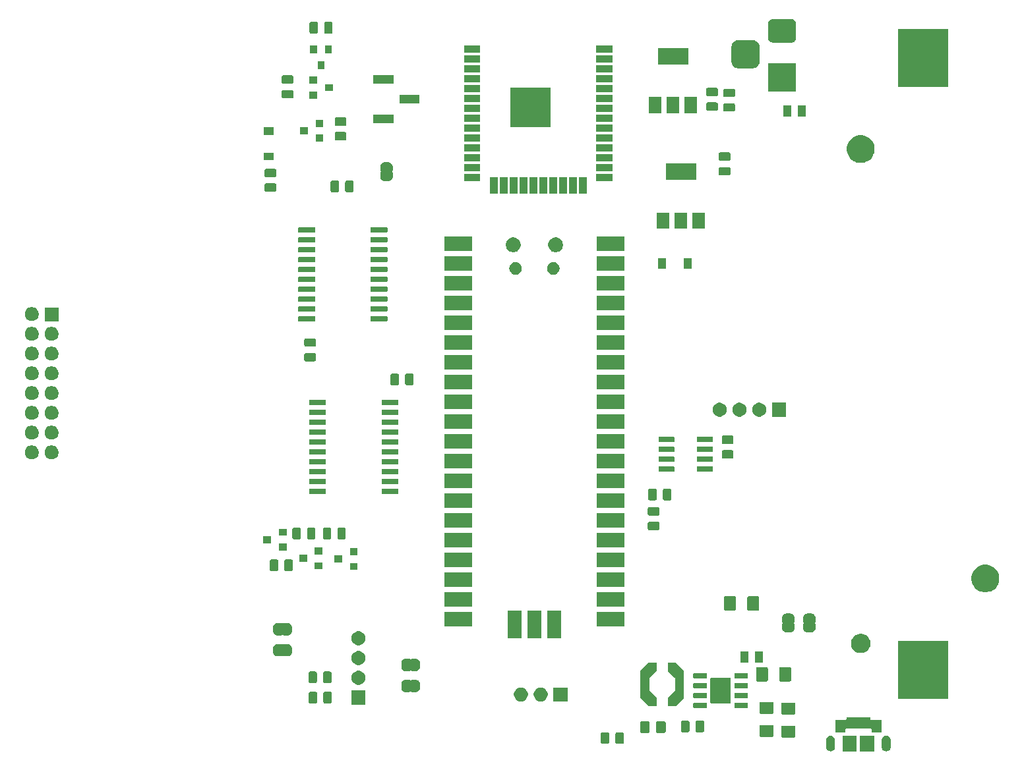
<source format=gbr>
G04 #@! TF.GenerationSoftware,KiCad,Pcbnew,5.1.5+dfsg1-2build2*
G04 #@! TF.CreationDate,2022-02-11T05:24:06+00:00*
G04 #@! TF.ProjectId,psion-org2-bluetooth-adapter,7073696f-6e2d-46f7-9267-322d626c7565,rev?*
G04 #@! TF.SameCoordinates,Original*
G04 #@! TF.FileFunction,Soldermask,Top*
G04 #@! TF.FilePolarity,Negative*
%FSLAX46Y46*%
G04 Gerber Fmt 4.6, Leading zero omitted, Abs format (unit mm)*
G04 Created by KiCad (PCBNEW 5.1.5+dfsg1-2build2) date 2022-02-11 05:24:06*
%MOMM*%
%LPD*%
G04 APERTURE LIST*
%ADD10C,0.100000*%
G04 APERTURE END LIST*
D10*
G36*
X189287915Y-141807334D02*
G01*
X189396491Y-141840271D01*
X189396494Y-141840272D01*
X189429857Y-141858105D01*
X189496556Y-141893756D01*
X189584264Y-141965736D01*
X189656244Y-142053443D01*
X189690429Y-142117399D01*
X189709728Y-142153505D01*
X189709728Y-142153506D01*
X189709729Y-142153508D01*
X189742666Y-142262084D01*
X189751000Y-142346702D01*
X189751000Y-143253298D01*
X189742666Y-143337916D01*
X189709729Y-143446491D01*
X189709728Y-143446495D01*
X189690429Y-143482601D01*
X189656244Y-143546557D01*
X189584264Y-143634264D01*
X189496557Y-143706244D01*
X189432601Y-143740429D01*
X189396495Y-143759728D01*
X189396492Y-143759729D01*
X189287916Y-143792666D01*
X189175000Y-143803787D01*
X189062085Y-143792666D01*
X188953509Y-143759729D01*
X188953506Y-143759728D01*
X188917400Y-143740429D01*
X188853444Y-143706244D01*
X188765737Y-143634264D01*
X188693757Y-143546557D01*
X188659572Y-143482601D01*
X188640273Y-143446495D01*
X188640272Y-143446491D01*
X188607335Y-143337916D01*
X188599000Y-143253298D01*
X188599000Y-142346703D01*
X188607334Y-142262085D01*
X188640271Y-142153509D01*
X188640272Y-142153506D01*
X188659571Y-142117400D01*
X188693756Y-142053444D01*
X188765736Y-141965736D01*
X188853443Y-141893756D01*
X188920142Y-141858105D01*
X188953505Y-141840272D01*
X188953508Y-141840271D01*
X189062084Y-141807334D01*
X189175000Y-141796213D01*
X189287915Y-141807334D01*
G37*
G36*
X182137916Y-141807334D02*
G01*
X182246492Y-141840271D01*
X182246495Y-141840272D01*
X182279858Y-141858105D01*
X182346557Y-141893756D01*
X182434264Y-141965736D01*
X182506244Y-142053443D01*
X182540429Y-142117399D01*
X182559728Y-142153505D01*
X182559728Y-142153506D01*
X182559729Y-142153508D01*
X182592666Y-142262084D01*
X182601000Y-142346702D01*
X182601000Y-143253298D01*
X182592666Y-143337916D01*
X182559729Y-143446491D01*
X182559728Y-143446495D01*
X182540429Y-143482601D01*
X182506244Y-143546557D01*
X182434264Y-143634264D01*
X182346556Y-143706244D01*
X182282600Y-143740429D01*
X182246494Y-143759728D01*
X182246491Y-143759729D01*
X182137915Y-143792666D01*
X182025000Y-143803787D01*
X181912084Y-143792666D01*
X181803508Y-143759729D01*
X181803505Y-143759728D01*
X181767399Y-143740429D01*
X181703443Y-143706244D01*
X181615736Y-143634264D01*
X181543756Y-143546556D01*
X181490273Y-143446495D01*
X181490272Y-143446494D01*
X181490271Y-143446491D01*
X181457334Y-143337915D01*
X181449000Y-143253297D01*
X181449000Y-142346702D01*
X181457335Y-142262084D01*
X181490272Y-142153508D01*
X181490273Y-142153506D01*
X181490273Y-142153505D01*
X181509572Y-142117399D01*
X181543757Y-142053443D01*
X181615737Y-141965736D01*
X181703444Y-141893756D01*
X181770143Y-141858105D01*
X181803506Y-141840272D01*
X181803509Y-141840271D01*
X181912085Y-141807334D01*
X182025000Y-141796213D01*
X182137916Y-141807334D01*
G37*
G36*
X187651000Y-143801000D02*
G01*
X185799000Y-143801000D01*
X185799000Y-141799000D01*
X187651000Y-141799000D01*
X187651000Y-143801000D01*
G37*
G36*
X185401000Y-143801000D02*
G01*
X183549000Y-143801000D01*
X183549000Y-141799000D01*
X185401000Y-141799000D01*
X185401000Y-143801000D01*
G37*
G36*
X153434468Y-141353565D02*
G01*
X153473138Y-141365296D01*
X153508777Y-141384346D01*
X153540017Y-141409983D01*
X153565654Y-141441223D01*
X153584704Y-141476862D01*
X153596435Y-141515532D01*
X153601000Y-141561888D01*
X153601000Y-142638112D01*
X153596435Y-142684468D01*
X153584704Y-142723138D01*
X153565654Y-142758777D01*
X153540017Y-142790017D01*
X153508777Y-142815654D01*
X153473138Y-142834704D01*
X153434468Y-142846435D01*
X153388112Y-142851000D01*
X152736888Y-142851000D01*
X152690532Y-142846435D01*
X152651862Y-142834704D01*
X152616223Y-142815654D01*
X152584983Y-142790017D01*
X152559346Y-142758777D01*
X152540296Y-142723138D01*
X152528565Y-142684468D01*
X152524000Y-142638112D01*
X152524000Y-141561888D01*
X152528565Y-141515532D01*
X152540296Y-141476862D01*
X152559346Y-141441223D01*
X152584983Y-141409983D01*
X152616223Y-141384346D01*
X152651862Y-141365296D01*
X152690532Y-141353565D01*
X152736888Y-141349000D01*
X153388112Y-141349000D01*
X153434468Y-141353565D01*
G37*
G36*
X155309468Y-141353565D02*
G01*
X155348138Y-141365296D01*
X155383777Y-141384346D01*
X155415017Y-141409983D01*
X155440654Y-141441223D01*
X155459704Y-141476862D01*
X155471435Y-141515532D01*
X155476000Y-141561888D01*
X155476000Y-142638112D01*
X155471435Y-142684468D01*
X155459704Y-142723138D01*
X155440654Y-142758777D01*
X155415017Y-142790017D01*
X155383777Y-142815654D01*
X155348138Y-142834704D01*
X155309468Y-142846435D01*
X155263112Y-142851000D01*
X154611888Y-142851000D01*
X154565532Y-142846435D01*
X154526862Y-142834704D01*
X154491223Y-142815654D01*
X154459983Y-142790017D01*
X154434346Y-142758777D01*
X154415296Y-142723138D01*
X154403565Y-142684468D01*
X154399000Y-142638112D01*
X154399000Y-141561888D01*
X154403565Y-141515532D01*
X154415296Y-141476862D01*
X154434346Y-141441223D01*
X154459983Y-141409983D01*
X154491223Y-141384346D01*
X154526862Y-141365296D01*
X154565532Y-141353565D01*
X154611888Y-141349000D01*
X155263112Y-141349000D01*
X155309468Y-141353565D01*
G37*
G36*
X177375562Y-140528181D02*
G01*
X177410481Y-140538774D01*
X177442663Y-140555976D01*
X177470873Y-140579127D01*
X177494024Y-140607337D01*
X177511226Y-140639519D01*
X177521819Y-140674438D01*
X177526000Y-140716895D01*
X177526000Y-141858105D01*
X177521819Y-141900562D01*
X177511226Y-141935481D01*
X177494024Y-141967663D01*
X177470873Y-141995873D01*
X177442663Y-142019024D01*
X177410481Y-142036226D01*
X177375562Y-142046819D01*
X177333105Y-142051000D01*
X175866895Y-142051000D01*
X175824438Y-142046819D01*
X175789519Y-142036226D01*
X175757337Y-142019024D01*
X175729127Y-141995873D01*
X175705976Y-141967663D01*
X175688774Y-141935481D01*
X175678181Y-141900562D01*
X175674000Y-141858105D01*
X175674000Y-140716895D01*
X175678181Y-140674438D01*
X175688774Y-140639519D01*
X175705976Y-140607337D01*
X175729127Y-140579127D01*
X175757337Y-140555976D01*
X175789519Y-140538774D01*
X175824438Y-140528181D01*
X175866895Y-140524000D01*
X177333105Y-140524000D01*
X177375562Y-140528181D01*
G37*
G36*
X174575562Y-140428181D02*
G01*
X174610481Y-140438774D01*
X174642663Y-140455976D01*
X174670873Y-140479127D01*
X174694024Y-140507337D01*
X174711226Y-140539519D01*
X174721819Y-140574438D01*
X174726000Y-140616895D01*
X174726000Y-141758105D01*
X174721819Y-141800562D01*
X174711226Y-141835481D01*
X174694024Y-141867663D01*
X174670873Y-141895873D01*
X174642663Y-141919024D01*
X174610481Y-141936226D01*
X174575562Y-141946819D01*
X174533105Y-141951000D01*
X173066895Y-141951000D01*
X173024438Y-141946819D01*
X172989519Y-141936226D01*
X172957337Y-141919024D01*
X172929127Y-141895873D01*
X172905976Y-141867663D01*
X172888774Y-141835481D01*
X172878181Y-141800562D01*
X172874000Y-141758105D01*
X172874000Y-140616895D01*
X172878181Y-140574438D01*
X172888774Y-140539519D01*
X172905976Y-140507337D01*
X172929127Y-140479127D01*
X172957337Y-140455976D01*
X172989519Y-140438774D01*
X173024438Y-140428181D01*
X173066895Y-140424000D01*
X174533105Y-140424000D01*
X174575562Y-140428181D01*
G37*
G36*
X158638674Y-139953465D02*
G01*
X158676367Y-139964899D01*
X158711103Y-139983466D01*
X158741548Y-140008452D01*
X158766534Y-140038897D01*
X158785101Y-140073633D01*
X158796535Y-140111326D01*
X158801000Y-140156661D01*
X158801000Y-141243339D01*
X158796535Y-141288674D01*
X158785101Y-141326367D01*
X158766534Y-141361103D01*
X158741548Y-141391548D01*
X158711103Y-141416534D01*
X158676367Y-141435101D01*
X158638674Y-141446535D01*
X158593339Y-141451000D01*
X157756661Y-141451000D01*
X157711326Y-141446535D01*
X157673633Y-141435101D01*
X157638897Y-141416534D01*
X157608452Y-141391548D01*
X157583466Y-141361103D01*
X157564899Y-141326367D01*
X157553465Y-141288674D01*
X157549000Y-141243339D01*
X157549000Y-140156661D01*
X157553465Y-140111326D01*
X157564899Y-140073633D01*
X157583466Y-140038897D01*
X157608452Y-140008452D01*
X157638897Y-139983466D01*
X157673633Y-139964899D01*
X157711326Y-139953465D01*
X157756661Y-139949000D01*
X158593339Y-139949000D01*
X158638674Y-139953465D01*
G37*
G36*
X160688674Y-139953465D02*
G01*
X160726367Y-139964899D01*
X160761103Y-139983466D01*
X160791548Y-140008452D01*
X160816534Y-140038897D01*
X160835101Y-140073633D01*
X160846535Y-140111326D01*
X160851000Y-140156661D01*
X160851000Y-141243339D01*
X160846535Y-141288674D01*
X160835101Y-141326367D01*
X160816534Y-141361103D01*
X160791548Y-141391548D01*
X160761103Y-141416534D01*
X160726367Y-141435101D01*
X160688674Y-141446535D01*
X160643339Y-141451000D01*
X159806661Y-141451000D01*
X159761326Y-141446535D01*
X159723633Y-141435101D01*
X159688897Y-141416534D01*
X159658452Y-141391548D01*
X159633466Y-141361103D01*
X159614899Y-141326367D01*
X159603465Y-141288674D01*
X159599000Y-141243339D01*
X159599000Y-140156661D01*
X159603465Y-140111326D01*
X159614899Y-140073633D01*
X159633466Y-140038897D01*
X159658452Y-140008452D01*
X159688897Y-139983466D01*
X159723633Y-139964899D01*
X159761326Y-139953465D01*
X159806661Y-139949000D01*
X160643339Y-139949000D01*
X160688674Y-139953465D01*
G37*
G36*
X163734468Y-139853565D02*
G01*
X163773138Y-139865296D01*
X163808777Y-139884346D01*
X163840017Y-139909983D01*
X163865654Y-139941223D01*
X163884704Y-139976862D01*
X163896435Y-140015532D01*
X163901000Y-140061888D01*
X163901000Y-141138112D01*
X163896435Y-141184468D01*
X163884704Y-141223138D01*
X163865654Y-141258777D01*
X163840017Y-141290017D01*
X163808777Y-141315654D01*
X163773138Y-141334704D01*
X163734468Y-141346435D01*
X163688112Y-141351000D01*
X163036888Y-141351000D01*
X162990532Y-141346435D01*
X162951862Y-141334704D01*
X162916223Y-141315654D01*
X162884983Y-141290017D01*
X162859346Y-141258777D01*
X162840296Y-141223138D01*
X162828565Y-141184468D01*
X162824000Y-141138112D01*
X162824000Y-140061888D01*
X162828565Y-140015532D01*
X162840296Y-139976862D01*
X162859346Y-139941223D01*
X162884983Y-139909983D01*
X162916223Y-139884346D01*
X162951862Y-139865296D01*
X162990532Y-139853565D01*
X163036888Y-139849000D01*
X163688112Y-139849000D01*
X163734468Y-139853565D01*
G37*
G36*
X165609468Y-139853565D02*
G01*
X165648138Y-139865296D01*
X165683777Y-139884346D01*
X165715017Y-139909983D01*
X165740654Y-139941223D01*
X165759704Y-139976862D01*
X165771435Y-140015532D01*
X165776000Y-140061888D01*
X165776000Y-141138112D01*
X165771435Y-141184468D01*
X165759704Y-141223138D01*
X165740654Y-141258777D01*
X165715017Y-141290017D01*
X165683777Y-141315654D01*
X165648138Y-141334704D01*
X165609468Y-141346435D01*
X165563112Y-141351000D01*
X164911888Y-141351000D01*
X164865532Y-141346435D01*
X164826862Y-141334704D01*
X164791223Y-141315654D01*
X164759983Y-141290017D01*
X164734346Y-141258777D01*
X164715296Y-141223138D01*
X164703565Y-141184468D01*
X164699000Y-141138112D01*
X164699000Y-140061888D01*
X164703565Y-140015532D01*
X164715296Y-139976862D01*
X164734346Y-139941223D01*
X164759983Y-139909983D01*
X164791223Y-139884346D01*
X164826862Y-139865296D01*
X164865532Y-139853565D01*
X164911888Y-139849000D01*
X165563112Y-139849000D01*
X165609468Y-139853565D01*
G37*
G36*
X187151000Y-139669001D02*
G01*
X187153402Y-139693387D01*
X187160515Y-139716836D01*
X187172066Y-139738447D01*
X187187611Y-139757389D01*
X187206553Y-139772934D01*
X187228164Y-139784485D01*
X187251613Y-139791598D01*
X187275999Y-139794000D01*
X188546000Y-139794000D01*
X188546000Y-141346000D01*
X187294000Y-141346000D01*
X187294000Y-141025999D01*
X187291598Y-141001613D01*
X187284485Y-140978164D01*
X187272934Y-140956553D01*
X187257389Y-140937611D01*
X187238447Y-140922066D01*
X187216836Y-140910515D01*
X187193387Y-140903402D01*
X187169001Y-140901000D01*
X184030999Y-140901000D01*
X184006613Y-140903402D01*
X183983164Y-140910515D01*
X183961553Y-140922066D01*
X183942611Y-140937611D01*
X183927066Y-140956553D01*
X183915515Y-140978164D01*
X183908402Y-141001613D01*
X183906000Y-141025999D01*
X183906000Y-141346000D01*
X182654000Y-141346000D01*
X182654000Y-139794000D01*
X183924001Y-139794000D01*
X183948387Y-139791598D01*
X183971836Y-139784485D01*
X183993447Y-139772934D01*
X184012389Y-139757389D01*
X184027934Y-139738447D01*
X184039485Y-139716836D01*
X184046598Y-139693387D01*
X184049000Y-139669001D01*
X184049000Y-139399000D01*
X187151000Y-139399000D01*
X187151000Y-139669001D01*
G37*
G36*
X177375562Y-137553181D02*
G01*
X177410481Y-137563774D01*
X177442663Y-137580976D01*
X177470873Y-137604127D01*
X177494024Y-137632337D01*
X177511226Y-137664519D01*
X177521819Y-137699438D01*
X177526000Y-137741895D01*
X177526000Y-138883105D01*
X177521819Y-138925562D01*
X177511226Y-138960481D01*
X177494024Y-138992663D01*
X177470873Y-139020873D01*
X177442663Y-139044024D01*
X177410481Y-139061226D01*
X177375562Y-139071819D01*
X177333105Y-139076000D01*
X175866895Y-139076000D01*
X175824438Y-139071819D01*
X175789519Y-139061226D01*
X175757337Y-139044024D01*
X175729127Y-139020873D01*
X175705976Y-138992663D01*
X175688774Y-138960481D01*
X175678181Y-138925562D01*
X175674000Y-138883105D01*
X175674000Y-137741895D01*
X175678181Y-137699438D01*
X175688774Y-137664519D01*
X175705976Y-137632337D01*
X175729127Y-137604127D01*
X175757337Y-137580976D01*
X175789519Y-137563774D01*
X175824438Y-137553181D01*
X175866895Y-137549000D01*
X177333105Y-137549000D01*
X177375562Y-137553181D01*
G37*
G36*
X174575562Y-137453181D02*
G01*
X174610481Y-137463774D01*
X174642663Y-137480976D01*
X174670873Y-137504127D01*
X174694024Y-137532337D01*
X174711226Y-137564519D01*
X174721819Y-137599438D01*
X174726000Y-137641895D01*
X174726000Y-138783105D01*
X174721819Y-138825562D01*
X174711226Y-138860481D01*
X174694024Y-138892663D01*
X174670873Y-138920873D01*
X174642663Y-138944024D01*
X174610481Y-138961226D01*
X174575562Y-138971819D01*
X174533105Y-138976000D01*
X173066895Y-138976000D01*
X173024438Y-138971819D01*
X172989519Y-138961226D01*
X172957337Y-138944024D01*
X172929127Y-138920873D01*
X172905976Y-138892663D01*
X172888774Y-138860481D01*
X172878181Y-138825562D01*
X172874000Y-138783105D01*
X172874000Y-137641895D01*
X172878181Y-137599438D01*
X172888774Y-137564519D01*
X172905976Y-137532337D01*
X172929127Y-137504127D01*
X172957337Y-137480976D01*
X172989519Y-137463774D01*
X173024438Y-137453181D01*
X173066895Y-137449000D01*
X174533105Y-137449000D01*
X174575562Y-137453181D01*
G37*
G36*
X166034928Y-137556764D02*
G01*
X166056009Y-137563160D01*
X166075445Y-137573548D01*
X166092476Y-137587524D01*
X166106452Y-137604555D01*
X166116840Y-137623991D01*
X166123236Y-137645072D01*
X166126000Y-137673140D01*
X166126000Y-138136860D01*
X166123236Y-138164928D01*
X166116840Y-138186009D01*
X166106452Y-138205445D01*
X166092476Y-138222476D01*
X166075445Y-138236452D01*
X166056009Y-138246840D01*
X166034928Y-138253236D01*
X166006860Y-138256000D01*
X164518140Y-138256000D01*
X164490072Y-138253236D01*
X164468991Y-138246840D01*
X164449555Y-138236452D01*
X164432524Y-138222476D01*
X164418548Y-138205445D01*
X164408160Y-138186009D01*
X164401764Y-138164928D01*
X164399000Y-138136860D01*
X164399000Y-137673140D01*
X164401764Y-137645072D01*
X164408160Y-137623991D01*
X164418548Y-137604555D01*
X164432524Y-137587524D01*
X164449555Y-137573548D01*
X164468991Y-137563160D01*
X164490072Y-137556764D01*
X164518140Y-137554000D01*
X166006860Y-137554000D01*
X166034928Y-137556764D01*
G37*
G36*
X171309928Y-137556764D02*
G01*
X171331009Y-137563160D01*
X171350445Y-137573548D01*
X171367476Y-137587524D01*
X171381452Y-137604555D01*
X171391840Y-137623991D01*
X171398236Y-137645072D01*
X171401000Y-137673140D01*
X171401000Y-138136860D01*
X171398236Y-138164928D01*
X171391840Y-138186009D01*
X171381452Y-138205445D01*
X171367476Y-138222476D01*
X171350445Y-138236452D01*
X171331009Y-138246840D01*
X171309928Y-138253236D01*
X171281860Y-138256000D01*
X169793140Y-138256000D01*
X169765072Y-138253236D01*
X169743991Y-138246840D01*
X169724555Y-138236452D01*
X169707524Y-138222476D01*
X169693548Y-138205445D01*
X169683160Y-138186009D01*
X169676764Y-138164928D01*
X169674000Y-138136860D01*
X169674000Y-137673140D01*
X169676764Y-137645072D01*
X169683160Y-137623991D01*
X169693548Y-137604555D01*
X169707524Y-137587524D01*
X169724555Y-137573548D01*
X169743991Y-137563160D01*
X169765072Y-137556764D01*
X169793140Y-137554000D01*
X171281860Y-137554000D01*
X171309928Y-137556764D01*
G37*
G36*
X162109999Y-132394737D02*
G01*
X162119608Y-132397652D01*
X162128472Y-132402390D01*
X162141007Y-132412677D01*
X163187323Y-133458993D01*
X163197610Y-133471528D01*
X163202348Y-133480392D01*
X163205263Y-133490001D01*
X163206852Y-133506140D01*
X163206852Y-136893860D01*
X163205263Y-136909999D01*
X163202348Y-136919608D01*
X163197610Y-136928472D01*
X163187323Y-136941007D01*
X162141007Y-137987323D01*
X162128472Y-137997610D01*
X162119608Y-138002348D01*
X162109999Y-138005263D01*
X162093860Y-138006852D01*
X161166140Y-138006852D01*
X161150001Y-138005263D01*
X161140392Y-138002348D01*
X161131528Y-137997610D01*
X161123763Y-137991237D01*
X161117390Y-137983472D01*
X161112652Y-137974608D01*
X161109737Y-137964999D01*
X161108148Y-137948860D01*
X161108148Y-136906140D01*
X161109737Y-136890001D01*
X161112652Y-136880392D01*
X161116689Y-136872839D01*
X161116691Y-136872837D01*
X161117390Y-136871529D01*
X161125506Y-136862099D01*
X161127482Y-136860301D01*
X161130732Y-136856525D01*
X162007284Y-136058770D01*
X162023702Y-136040580D01*
X162036257Y-136019536D01*
X162044464Y-135996447D01*
X162048148Y-135966325D01*
X162048148Y-134433675D01*
X162045746Y-134409289D01*
X162038633Y-134385840D01*
X162027082Y-134364229D01*
X162007284Y-134341230D01*
X161129645Y-133542485D01*
X161125516Y-133537910D01*
X161125506Y-133537901D01*
X161118775Y-133530443D01*
X161113628Y-133521815D01*
X161110263Y-133512350D01*
X161108753Y-133500000D01*
X161108753Y-133497329D01*
X161108148Y-133492381D01*
X161108148Y-132451140D01*
X161109737Y-132435001D01*
X161112652Y-132425392D01*
X161117390Y-132416528D01*
X161123763Y-132408763D01*
X161131528Y-132402390D01*
X161140392Y-132397652D01*
X161150001Y-132394737D01*
X161166140Y-132393148D01*
X162093860Y-132393148D01*
X162109999Y-132394737D01*
G37*
G36*
X159649999Y-132394737D02*
G01*
X159659608Y-132397652D01*
X159668472Y-132402390D01*
X159676237Y-132408763D01*
X159682610Y-132416528D01*
X159687348Y-132425392D01*
X159690263Y-132435001D01*
X159691852Y-132451140D01*
X159691852Y-133493860D01*
X159690263Y-133509999D01*
X159687348Y-133519608D01*
X159683311Y-133527161D01*
X159683309Y-133527163D01*
X159682610Y-133528471D01*
X159674494Y-133537901D01*
X159672518Y-133539699D01*
X159669268Y-133543475D01*
X158792716Y-134341230D01*
X158776298Y-134359420D01*
X158763743Y-134380464D01*
X158755536Y-134403553D01*
X158751852Y-134433675D01*
X158751852Y-135966325D01*
X158754254Y-135990711D01*
X158761367Y-136014160D01*
X158772918Y-136035771D01*
X158792716Y-136058770D01*
X159670355Y-136857515D01*
X159674484Y-136862090D01*
X159674494Y-136862099D01*
X159681225Y-136869557D01*
X159681228Y-136869562D01*
X159686060Y-136877661D01*
X159686372Y-136878185D01*
X159689737Y-136887650D01*
X159691247Y-136900000D01*
X159691247Y-136902671D01*
X159691852Y-136907619D01*
X159691852Y-137948860D01*
X159690263Y-137964999D01*
X159687348Y-137974608D01*
X159682610Y-137983472D01*
X159676237Y-137991237D01*
X159668472Y-137997610D01*
X159659608Y-138002348D01*
X159649999Y-138005263D01*
X159633860Y-138006852D01*
X158706140Y-138006852D01*
X158690001Y-138005263D01*
X158680392Y-138002348D01*
X158671528Y-137997610D01*
X158658993Y-137987323D01*
X157612677Y-136941007D01*
X157602390Y-136928472D01*
X157597652Y-136919608D01*
X157594737Y-136909999D01*
X157593148Y-136893860D01*
X157593148Y-133506140D01*
X157594737Y-133490001D01*
X157597652Y-133480392D01*
X157602390Y-133471528D01*
X157612677Y-133458993D01*
X158658993Y-132412677D01*
X158671528Y-132402390D01*
X158680392Y-132397652D01*
X158690001Y-132394737D01*
X158706140Y-132393148D01*
X159633860Y-132393148D01*
X159649999Y-132394737D01*
G37*
G36*
X122301000Y-137801000D02*
G01*
X120499000Y-137801000D01*
X120499000Y-135999000D01*
X122301000Y-135999000D01*
X122301000Y-137801000D01*
G37*
G36*
X169079094Y-134352667D02*
G01*
X169108995Y-134361738D01*
X169136552Y-134376468D01*
X169160708Y-134396292D01*
X169180532Y-134420448D01*
X169195262Y-134448005D01*
X169204333Y-134477906D01*
X169208000Y-134515144D01*
X169208000Y-137484856D01*
X169204333Y-137522094D01*
X169195262Y-137551995D01*
X169180532Y-137579552D01*
X169160708Y-137603708D01*
X169136552Y-137623532D01*
X169108995Y-137638262D01*
X169079094Y-137647333D01*
X169041856Y-137651000D01*
X166758144Y-137651000D01*
X166720906Y-137647333D01*
X166691005Y-137638262D01*
X166663448Y-137623532D01*
X166639292Y-137603708D01*
X166619468Y-137579552D01*
X166604738Y-137551995D01*
X166595667Y-137522094D01*
X166592000Y-137484856D01*
X166592000Y-134515144D01*
X166595667Y-134477906D01*
X166604738Y-134448005D01*
X166619468Y-134420448D01*
X166639292Y-134396292D01*
X166663448Y-134376468D01*
X166691005Y-134361738D01*
X166720906Y-134352667D01*
X166758144Y-134349000D01*
X169041856Y-134349000D01*
X169079094Y-134352667D01*
G37*
G36*
X117809468Y-136153565D02*
G01*
X117848138Y-136165296D01*
X117883777Y-136184346D01*
X117915017Y-136209983D01*
X117940654Y-136241223D01*
X117959704Y-136276862D01*
X117971435Y-136315532D01*
X117976000Y-136361888D01*
X117976000Y-137438112D01*
X117971435Y-137484468D01*
X117959704Y-137523138D01*
X117940654Y-137558777D01*
X117915017Y-137590017D01*
X117883777Y-137615654D01*
X117848138Y-137634704D01*
X117809468Y-137646435D01*
X117763112Y-137651000D01*
X117111888Y-137651000D01*
X117065532Y-137646435D01*
X117026862Y-137634704D01*
X116991223Y-137615654D01*
X116959983Y-137590017D01*
X116934346Y-137558777D01*
X116915296Y-137523138D01*
X116903565Y-137484468D01*
X116899000Y-137438112D01*
X116899000Y-136361888D01*
X116903565Y-136315532D01*
X116915296Y-136276862D01*
X116934346Y-136241223D01*
X116959983Y-136209983D01*
X116991223Y-136184346D01*
X117026862Y-136165296D01*
X117065532Y-136153565D01*
X117111888Y-136149000D01*
X117763112Y-136149000D01*
X117809468Y-136153565D01*
G37*
G36*
X115934468Y-136153565D02*
G01*
X115973138Y-136165296D01*
X116008777Y-136184346D01*
X116040017Y-136209983D01*
X116065654Y-136241223D01*
X116084704Y-136276862D01*
X116096435Y-136315532D01*
X116101000Y-136361888D01*
X116101000Y-137438112D01*
X116096435Y-137484468D01*
X116084704Y-137523138D01*
X116065654Y-137558777D01*
X116040017Y-137590017D01*
X116008777Y-137615654D01*
X115973138Y-137634704D01*
X115934468Y-137646435D01*
X115888112Y-137651000D01*
X115236888Y-137651000D01*
X115190532Y-137646435D01*
X115151862Y-137634704D01*
X115116223Y-137615654D01*
X115084983Y-137590017D01*
X115059346Y-137558777D01*
X115040296Y-137523138D01*
X115028565Y-137484468D01*
X115024000Y-137438112D01*
X115024000Y-136361888D01*
X115028565Y-136315532D01*
X115040296Y-136276862D01*
X115059346Y-136241223D01*
X115084983Y-136209983D01*
X115116223Y-136184346D01*
X115151862Y-136165296D01*
X115190532Y-136153565D01*
X115236888Y-136149000D01*
X115888112Y-136149000D01*
X115934468Y-136153565D01*
G37*
G36*
X142373512Y-135603927D02*
G01*
X142522812Y-135633624D01*
X142686784Y-135701544D01*
X142834354Y-135800147D01*
X142959853Y-135925646D01*
X143058456Y-136073216D01*
X143126376Y-136237188D01*
X143161000Y-136411259D01*
X143161000Y-136588741D01*
X143126376Y-136762812D01*
X143058456Y-136926784D01*
X142959853Y-137074354D01*
X142834354Y-137199853D01*
X142686784Y-137298456D01*
X142522812Y-137366376D01*
X142373512Y-137396073D01*
X142348742Y-137401000D01*
X142171258Y-137401000D01*
X142146488Y-137396073D01*
X141997188Y-137366376D01*
X141833216Y-137298456D01*
X141685646Y-137199853D01*
X141560147Y-137074354D01*
X141461544Y-136926784D01*
X141393624Y-136762812D01*
X141359000Y-136588741D01*
X141359000Y-136411259D01*
X141393624Y-136237188D01*
X141461544Y-136073216D01*
X141560147Y-135925646D01*
X141685646Y-135800147D01*
X141833216Y-135701544D01*
X141997188Y-135633624D01*
X142146488Y-135603927D01*
X142171258Y-135599000D01*
X142348742Y-135599000D01*
X142373512Y-135603927D01*
G37*
G36*
X144913512Y-135603927D02*
G01*
X145062812Y-135633624D01*
X145226784Y-135701544D01*
X145374354Y-135800147D01*
X145499853Y-135925646D01*
X145598456Y-136073216D01*
X145666376Y-136237188D01*
X145701000Y-136411259D01*
X145701000Y-136588741D01*
X145666376Y-136762812D01*
X145598456Y-136926784D01*
X145499853Y-137074354D01*
X145374354Y-137199853D01*
X145226784Y-137298456D01*
X145062812Y-137366376D01*
X144913512Y-137396073D01*
X144888742Y-137401000D01*
X144711258Y-137401000D01*
X144686488Y-137396073D01*
X144537188Y-137366376D01*
X144373216Y-137298456D01*
X144225646Y-137199853D01*
X144100147Y-137074354D01*
X144001544Y-136926784D01*
X143933624Y-136762812D01*
X143899000Y-136588741D01*
X143899000Y-136411259D01*
X143933624Y-136237188D01*
X144001544Y-136073216D01*
X144100147Y-135925646D01*
X144225646Y-135800147D01*
X144373216Y-135701544D01*
X144537188Y-135633624D01*
X144686488Y-135603927D01*
X144711258Y-135599000D01*
X144888742Y-135599000D01*
X144913512Y-135603927D01*
G37*
G36*
X148241000Y-137401000D02*
G01*
X146439000Y-137401000D01*
X146439000Y-135599000D01*
X148241000Y-135599000D01*
X148241000Y-137401000D01*
G37*
G36*
X197126000Y-137051000D02*
G01*
X190674000Y-137051000D01*
X190674000Y-129609000D01*
X197126000Y-129609000D01*
X197126000Y-137051000D01*
G37*
G36*
X166034928Y-136286764D02*
G01*
X166056009Y-136293160D01*
X166075445Y-136303548D01*
X166092476Y-136317524D01*
X166106452Y-136334555D01*
X166116840Y-136353991D01*
X166123236Y-136375072D01*
X166126000Y-136403140D01*
X166126000Y-136866860D01*
X166123236Y-136894928D01*
X166116840Y-136916009D01*
X166106452Y-136935445D01*
X166092476Y-136952476D01*
X166075445Y-136966452D01*
X166056009Y-136976840D01*
X166034928Y-136983236D01*
X166006860Y-136986000D01*
X164518140Y-136986000D01*
X164490072Y-136983236D01*
X164468991Y-136976840D01*
X164449555Y-136966452D01*
X164432524Y-136952476D01*
X164418548Y-136935445D01*
X164408160Y-136916009D01*
X164401764Y-136894928D01*
X164399000Y-136866860D01*
X164399000Y-136403140D01*
X164401764Y-136375072D01*
X164408160Y-136353991D01*
X164418548Y-136334555D01*
X164432524Y-136317524D01*
X164449555Y-136303548D01*
X164468991Y-136293160D01*
X164490072Y-136286764D01*
X164518140Y-136284000D01*
X166006860Y-136284000D01*
X166034928Y-136286764D01*
G37*
G36*
X171309928Y-136286764D02*
G01*
X171331009Y-136293160D01*
X171350445Y-136303548D01*
X171367476Y-136317524D01*
X171381452Y-136334555D01*
X171391840Y-136353991D01*
X171398236Y-136375072D01*
X171401000Y-136403140D01*
X171401000Y-136866860D01*
X171398236Y-136894928D01*
X171391840Y-136916009D01*
X171381452Y-136935445D01*
X171367476Y-136952476D01*
X171350445Y-136966452D01*
X171331009Y-136976840D01*
X171309928Y-136983236D01*
X171281860Y-136986000D01*
X169793140Y-136986000D01*
X169765072Y-136983236D01*
X169743991Y-136976840D01*
X169724555Y-136966452D01*
X169707524Y-136952476D01*
X169693548Y-136935445D01*
X169683160Y-136916009D01*
X169676764Y-136894928D01*
X169674000Y-136866860D01*
X169674000Y-136403140D01*
X169676764Y-136375072D01*
X169683160Y-136353991D01*
X169693548Y-136334555D01*
X169707524Y-136317524D01*
X169724555Y-136303548D01*
X169743991Y-136293160D01*
X169765072Y-136286764D01*
X169793140Y-136284000D01*
X171281860Y-136284000D01*
X171309928Y-136286764D01*
G37*
G36*
X127959999Y-134599737D02*
G01*
X127969608Y-134602652D01*
X127978472Y-134607390D01*
X127986237Y-134613763D01*
X127996448Y-134626206D01*
X128003378Y-134636575D01*
X128020705Y-134653902D01*
X128041080Y-134667515D01*
X128063720Y-134676891D01*
X128087753Y-134681671D01*
X128112257Y-134681670D01*
X128136290Y-134676888D01*
X128158929Y-134667510D01*
X128179302Y-134653895D01*
X128196629Y-134636568D01*
X128203558Y-134626198D01*
X128213763Y-134613763D01*
X128221528Y-134607390D01*
X128230392Y-134602652D01*
X128240001Y-134599737D01*
X128256140Y-134598148D01*
X128743861Y-134598148D01*
X128762199Y-134599954D01*
X128774450Y-134600556D01*
X128792869Y-134600556D01*
X128815149Y-134602750D01*
X128899233Y-134619476D01*
X128920660Y-134625976D01*
X128999858Y-134658780D01*
X129005303Y-134661691D01*
X129005309Y-134661693D01*
X129014169Y-134666429D01*
X129014173Y-134666432D01*
X129019614Y-134669340D01*
X129090899Y-134716971D01*
X129108204Y-134731172D01*
X129168828Y-134791796D01*
X129183029Y-134809101D01*
X129230660Y-134880386D01*
X129233568Y-134885827D01*
X129233571Y-134885831D01*
X129238307Y-134894691D01*
X129238309Y-134894697D01*
X129241220Y-134900142D01*
X129274024Y-134979340D01*
X129280524Y-135000767D01*
X129297250Y-135084851D01*
X129299444Y-135107131D01*
X129299444Y-135125550D01*
X129300046Y-135137801D01*
X129301852Y-135156139D01*
X129301852Y-135643862D01*
X129300046Y-135662199D01*
X129299444Y-135674450D01*
X129299444Y-135692869D01*
X129297250Y-135715149D01*
X129280524Y-135799233D01*
X129274024Y-135820660D01*
X129241220Y-135899858D01*
X129238309Y-135905303D01*
X129238307Y-135905309D01*
X129233571Y-135914169D01*
X129233568Y-135914173D01*
X129230660Y-135919614D01*
X129183029Y-135990899D01*
X129168828Y-136008204D01*
X129108204Y-136068828D01*
X129090899Y-136083029D01*
X129019614Y-136130660D01*
X129014173Y-136133568D01*
X129014169Y-136133571D01*
X129005309Y-136138307D01*
X129005303Y-136138309D01*
X128999858Y-136141220D01*
X128920660Y-136174024D01*
X128899233Y-136180524D01*
X128815149Y-136197250D01*
X128792869Y-136199444D01*
X128774450Y-136199444D01*
X128762199Y-136200046D01*
X128743862Y-136201852D01*
X128256140Y-136201852D01*
X128240001Y-136200263D01*
X128230392Y-136197348D01*
X128221528Y-136192610D01*
X128213763Y-136186237D01*
X128203552Y-136173794D01*
X128196622Y-136163425D01*
X128179295Y-136146098D01*
X128158920Y-136132485D01*
X128136280Y-136123109D01*
X128112247Y-136118329D01*
X128087743Y-136118330D01*
X128063710Y-136123112D01*
X128041071Y-136132490D01*
X128020698Y-136146105D01*
X128003371Y-136163432D01*
X127996442Y-136173802D01*
X127986237Y-136186237D01*
X127978472Y-136192610D01*
X127969608Y-136197348D01*
X127959999Y-136200263D01*
X127943860Y-136201852D01*
X127456138Y-136201852D01*
X127437801Y-136200046D01*
X127425550Y-136199444D01*
X127407131Y-136199444D01*
X127384851Y-136197250D01*
X127300767Y-136180524D01*
X127279340Y-136174024D01*
X127200142Y-136141220D01*
X127194697Y-136138309D01*
X127194691Y-136138307D01*
X127185831Y-136133571D01*
X127185827Y-136133568D01*
X127180386Y-136130660D01*
X127109101Y-136083029D01*
X127091796Y-136068828D01*
X127031172Y-136008204D01*
X127016971Y-135990899D01*
X126969340Y-135919614D01*
X126966432Y-135914173D01*
X126966429Y-135914169D01*
X126961693Y-135905309D01*
X126961691Y-135905303D01*
X126958780Y-135899858D01*
X126925976Y-135820660D01*
X126919476Y-135799233D01*
X126902750Y-135715149D01*
X126900556Y-135692869D01*
X126900556Y-135674450D01*
X126899954Y-135662199D01*
X126898148Y-135643862D01*
X126898148Y-135156139D01*
X126899954Y-135137801D01*
X126900556Y-135125550D01*
X126900556Y-135107131D01*
X126902750Y-135084851D01*
X126919476Y-135000767D01*
X126925976Y-134979340D01*
X126958780Y-134900142D01*
X126961691Y-134894697D01*
X126961693Y-134894691D01*
X126966429Y-134885831D01*
X126966432Y-134885827D01*
X126969340Y-134880386D01*
X127016971Y-134809101D01*
X127031172Y-134791796D01*
X127091796Y-134731172D01*
X127109101Y-134716971D01*
X127180386Y-134669340D01*
X127185827Y-134666432D01*
X127185831Y-134666429D01*
X127194691Y-134661693D01*
X127194697Y-134661691D01*
X127200142Y-134658780D01*
X127279340Y-134625976D01*
X127300767Y-134619476D01*
X127384851Y-134602750D01*
X127407131Y-134600556D01*
X127425550Y-134600556D01*
X127437801Y-134599954D01*
X127456139Y-134598148D01*
X127943860Y-134598148D01*
X127959999Y-134599737D01*
G37*
G36*
X171309928Y-135016764D02*
G01*
X171331009Y-135023160D01*
X171350445Y-135033548D01*
X171367476Y-135047524D01*
X171381452Y-135064555D01*
X171391840Y-135083991D01*
X171398236Y-135105072D01*
X171401000Y-135133140D01*
X171401000Y-135596860D01*
X171398236Y-135624928D01*
X171391840Y-135646009D01*
X171381452Y-135665445D01*
X171367476Y-135682476D01*
X171350445Y-135696452D01*
X171331009Y-135706840D01*
X171309928Y-135713236D01*
X171281860Y-135716000D01*
X169793140Y-135716000D01*
X169765072Y-135713236D01*
X169743991Y-135706840D01*
X169724555Y-135696452D01*
X169707524Y-135682476D01*
X169693548Y-135665445D01*
X169683160Y-135646009D01*
X169676764Y-135624928D01*
X169674000Y-135596860D01*
X169674000Y-135133140D01*
X169676764Y-135105072D01*
X169683160Y-135083991D01*
X169693548Y-135064555D01*
X169707524Y-135047524D01*
X169724555Y-135033548D01*
X169743991Y-135023160D01*
X169765072Y-135016764D01*
X169793140Y-135014000D01*
X171281860Y-135014000D01*
X171309928Y-135016764D01*
G37*
G36*
X166034928Y-135016764D02*
G01*
X166056009Y-135023160D01*
X166075445Y-135033548D01*
X166092476Y-135047524D01*
X166106452Y-135064555D01*
X166116840Y-135083991D01*
X166123236Y-135105072D01*
X166126000Y-135133140D01*
X166126000Y-135596860D01*
X166123236Y-135624928D01*
X166116840Y-135646009D01*
X166106452Y-135665445D01*
X166092476Y-135682476D01*
X166075445Y-135696452D01*
X166056009Y-135706840D01*
X166034928Y-135713236D01*
X166006860Y-135716000D01*
X164518140Y-135716000D01*
X164490072Y-135713236D01*
X164468991Y-135706840D01*
X164449555Y-135696452D01*
X164432524Y-135682476D01*
X164418548Y-135665445D01*
X164408160Y-135646009D01*
X164401764Y-135624928D01*
X164399000Y-135596860D01*
X164399000Y-135133140D01*
X164401764Y-135105072D01*
X164408160Y-135083991D01*
X164418548Y-135064555D01*
X164432524Y-135047524D01*
X164449555Y-135033548D01*
X164468991Y-135023160D01*
X164490072Y-135016764D01*
X164518140Y-135014000D01*
X166006860Y-135014000D01*
X166034928Y-135016764D01*
G37*
G36*
X121510988Y-133463425D02*
G01*
X121662812Y-133493624D01*
X121826784Y-133561544D01*
X121974354Y-133660147D01*
X122099853Y-133785646D01*
X122198456Y-133933216D01*
X122266376Y-134097188D01*
X122301000Y-134271259D01*
X122301000Y-134448741D01*
X122266376Y-134622812D01*
X122198456Y-134786784D01*
X122099853Y-134934354D01*
X121974354Y-135059853D01*
X121826784Y-135158456D01*
X121662812Y-135226376D01*
X121513512Y-135256073D01*
X121488742Y-135261000D01*
X121311258Y-135261000D01*
X121286488Y-135256073D01*
X121137188Y-135226376D01*
X120973216Y-135158456D01*
X120825646Y-135059853D01*
X120700147Y-134934354D01*
X120601544Y-134786784D01*
X120533624Y-134622812D01*
X120499000Y-134448741D01*
X120499000Y-134271259D01*
X120533624Y-134097188D01*
X120601544Y-133933216D01*
X120700147Y-133785646D01*
X120825646Y-133660147D01*
X120973216Y-133561544D01*
X121137188Y-133493624D01*
X121289012Y-133463425D01*
X121311258Y-133459000D01*
X121488742Y-133459000D01*
X121510988Y-133463425D01*
G37*
G36*
X115896968Y-133553565D02*
G01*
X115935638Y-133565296D01*
X115971277Y-133584346D01*
X116002517Y-133609983D01*
X116028154Y-133641223D01*
X116047204Y-133676862D01*
X116058935Y-133715532D01*
X116063500Y-133761888D01*
X116063500Y-134838112D01*
X116058935Y-134884468D01*
X116047204Y-134923138D01*
X116028154Y-134958777D01*
X116002517Y-134990017D01*
X115971277Y-135015654D01*
X115935638Y-135034704D01*
X115896968Y-135046435D01*
X115850612Y-135051000D01*
X115199388Y-135051000D01*
X115153032Y-135046435D01*
X115114362Y-135034704D01*
X115078723Y-135015654D01*
X115047483Y-134990017D01*
X115021846Y-134958777D01*
X115002796Y-134923138D01*
X114991065Y-134884468D01*
X114986500Y-134838112D01*
X114986500Y-133761888D01*
X114991065Y-133715532D01*
X115002796Y-133676862D01*
X115021846Y-133641223D01*
X115047483Y-133609983D01*
X115078723Y-133584346D01*
X115114362Y-133565296D01*
X115153032Y-133553565D01*
X115199388Y-133549000D01*
X115850612Y-133549000D01*
X115896968Y-133553565D01*
G37*
G36*
X117771968Y-133553565D02*
G01*
X117810638Y-133565296D01*
X117846277Y-133584346D01*
X117877517Y-133609983D01*
X117903154Y-133641223D01*
X117922204Y-133676862D01*
X117933935Y-133715532D01*
X117938500Y-133761888D01*
X117938500Y-134838112D01*
X117933935Y-134884468D01*
X117922204Y-134923138D01*
X117903154Y-134958777D01*
X117877517Y-134990017D01*
X117846277Y-135015654D01*
X117810638Y-135034704D01*
X117771968Y-135046435D01*
X117725612Y-135051000D01*
X117074388Y-135051000D01*
X117028032Y-135046435D01*
X116989362Y-135034704D01*
X116953723Y-135015654D01*
X116922483Y-134990017D01*
X116896846Y-134958777D01*
X116877796Y-134923138D01*
X116866065Y-134884468D01*
X116861500Y-134838112D01*
X116861500Y-133761888D01*
X116866065Y-133715532D01*
X116877796Y-133676862D01*
X116896846Y-133641223D01*
X116922483Y-133609983D01*
X116953723Y-133584346D01*
X116989362Y-133565296D01*
X117028032Y-133553565D01*
X117074388Y-133549000D01*
X117725612Y-133549000D01*
X117771968Y-133553565D01*
G37*
G36*
X176800562Y-132978181D02*
G01*
X176835481Y-132988774D01*
X176867663Y-133005976D01*
X176895873Y-133029127D01*
X176919024Y-133057337D01*
X176936226Y-133089519D01*
X176946819Y-133124438D01*
X176951000Y-133166895D01*
X176951000Y-134633105D01*
X176946819Y-134675562D01*
X176936226Y-134710481D01*
X176919024Y-134742663D01*
X176895873Y-134770873D01*
X176867663Y-134794024D01*
X176835481Y-134811226D01*
X176800562Y-134821819D01*
X176758105Y-134826000D01*
X175616895Y-134826000D01*
X175574438Y-134821819D01*
X175539519Y-134811226D01*
X175507337Y-134794024D01*
X175479127Y-134770873D01*
X175455976Y-134742663D01*
X175438774Y-134710481D01*
X175428181Y-134675562D01*
X175424000Y-134633105D01*
X175424000Y-133166895D01*
X175428181Y-133124438D01*
X175438774Y-133089519D01*
X175455976Y-133057337D01*
X175479127Y-133029127D01*
X175507337Y-133005976D01*
X175539519Y-132988774D01*
X175574438Y-132978181D01*
X175616895Y-132974000D01*
X176758105Y-132974000D01*
X176800562Y-132978181D01*
G37*
G36*
X173825562Y-132978181D02*
G01*
X173860481Y-132988774D01*
X173892663Y-133005976D01*
X173920873Y-133029127D01*
X173944024Y-133057337D01*
X173961226Y-133089519D01*
X173971819Y-133124438D01*
X173976000Y-133166895D01*
X173976000Y-134633105D01*
X173971819Y-134675562D01*
X173961226Y-134710481D01*
X173944024Y-134742663D01*
X173920873Y-134770873D01*
X173892663Y-134794024D01*
X173860481Y-134811226D01*
X173825562Y-134821819D01*
X173783105Y-134826000D01*
X172641895Y-134826000D01*
X172599438Y-134821819D01*
X172564519Y-134811226D01*
X172532337Y-134794024D01*
X172504127Y-134770873D01*
X172480976Y-134742663D01*
X172463774Y-134710481D01*
X172453181Y-134675562D01*
X172449000Y-134633105D01*
X172449000Y-133166895D01*
X172453181Y-133124438D01*
X172463774Y-133089519D01*
X172480976Y-133057337D01*
X172504127Y-133029127D01*
X172532337Y-133005976D01*
X172564519Y-132988774D01*
X172599438Y-132978181D01*
X172641895Y-132974000D01*
X173783105Y-132974000D01*
X173825562Y-132978181D01*
G37*
G36*
X166034928Y-133746764D02*
G01*
X166056009Y-133753160D01*
X166075445Y-133763548D01*
X166092476Y-133777524D01*
X166106452Y-133794555D01*
X166116840Y-133813991D01*
X166123236Y-133835072D01*
X166126000Y-133863140D01*
X166126000Y-134326860D01*
X166123236Y-134354928D01*
X166116840Y-134376009D01*
X166106452Y-134395445D01*
X166092476Y-134412476D01*
X166075445Y-134426452D01*
X166056009Y-134436840D01*
X166034928Y-134443236D01*
X166006860Y-134446000D01*
X164518140Y-134446000D01*
X164490072Y-134443236D01*
X164468991Y-134436840D01*
X164449555Y-134426452D01*
X164432524Y-134412476D01*
X164418548Y-134395445D01*
X164408160Y-134376009D01*
X164401764Y-134354928D01*
X164399000Y-134326860D01*
X164399000Y-133863140D01*
X164401764Y-133835072D01*
X164408160Y-133813991D01*
X164418548Y-133794555D01*
X164432524Y-133777524D01*
X164449555Y-133763548D01*
X164468991Y-133753160D01*
X164490072Y-133746764D01*
X164518140Y-133744000D01*
X166006860Y-133744000D01*
X166034928Y-133746764D01*
G37*
G36*
X171309928Y-133746764D02*
G01*
X171331009Y-133753160D01*
X171350445Y-133763548D01*
X171367476Y-133777524D01*
X171381452Y-133794555D01*
X171391840Y-133813991D01*
X171398236Y-133835072D01*
X171401000Y-133863140D01*
X171401000Y-134326860D01*
X171398236Y-134354928D01*
X171391840Y-134376009D01*
X171381452Y-134395445D01*
X171367476Y-134412476D01*
X171350445Y-134426452D01*
X171331009Y-134436840D01*
X171309928Y-134443236D01*
X171281860Y-134446000D01*
X169793140Y-134446000D01*
X169765072Y-134443236D01*
X169743991Y-134436840D01*
X169724555Y-134426452D01*
X169707524Y-134412476D01*
X169693548Y-134395445D01*
X169683160Y-134376009D01*
X169676764Y-134354928D01*
X169674000Y-134326860D01*
X169674000Y-133863140D01*
X169676764Y-133835072D01*
X169683160Y-133813991D01*
X169693548Y-133794555D01*
X169707524Y-133777524D01*
X169724555Y-133763548D01*
X169743991Y-133753160D01*
X169765072Y-133746764D01*
X169793140Y-133744000D01*
X171281860Y-133744000D01*
X171309928Y-133746764D01*
G37*
G36*
X127959999Y-131899737D02*
G01*
X127969608Y-131902652D01*
X127978472Y-131907390D01*
X127986237Y-131913763D01*
X127996448Y-131926206D01*
X128003378Y-131936575D01*
X128020705Y-131953902D01*
X128041080Y-131967515D01*
X128063720Y-131976891D01*
X128087753Y-131981671D01*
X128112257Y-131981670D01*
X128136290Y-131976888D01*
X128158929Y-131967510D01*
X128179302Y-131953895D01*
X128196629Y-131936568D01*
X128203558Y-131926198D01*
X128213763Y-131913763D01*
X128221528Y-131907390D01*
X128230392Y-131902652D01*
X128240001Y-131899737D01*
X128256140Y-131898148D01*
X128743861Y-131898148D01*
X128762199Y-131899954D01*
X128774450Y-131900556D01*
X128792869Y-131900556D01*
X128815149Y-131902750D01*
X128899233Y-131919476D01*
X128920660Y-131925976D01*
X128999858Y-131958780D01*
X129005303Y-131961691D01*
X129005309Y-131961693D01*
X129014169Y-131966429D01*
X129014173Y-131966432D01*
X129019614Y-131969340D01*
X129090899Y-132016971D01*
X129108204Y-132031172D01*
X129168828Y-132091796D01*
X129183029Y-132109101D01*
X129230660Y-132180386D01*
X129233568Y-132185827D01*
X129233571Y-132185831D01*
X129238307Y-132194691D01*
X129238309Y-132194697D01*
X129241220Y-132200142D01*
X129274024Y-132279340D01*
X129280524Y-132300767D01*
X129297250Y-132384851D01*
X129299444Y-132407131D01*
X129299444Y-132425550D01*
X129300046Y-132437801D01*
X129301852Y-132456139D01*
X129301852Y-132943862D01*
X129300046Y-132962199D01*
X129299444Y-132974450D01*
X129299444Y-132992869D01*
X129297250Y-133015149D01*
X129280524Y-133099233D01*
X129274024Y-133120660D01*
X129241220Y-133199858D01*
X129238309Y-133205303D01*
X129238307Y-133205309D01*
X129233571Y-133214169D01*
X129233568Y-133214173D01*
X129230660Y-133219614D01*
X129183029Y-133290899D01*
X129168828Y-133308204D01*
X129108204Y-133368828D01*
X129090899Y-133383029D01*
X129019614Y-133430660D01*
X129014173Y-133433568D01*
X129014169Y-133433571D01*
X129005309Y-133438307D01*
X129005303Y-133438309D01*
X128999858Y-133441220D01*
X128920660Y-133474024D01*
X128899233Y-133480524D01*
X128815149Y-133497250D01*
X128792869Y-133499444D01*
X128774450Y-133499444D01*
X128762199Y-133500046D01*
X128743862Y-133501852D01*
X128256140Y-133501852D01*
X128240001Y-133500263D01*
X128230392Y-133497348D01*
X128221528Y-133492610D01*
X128213763Y-133486237D01*
X128203552Y-133473794D01*
X128196622Y-133463425D01*
X128179295Y-133446098D01*
X128158920Y-133432485D01*
X128136280Y-133423109D01*
X128112247Y-133418329D01*
X128087743Y-133418330D01*
X128063710Y-133423112D01*
X128041071Y-133432490D01*
X128020698Y-133446105D01*
X128003371Y-133463432D01*
X127996442Y-133473802D01*
X127986237Y-133486237D01*
X127978472Y-133492610D01*
X127969608Y-133497348D01*
X127959999Y-133500263D01*
X127943860Y-133501852D01*
X127456138Y-133501852D01*
X127437801Y-133500046D01*
X127425550Y-133499444D01*
X127407131Y-133499444D01*
X127384851Y-133497250D01*
X127300767Y-133480524D01*
X127279340Y-133474024D01*
X127200142Y-133441220D01*
X127194697Y-133438309D01*
X127194691Y-133438307D01*
X127185831Y-133433571D01*
X127185827Y-133433568D01*
X127180386Y-133430660D01*
X127109101Y-133383029D01*
X127091796Y-133368828D01*
X127031172Y-133308204D01*
X127016971Y-133290899D01*
X126969340Y-133219614D01*
X126966432Y-133214173D01*
X126966429Y-133214169D01*
X126961693Y-133205309D01*
X126961691Y-133205303D01*
X126958780Y-133199858D01*
X126925976Y-133120660D01*
X126919476Y-133099233D01*
X126902750Y-133015149D01*
X126900556Y-132992869D01*
X126900556Y-132974450D01*
X126899954Y-132962199D01*
X126898148Y-132943862D01*
X126898148Y-132456139D01*
X126899954Y-132437801D01*
X126900556Y-132425550D01*
X126900556Y-132407131D01*
X126902750Y-132384851D01*
X126919476Y-132300767D01*
X126925976Y-132279340D01*
X126958780Y-132200142D01*
X126961691Y-132194697D01*
X126961693Y-132194691D01*
X126966429Y-132185831D01*
X126966432Y-132185827D01*
X126969340Y-132180386D01*
X127016971Y-132109101D01*
X127031172Y-132091796D01*
X127091796Y-132031172D01*
X127109101Y-132016971D01*
X127180386Y-131969340D01*
X127185827Y-131966432D01*
X127185831Y-131966429D01*
X127194691Y-131961693D01*
X127194697Y-131961691D01*
X127200142Y-131958780D01*
X127279340Y-131925976D01*
X127300767Y-131919476D01*
X127384851Y-131902750D01*
X127407131Y-131900556D01*
X127425550Y-131900556D01*
X127437801Y-131899954D01*
X127456139Y-131898148D01*
X127943860Y-131898148D01*
X127959999Y-131899737D01*
G37*
G36*
X121513512Y-130923927D02*
G01*
X121662812Y-130953624D01*
X121826784Y-131021544D01*
X121974354Y-131120147D01*
X122099853Y-131245646D01*
X122198456Y-131393216D01*
X122266376Y-131557188D01*
X122301000Y-131731259D01*
X122301000Y-131908741D01*
X122266376Y-132082812D01*
X122198456Y-132246784D01*
X122099853Y-132394354D01*
X121974354Y-132519853D01*
X121826784Y-132618456D01*
X121662812Y-132686376D01*
X121513512Y-132716073D01*
X121488742Y-132721000D01*
X121311258Y-132721000D01*
X121286488Y-132716073D01*
X121137188Y-132686376D01*
X120973216Y-132618456D01*
X120825646Y-132519853D01*
X120700147Y-132394354D01*
X120601544Y-132246784D01*
X120533624Y-132082812D01*
X120499000Y-131908741D01*
X120499000Y-131731259D01*
X120533624Y-131557188D01*
X120601544Y-131393216D01*
X120700147Y-131245646D01*
X120825646Y-131120147D01*
X120973216Y-131021544D01*
X121137188Y-130953624D01*
X121286488Y-130923927D01*
X121311258Y-130919000D01*
X121488742Y-130919000D01*
X121513512Y-130923927D01*
G37*
G36*
X171334468Y-130953565D02*
G01*
X171373138Y-130965296D01*
X171408777Y-130984346D01*
X171440017Y-131009983D01*
X171465654Y-131041223D01*
X171484704Y-131076862D01*
X171496435Y-131115532D01*
X171501000Y-131161888D01*
X171501000Y-132238112D01*
X171496435Y-132284468D01*
X171484704Y-132323138D01*
X171465654Y-132358777D01*
X171440017Y-132390017D01*
X171408777Y-132415654D01*
X171373138Y-132434704D01*
X171334468Y-132446435D01*
X171288112Y-132451000D01*
X170636888Y-132451000D01*
X170590532Y-132446435D01*
X170551862Y-132434704D01*
X170516223Y-132415654D01*
X170484983Y-132390017D01*
X170459346Y-132358777D01*
X170440296Y-132323138D01*
X170428565Y-132284468D01*
X170424000Y-132238112D01*
X170424000Y-131161888D01*
X170428565Y-131115532D01*
X170440296Y-131076862D01*
X170459346Y-131041223D01*
X170484983Y-131009983D01*
X170516223Y-130984346D01*
X170551862Y-130965296D01*
X170590532Y-130953565D01*
X170636888Y-130949000D01*
X171288112Y-130949000D01*
X171334468Y-130953565D01*
G37*
G36*
X173209468Y-130953565D02*
G01*
X173248138Y-130965296D01*
X173283777Y-130984346D01*
X173315017Y-131009983D01*
X173340654Y-131041223D01*
X173359704Y-131076862D01*
X173371435Y-131115532D01*
X173376000Y-131161888D01*
X173376000Y-132238112D01*
X173371435Y-132284468D01*
X173359704Y-132323138D01*
X173340654Y-132358777D01*
X173315017Y-132390017D01*
X173283777Y-132415654D01*
X173248138Y-132434704D01*
X173209468Y-132446435D01*
X173163112Y-132451000D01*
X172511888Y-132451000D01*
X172465532Y-132446435D01*
X172426862Y-132434704D01*
X172391223Y-132415654D01*
X172359983Y-132390017D01*
X172334346Y-132358777D01*
X172315296Y-132323138D01*
X172303565Y-132284468D01*
X172299000Y-132238112D01*
X172299000Y-131161888D01*
X172303565Y-131115532D01*
X172315296Y-131076862D01*
X172334346Y-131041223D01*
X172359983Y-131009983D01*
X172391223Y-130984346D01*
X172426862Y-130965296D01*
X172465532Y-130953565D01*
X172511888Y-130949000D01*
X173163112Y-130949000D01*
X173209468Y-130953565D01*
G37*
G36*
X111509999Y-129999737D02*
G01*
X111519608Y-130002652D01*
X111528472Y-130007390D01*
X111536237Y-130013763D01*
X111546448Y-130026206D01*
X111553378Y-130036575D01*
X111570705Y-130053902D01*
X111591080Y-130067515D01*
X111613720Y-130076891D01*
X111637753Y-130081671D01*
X111662257Y-130081670D01*
X111686290Y-130076888D01*
X111708929Y-130067510D01*
X111729302Y-130053895D01*
X111746629Y-130036568D01*
X111753558Y-130026198D01*
X111763763Y-130013763D01*
X111771528Y-130007390D01*
X111780392Y-130002652D01*
X111790001Y-129999737D01*
X111806140Y-129998148D01*
X112293861Y-129998148D01*
X112312199Y-129999954D01*
X112324450Y-130000556D01*
X112342869Y-130000556D01*
X112365149Y-130002750D01*
X112449233Y-130019476D01*
X112470660Y-130025976D01*
X112549858Y-130058780D01*
X112555303Y-130061691D01*
X112555309Y-130061693D01*
X112564169Y-130066429D01*
X112564173Y-130066432D01*
X112569614Y-130069340D01*
X112640899Y-130116971D01*
X112658204Y-130131172D01*
X112718828Y-130191796D01*
X112733029Y-130209101D01*
X112780660Y-130280386D01*
X112783568Y-130285827D01*
X112783571Y-130285831D01*
X112788307Y-130294691D01*
X112788309Y-130294697D01*
X112791220Y-130300142D01*
X112824024Y-130379340D01*
X112830524Y-130400767D01*
X112847250Y-130484851D01*
X112849444Y-130507131D01*
X112849444Y-130525550D01*
X112850046Y-130537801D01*
X112851852Y-130556139D01*
X112851852Y-131043862D01*
X112850046Y-131062199D01*
X112849444Y-131074450D01*
X112849444Y-131092869D01*
X112847250Y-131115149D01*
X112830524Y-131199233D01*
X112824024Y-131220660D01*
X112791220Y-131299858D01*
X112788309Y-131305303D01*
X112788307Y-131305309D01*
X112783571Y-131314169D01*
X112783568Y-131314173D01*
X112780660Y-131319614D01*
X112733029Y-131390899D01*
X112718828Y-131408204D01*
X112658204Y-131468828D01*
X112640899Y-131483029D01*
X112569614Y-131530660D01*
X112564173Y-131533568D01*
X112564169Y-131533571D01*
X112555309Y-131538307D01*
X112555303Y-131538309D01*
X112549858Y-131541220D01*
X112470660Y-131574024D01*
X112449233Y-131580524D01*
X112365149Y-131597250D01*
X112342869Y-131599444D01*
X112324450Y-131599444D01*
X112312199Y-131600046D01*
X112293862Y-131601852D01*
X111806140Y-131601852D01*
X111790001Y-131600263D01*
X111780392Y-131597348D01*
X111771528Y-131592610D01*
X111763763Y-131586237D01*
X111753552Y-131573794D01*
X111746622Y-131563425D01*
X111729295Y-131546098D01*
X111708920Y-131532485D01*
X111686280Y-131523109D01*
X111662247Y-131518329D01*
X111637743Y-131518330D01*
X111613710Y-131523112D01*
X111591071Y-131532490D01*
X111570698Y-131546105D01*
X111553371Y-131563432D01*
X111546442Y-131573802D01*
X111536237Y-131586237D01*
X111528472Y-131592610D01*
X111519608Y-131597348D01*
X111509999Y-131600263D01*
X111493860Y-131601852D01*
X111006138Y-131601852D01*
X110987801Y-131600046D01*
X110975550Y-131599444D01*
X110957131Y-131599444D01*
X110934851Y-131597250D01*
X110850767Y-131580524D01*
X110829340Y-131574024D01*
X110750142Y-131541220D01*
X110744697Y-131538309D01*
X110744691Y-131538307D01*
X110735831Y-131533571D01*
X110735827Y-131533568D01*
X110730386Y-131530660D01*
X110659101Y-131483029D01*
X110641796Y-131468828D01*
X110581172Y-131408204D01*
X110566971Y-131390899D01*
X110519340Y-131319614D01*
X110516432Y-131314173D01*
X110516429Y-131314169D01*
X110511693Y-131305309D01*
X110511691Y-131305303D01*
X110508780Y-131299858D01*
X110475976Y-131220660D01*
X110469476Y-131199233D01*
X110452750Y-131115149D01*
X110450556Y-131092869D01*
X110450556Y-131074450D01*
X110449954Y-131062199D01*
X110448148Y-131043862D01*
X110448148Y-130556139D01*
X110449954Y-130537801D01*
X110450556Y-130525550D01*
X110450556Y-130507131D01*
X110452750Y-130484851D01*
X110469476Y-130400767D01*
X110475976Y-130379340D01*
X110508780Y-130300142D01*
X110511691Y-130294697D01*
X110511693Y-130294691D01*
X110516429Y-130285831D01*
X110516432Y-130285827D01*
X110519340Y-130280386D01*
X110566971Y-130209101D01*
X110581172Y-130191796D01*
X110641796Y-130131172D01*
X110659101Y-130116971D01*
X110730386Y-130069340D01*
X110735827Y-130066432D01*
X110735831Y-130066429D01*
X110744691Y-130061693D01*
X110744697Y-130061691D01*
X110750142Y-130058780D01*
X110829340Y-130025976D01*
X110850767Y-130019476D01*
X110934851Y-130002750D01*
X110957131Y-130000556D01*
X110975550Y-130000556D01*
X110987801Y-129999954D01*
X111006139Y-129998148D01*
X111493860Y-129998148D01*
X111509999Y-129999737D01*
G37*
G36*
X186263444Y-128731882D02*
G01*
X186490201Y-128825808D01*
X186526407Y-128850000D01*
X186694279Y-128962168D01*
X186867832Y-129135721D01*
X186904940Y-129191258D01*
X187004192Y-129339799D01*
X187098118Y-129566556D01*
X187146000Y-129807278D01*
X187146000Y-130052722D01*
X187098118Y-130293444D01*
X187004192Y-130520201D01*
X187004191Y-130520202D01*
X186867832Y-130724279D01*
X186694279Y-130897832D01*
X186593311Y-130965296D01*
X186490201Y-131034192D01*
X186263444Y-131128118D01*
X186022722Y-131176000D01*
X185777278Y-131176000D01*
X185536556Y-131128118D01*
X185309799Y-131034192D01*
X185206689Y-130965296D01*
X185105721Y-130897832D01*
X184932168Y-130724279D01*
X184795809Y-130520202D01*
X184795808Y-130520201D01*
X184701882Y-130293444D01*
X184654000Y-130052722D01*
X184654000Y-129807278D01*
X184701882Y-129566556D01*
X184795808Y-129339799D01*
X184895060Y-129191258D01*
X184932168Y-129135721D01*
X185105721Y-128962168D01*
X185273593Y-128850000D01*
X185309799Y-128825808D01*
X185536556Y-128731882D01*
X185777278Y-128684000D01*
X186022722Y-128684000D01*
X186263444Y-128731882D01*
G37*
G36*
X121508997Y-128383029D02*
G01*
X121662812Y-128413624D01*
X121826784Y-128481544D01*
X121974354Y-128580147D01*
X122099853Y-128705646D01*
X122198456Y-128853216D01*
X122266376Y-129017188D01*
X122301000Y-129191259D01*
X122301000Y-129368741D01*
X122266376Y-129542812D01*
X122198456Y-129706784D01*
X122099853Y-129854354D01*
X121974354Y-129979853D01*
X121826784Y-130078456D01*
X121662812Y-130146376D01*
X121513512Y-130176073D01*
X121488742Y-130181000D01*
X121311258Y-130181000D01*
X121286488Y-130176073D01*
X121137188Y-130146376D01*
X120973216Y-130078456D01*
X120825646Y-129979853D01*
X120700147Y-129854354D01*
X120601544Y-129706784D01*
X120533624Y-129542812D01*
X120499000Y-129368741D01*
X120499000Y-129191259D01*
X120533624Y-129017188D01*
X120601544Y-128853216D01*
X120700147Y-128705646D01*
X120825646Y-128580147D01*
X120973216Y-128481544D01*
X121137188Y-128413624D01*
X121291003Y-128383029D01*
X121311258Y-128379000D01*
X121488742Y-128379000D01*
X121508997Y-128383029D01*
G37*
G36*
X144901000Y-129301000D02*
G01*
X143099000Y-129301000D01*
X143099000Y-125699000D01*
X144901000Y-125699000D01*
X144901000Y-129301000D01*
G37*
G36*
X142361000Y-129301000D02*
G01*
X140559000Y-129301000D01*
X140559000Y-125699000D01*
X142361000Y-125699000D01*
X142361000Y-129301000D01*
G37*
G36*
X147441000Y-129301000D02*
G01*
X145639000Y-129301000D01*
X145639000Y-125699000D01*
X147441000Y-125699000D01*
X147441000Y-129301000D01*
G37*
G36*
X111509999Y-127299737D02*
G01*
X111519608Y-127302652D01*
X111528472Y-127307390D01*
X111536237Y-127313763D01*
X111546448Y-127326206D01*
X111553378Y-127336575D01*
X111570705Y-127353902D01*
X111591080Y-127367515D01*
X111613720Y-127376891D01*
X111637753Y-127381671D01*
X111662257Y-127381670D01*
X111686290Y-127376888D01*
X111708929Y-127367510D01*
X111729302Y-127353895D01*
X111746629Y-127336568D01*
X111753558Y-127326198D01*
X111763763Y-127313763D01*
X111771528Y-127307390D01*
X111780392Y-127302652D01*
X111790001Y-127299737D01*
X111806140Y-127298148D01*
X112293861Y-127298148D01*
X112312199Y-127299954D01*
X112324450Y-127300556D01*
X112342869Y-127300556D01*
X112365149Y-127302750D01*
X112449233Y-127319476D01*
X112470660Y-127325976D01*
X112549858Y-127358780D01*
X112555303Y-127361691D01*
X112555309Y-127361693D01*
X112564169Y-127366429D01*
X112564173Y-127366432D01*
X112569614Y-127369340D01*
X112640899Y-127416971D01*
X112658204Y-127431172D01*
X112718828Y-127491796D01*
X112733029Y-127509101D01*
X112780660Y-127580386D01*
X112783568Y-127585827D01*
X112783571Y-127585831D01*
X112788307Y-127594691D01*
X112788309Y-127594697D01*
X112791220Y-127600142D01*
X112824024Y-127679340D01*
X112830524Y-127700767D01*
X112847250Y-127784851D01*
X112849444Y-127807131D01*
X112849444Y-127825550D01*
X112850046Y-127837801D01*
X112851852Y-127856139D01*
X112851852Y-128343862D01*
X112850046Y-128362199D01*
X112849444Y-128374450D01*
X112849444Y-128392869D01*
X112847250Y-128415149D01*
X112830524Y-128499233D01*
X112824024Y-128520660D01*
X112791220Y-128599858D01*
X112788309Y-128605303D01*
X112788307Y-128605309D01*
X112783571Y-128614169D01*
X112783568Y-128614173D01*
X112780660Y-128619614D01*
X112733029Y-128690899D01*
X112718828Y-128708204D01*
X112658204Y-128768828D01*
X112640899Y-128783029D01*
X112569614Y-128830660D01*
X112564173Y-128833568D01*
X112564169Y-128833571D01*
X112555309Y-128838307D01*
X112555303Y-128838309D01*
X112549858Y-128841220D01*
X112470660Y-128874024D01*
X112449233Y-128880524D01*
X112365149Y-128897250D01*
X112342869Y-128899444D01*
X112324450Y-128899444D01*
X112312199Y-128900046D01*
X112293862Y-128901852D01*
X111806140Y-128901852D01*
X111790001Y-128900263D01*
X111780392Y-128897348D01*
X111771528Y-128892610D01*
X111763763Y-128886237D01*
X111753552Y-128873794D01*
X111746622Y-128863425D01*
X111729295Y-128846098D01*
X111708920Y-128832485D01*
X111686280Y-128823109D01*
X111662247Y-128818329D01*
X111637743Y-128818330D01*
X111613710Y-128823112D01*
X111591071Y-128832490D01*
X111570698Y-128846105D01*
X111553371Y-128863432D01*
X111546442Y-128873802D01*
X111536237Y-128886237D01*
X111528472Y-128892610D01*
X111519608Y-128897348D01*
X111509999Y-128900263D01*
X111493860Y-128901852D01*
X111006138Y-128901852D01*
X110987801Y-128900046D01*
X110975550Y-128899444D01*
X110957131Y-128899444D01*
X110934851Y-128897250D01*
X110850767Y-128880524D01*
X110829340Y-128874024D01*
X110750142Y-128841220D01*
X110744697Y-128838309D01*
X110744691Y-128838307D01*
X110735831Y-128833571D01*
X110735827Y-128833568D01*
X110730386Y-128830660D01*
X110659101Y-128783029D01*
X110641796Y-128768828D01*
X110581172Y-128708204D01*
X110566971Y-128690899D01*
X110519340Y-128619614D01*
X110516432Y-128614173D01*
X110516429Y-128614169D01*
X110511693Y-128605309D01*
X110511691Y-128605303D01*
X110508780Y-128599858D01*
X110475976Y-128520660D01*
X110469476Y-128499233D01*
X110452750Y-128415149D01*
X110450556Y-128392869D01*
X110450556Y-128374450D01*
X110449954Y-128362199D01*
X110448148Y-128343862D01*
X110448148Y-127856139D01*
X110449954Y-127837801D01*
X110450556Y-127825550D01*
X110450556Y-127807131D01*
X110452750Y-127784851D01*
X110469476Y-127700767D01*
X110475976Y-127679340D01*
X110508780Y-127600142D01*
X110511691Y-127594697D01*
X110511693Y-127594691D01*
X110516429Y-127585831D01*
X110516432Y-127585827D01*
X110519340Y-127580386D01*
X110566971Y-127509101D01*
X110581172Y-127491796D01*
X110641796Y-127431172D01*
X110659101Y-127416971D01*
X110730386Y-127369340D01*
X110735827Y-127366432D01*
X110735831Y-127366429D01*
X110744691Y-127361693D01*
X110744697Y-127361691D01*
X110750142Y-127358780D01*
X110829340Y-127325976D01*
X110850767Y-127319476D01*
X110934851Y-127302750D01*
X110957131Y-127300556D01*
X110975550Y-127300556D01*
X110987801Y-127299954D01*
X111006139Y-127298148D01*
X111493860Y-127298148D01*
X111509999Y-127299737D01*
G37*
G36*
X179562199Y-126099954D02*
G01*
X179574450Y-126100556D01*
X179592869Y-126100556D01*
X179615149Y-126102750D01*
X179699233Y-126119476D01*
X179720660Y-126125976D01*
X179799858Y-126158780D01*
X179805303Y-126161691D01*
X179805309Y-126161693D01*
X179814169Y-126166429D01*
X179814173Y-126166432D01*
X179819614Y-126169340D01*
X179890899Y-126216971D01*
X179908204Y-126231172D01*
X179968828Y-126291796D01*
X179983029Y-126309101D01*
X180030660Y-126380386D01*
X180033568Y-126385827D01*
X180033571Y-126385831D01*
X180038307Y-126394691D01*
X180038309Y-126394697D01*
X180041220Y-126400142D01*
X180074024Y-126479340D01*
X180080524Y-126500767D01*
X180097250Y-126584851D01*
X180099444Y-126607131D01*
X180099444Y-126625550D01*
X180100046Y-126637801D01*
X180101852Y-126656139D01*
X180101852Y-127143860D01*
X180100263Y-127159999D01*
X180097348Y-127169608D01*
X180092610Y-127178472D01*
X180086237Y-127186237D01*
X180073794Y-127196448D01*
X180063425Y-127203378D01*
X180046098Y-127220705D01*
X180032485Y-127241080D01*
X180023109Y-127263720D01*
X180018329Y-127287753D01*
X180018330Y-127312257D01*
X180023112Y-127336290D01*
X180032490Y-127358929D01*
X180046105Y-127379302D01*
X180063432Y-127396629D01*
X180073802Y-127403558D01*
X180086237Y-127413763D01*
X180092610Y-127421528D01*
X180097348Y-127430392D01*
X180100263Y-127440001D01*
X180101852Y-127456140D01*
X180101852Y-127943862D01*
X180100046Y-127962199D01*
X180099444Y-127974450D01*
X180099444Y-127992869D01*
X180097250Y-128015149D01*
X180080524Y-128099233D01*
X180074024Y-128120660D01*
X180041220Y-128199858D01*
X180038309Y-128205303D01*
X180038307Y-128205309D01*
X180033571Y-128214169D01*
X180033568Y-128214173D01*
X180030660Y-128219614D01*
X179983029Y-128290899D01*
X179968828Y-128308204D01*
X179908204Y-128368828D01*
X179890899Y-128383029D01*
X179819614Y-128430660D01*
X179814173Y-128433568D01*
X179814169Y-128433571D01*
X179805309Y-128438307D01*
X179805303Y-128438309D01*
X179799858Y-128441220D01*
X179720660Y-128474024D01*
X179699233Y-128480524D01*
X179615149Y-128497250D01*
X179592869Y-128499444D01*
X179574450Y-128499444D01*
X179562199Y-128500046D01*
X179543862Y-128501852D01*
X179056138Y-128501852D01*
X179037801Y-128500046D01*
X179025550Y-128499444D01*
X179007131Y-128499444D01*
X178984851Y-128497250D01*
X178900767Y-128480524D01*
X178879340Y-128474024D01*
X178800142Y-128441220D01*
X178794697Y-128438309D01*
X178794691Y-128438307D01*
X178785831Y-128433571D01*
X178785827Y-128433568D01*
X178780386Y-128430660D01*
X178709101Y-128383029D01*
X178691796Y-128368828D01*
X178631172Y-128308204D01*
X178616971Y-128290899D01*
X178569340Y-128219614D01*
X178566432Y-128214173D01*
X178566429Y-128214169D01*
X178561693Y-128205309D01*
X178561691Y-128205303D01*
X178558780Y-128199858D01*
X178525976Y-128120660D01*
X178519476Y-128099233D01*
X178502750Y-128015149D01*
X178500556Y-127992869D01*
X178500556Y-127974450D01*
X178499954Y-127962199D01*
X178498148Y-127943862D01*
X178498148Y-127456140D01*
X178499737Y-127440001D01*
X178502652Y-127430392D01*
X178507390Y-127421528D01*
X178513763Y-127413763D01*
X178526206Y-127403552D01*
X178536575Y-127396622D01*
X178553902Y-127379295D01*
X178567515Y-127358920D01*
X178576891Y-127336280D01*
X178581671Y-127312247D01*
X178581670Y-127287743D01*
X178576888Y-127263710D01*
X178567510Y-127241071D01*
X178553895Y-127220698D01*
X178536568Y-127203371D01*
X178526198Y-127196442D01*
X178513763Y-127186237D01*
X178507390Y-127178472D01*
X178502652Y-127169608D01*
X178499737Y-127159999D01*
X178498148Y-127143860D01*
X178498148Y-126656139D01*
X178499954Y-126637801D01*
X178500556Y-126625550D01*
X178500556Y-126607131D01*
X178502750Y-126584851D01*
X178519476Y-126500767D01*
X178525976Y-126479340D01*
X178558780Y-126400142D01*
X178561691Y-126394697D01*
X178561693Y-126394691D01*
X178566429Y-126385831D01*
X178566432Y-126385827D01*
X178569340Y-126380386D01*
X178616971Y-126309101D01*
X178631172Y-126291796D01*
X178691796Y-126231172D01*
X178709101Y-126216971D01*
X178780386Y-126169340D01*
X178785827Y-126166432D01*
X178785831Y-126166429D01*
X178794691Y-126161693D01*
X178794697Y-126161691D01*
X178800142Y-126158780D01*
X178879340Y-126125976D01*
X178900767Y-126119476D01*
X178984851Y-126102750D01*
X179007131Y-126100556D01*
X179025550Y-126100556D01*
X179037801Y-126099954D01*
X179056139Y-126098148D01*
X179543861Y-126098148D01*
X179562199Y-126099954D01*
G37*
G36*
X176862199Y-126099954D02*
G01*
X176874450Y-126100556D01*
X176892869Y-126100556D01*
X176915149Y-126102750D01*
X176999233Y-126119476D01*
X177020660Y-126125976D01*
X177099858Y-126158780D01*
X177105303Y-126161691D01*
X177105309Y-126161693D01*
X177114169Y-126166429D01*
X177114173Y-126166432D01*
X177119614Y-126169340D01*
X177190899Y-126216971D01*
X177208204Y-126231172D01*
X177268828Y-126291796D01*
X177283029Y-126309101D01*
X177330660Y-126380386D01*
X177333568Y-126385827D01*
X177333571Y-126385831D01*
X177338307Y-126394691D01*
X177338309Y-126394697D01*
X177341220Y-126400142D01*
X177374024Y-126479340D01*
X177380524Y-126500767D01*
X177397250Y-126584851D01*
X177399444Y-126607131D01*
X177399444Y-126625550D01*
X177400046Y-126637801D01*
X177401852Y-126656139D01*
X177401852Y-127143860D01*
X177400263Y-127159999D01*
X177397348Y-127169608D01*
X177392610Y-127178472D01*
X177386237Y-127186237D01*
X177373794Y-127196448D01*
X177363425Y-127203378D01*
X177346098Y-127220705D01*
X177332485Y-127241080D01*
X177323109Y-127263720D01*
X177318329Y-127287753D01*
X177318330Y-127312257D01*
X177323112Y-127336290D01*
X177332490Y-127358929D01*
X177346105Y-127379302D01*
X177363432Y-127396629D01*
X177373802Y-127403558D01*
X177386237Y-127413763D01*
X177392610Y-127421528D01*
X177397348Y-127430392D01*
X177400263Y-127440001D01*
X177401852Y-127456140D01*
X177401852Y-127943862D01*
X177400046Y-127962199D01*
X177399444Y-127974450D01*
X177399444Y-127992869D01*
X177397250Y-128015149D01*
X177380524Y-128099233D01*
X177374024Y-128120660D01*
X177341220Y-128199858D01*
X177338309Y-128205303D01*
X177338307Y-128205309D01*
X177333571Y-128214169D01*
X177333568Y-128214173D01*
X177330660Y-128219614D01*
X177283029Y-128290899D01*
X177268828Y-128308204D01*
X177208204Y-128368828D01*
X177190899Y-128383029D01*
X177119614Y-128430660D01*
X177114173Y-128433568D01*
X177114169Y-128433571D01*
X177105309Y-128438307D01*
X177105303Y-128438309D01*
X177099858Y-128441220D01*
X177020660Y-128474024D01*
X176999233Y-128480524D01*
X176915149Y-128497250D01*
X176892869Y-128499444D01*
X176874450Y-128499444D01*
X176862199Y-128500046D01*
X176843862Y-128501852D01*
X176356138Y-128501852D01*
X176337801Y-128500046D01*
X176325550Y-128499444D01*
X176307131Y-128499444D01*
X176284851Y-128497250D01*
X176200767Y-128480524D01*
X176179340Y-128474024D01*
X176100142Y-128441220D01*
X176094697Y-128438309D01*
X176094691Y-128438307D01*
X176085831Y-128433571D01*
X176085827Y-128433568D01*
X176080386Y-128430660D01*
X176009101Y-128383029D01*
X175991796Y-128368828D01*
X175931172Y-128308204D01*
X175916971Y-128290899D01*
X175869340Y-128219614D01*
X175866432Y-128214173D01*
X175866429Y-128214169D01*
X175861693Y-128205309D01*
X175861691Y-128205303D01*
X175858780Y-128199858D01*
X175825976Y-128120660D01*
X175819476Y-128099233D01*
X175802750Y-128015149D01*
X175800556Y-127992869D01*
X175800556Y-127974450D01*
X175799954Y-127962199D01*
X175798148Y-127943862D01*
X175798148Y-127456140D01*
X175799737Y-127440001D01*
X175802652Y-127430392D01*
X175807390Y-127421528D01*
X175813763Y-127413763D01*
X175826206Y-127403552D01*
X175836575Y-127396622D01*
X175853902Y-127379295D01*
X175867515Y-127358920D01*
X175876891Y-127336280D01*
X175881671Y-127312247D01*
X175881670Y-127287743D01*
X175876888Y-127263710D01*
X175867510Y-127241071D01*
X175853895Y-127220698D01*
X175836568Y-127203371D01*
X175826198Y-127196442D01*
X175813763Y-127186237D01*
X175807390Y-127178472D01*
X175802652Y-127169608D01*
X175799737Y-127159999D01*
X175798148Y-127143860D01*
X175798148Y-126656139D01*
X175799954Y-126637801D01*
X175800556Y-126625550D01*
X175800556Y-126607131D01*
X175802750Y-126584851D01*
X175819476Y-126500767D01*
X175825976Y-126479340D01*
X175858780Y-126400142D01*
X175861691Y-126394697D01*
X175861693Y-126394691D01*
X175866429Y-126385831D01*
X175866432Y-126385827D01*
X175869340Y-126380386D01*
X175916971Y-126309101D01*
X175931172Y-126291796D01*
X175991796Y-126231172D01*
X176009101Y-126216971D01*
X176080386Y-126169340D01*
X176085827Y-126166432D01*
X176085831Y-126166429D01*
X176094691Y-126161693D01*
X176094697Y-126161691D01*
X176100142Y-126158780D01*
X176179340Y-126125976D01*
X176200767Y-126119476D01*
X176284851Y-126102750D01*
X176307131Y-126100556D01*
X176325550Y-126100556D01*
X176337801Y-126099954D01*
X176356139Y-126098148D01*
X176843861Y-126098148D01*
X176862199Y-126099954D01*
G37*
G36*
X155591000Y-127731000D02*
G01*
X151989000Y-127731000D01*
X151989000Y-125929000D01*
X155591000Y-125929000D01*
X155591000Y-127731000D01*
G37*
G36*
X136011000Y-127731000D02*
G01*
X132409000Y-127731000D01*
X132409000Y-125929000D01*
X136011000Y-125929000D01*
X136011000Y-127731000D01*
G37*
G36*
X172700562Y-123878181D02*
G01*
X172735481Y-123888774D01*
X172767663Y-123905976D01*
X172795873Y-123929127D01*
X172819024Y-123957337D01*
X172836226Y-123989519D01*
X172846819Y-124024438D01*
X172851000Y-124066895D01*
X172851000Y-125533105D01*
X172846819Y-125575562D01*
X172836226Y-125610481D01*
X172819024Y-125642663D01*
X172795873Y-125670873D01*
X172767663Y-125694024D01*
X172735481Y-125711226D01*
X172700562Y-125721819D01*
X172658105Y-125726000D01*
X171516895Y-125726000D01*
X171474438Y-125721819D01*
X171439519Y-125711226D01*
X171407337Y-125694024D01*
X171379127Y-125670873D01*
X171355976Y-125642663D01*
X171338774Y-125610481D01*
X171328181Y-125575562D01*
X171324000Y-125533105D01*
X171324000Y-124066895D01*
X171328181Y-124024438D01*
X171338774Y-123989519D01*
X171355976Y-123957337D01*
X171379127Y-123929127D01*
X171407337Y-123905976D01*
X171439519Y-123888774D01*
X171474438Y-123878181D01*
X171516895Y-123874000D01*
X172658105Y-123874000D01*
X172700562Y-123878181D01*
G37*
G36*
X169725562Y-123878181D02*
G01*
X169760481Y-123888774D01*
X169792663Y-123905976D01*
X169820873Y-123929127D01*
X169844024Y-123957337D01*
X169861226Y-123989519D01*
X169871819Y-124024438D01*
X169876000Y-124066895D01*
X169876000Y-125533105D01*
X169871819Y-125575562D01*
X169861226Y-125610481D01*
X169844024Y-125642663D01*
X169820873Y-125670873D01*
X169792663Y-125694024D01*
X169760481Y-125711226D01*
X169725562Y-125721819D01*
X169683105Y-125726000D01*
X168541895Y-125726000D01*
X168499438Y-125721819D01*
X168464519Y-125711226D01*
X168432337Y-125694024D01*
X168404127Y-125670873D01*
X168380976Y-125642663D01*
X168363774Y-125610481D01*
X168353181Y-125575562D01*
X168349000Y-125533105D01*
X168349000Y-124066895D01*
X168353181Y-124024438D01*
X168363774Y-123989519D01*
X168380976Y-123957337D01*
X168404127Y-123929127D01*
X168432337Y-123905976D01*
X168464519Y-123888774D01*
X168499438Y-123878181D01*
X168541895Y-123874000D01*
X169683105Y-123874000D01*
X169725562Y-123878181D01*
G37*
G36*
X136011000Y-125191000D02*
G01*
X132409000Y-125191000D01*
X132409000Y-123389000D01*
X136011000Y-123389000D01*
X136011000Y-125191000D01*
G37*
G36*
X155591000Y-125191000D02*
G01*
X151989000Y-125191000D01*
X151989000Y-123389000D01*
X155591000Y-123389000D01*
X155591000Y-125191000D01*
G37*
G36*
X202418039Y-119892250D02*
G01*
X202607372Y-119970675D01*
X202741251Y-120026129D01*
X203032134Y-120220491D01*
X203279509Y-120467866D01*
X203473871Y-120758749D01*
X203473871Y-120758750D01*
X203607750Y-121081961D01*
X203676000Y-121425078D01*
X203676000Y-121774922D01*
X203607750Y-122118039D01*
X203529325Y-122307372D01*
X203473871Y-122441251D01*
X203279509Y-122732134D01*
X203032134Y-122979509D01*
X202741251Y-123173871D01*
X202607372Y-123229325D01*
X202418039Y-123307750D01*
X202074922Y-123376000D01*
X201725078Y-123376000D01*
X201381961Y-123307750D01*
X201192628Y-123229325D01*
X201058749Y-123173871D01*
X200767866Y-122979509D01*
X200520491Y-122732134D01*
X200326129Y-122441251D01*
X200270675Y-122307372D01*
X200192250Y-122118039D01*
X200124000Y-121774922D01*
X200124000Y-121425078D01*
X200192250Y-121081961D01*
X200326129Y-120758750D01*
X200326129Y-120758749D01*
X200520491Y-120467866D01*
X200767866Y-120220491D01*
X201058749Y-120026129D01*
X201192628Y-119970675D01*
X201381961Y-119892250D01*
X201725078Y-119824000D01*
X202074922Y-119824000D01*
X202418039Y-119892250D01*
G37*
G36*
X155591000Y-122651000D02*
G01*
X151989000Y-122651000D01*
X151989000Y-120849000D01*
X155591000Y-120849000D01*
X155591000Y-122651000D01*
G37*
G36*
X136011000Y-122651000D02*
G01*
X132409000Y-122651000D01*
X132409000Y-120849000D01*
X136011000Y-120849000D01*
X136011000Y-122651000D01*
G37*
G36*
X112809468Y-119153565D02*
G01*
X112848138Y-119165296D01*
X112883777Y-119184346D01*
X112915017Y-119209983D01*
X112940654Y-119241223D01*
X112959704Y-119276862D01*
X112971435Y-119315532D01*
X112976000Y-119361888D01*
X112976000Y-120438112D01*
X112971435Y-120484468D01*
X112959704Y-120523138D01*
X112940654Y-120558777D01*
X112915017Y-120590017D01*
X112883777Y-120615654D01*
X112848138Y-120634704D01*
X112809468Y-120646435D01*
X112763112Y-120651000D01*
X112111888Y-120651000D01*
X112065532Y-120646435D01*
X112026862Y-120634704D01*
X111991223Y-120615654D01*
X111959983Y-120590017D01*
X111934346Y-120558777D01*
X111915296Y-120523138D01*
X111903565Y-120484468D01*
X111899000Y-120438112D01*
X111899000Y-119361888D01*
X111903565Y-119315532D01*
X111915296Y-119276862D01*
X111934346Y-119241223D01*
X111959983Y-119209983D01*
X111991223Y-119184346D01*
X112026862Y-119165296D01*
X112065532Y-119153565D01*
X112111888Y-119149000D01*
X112763112Y-119149000D01*
X112809468Y-119153565D01*
G37*
G36*
X110934468Y-119153565D02*
G01*
X110973138Y-119165296D01*
X111008777Y-119184346D01*
X111040017Y-119209983D01*
X111065654Y-119241223D01*
X111084704Y-119276862D01*
X111096435Y-119315532D01*
X111101000Y-119361888D01*
X111101000Y-120438112D01*
X111096435Y-120484468D01*
X111084704Y-120523138D01*
X111065654Y-120558777D01*
X111040017Y-120590017D01*
X111008777Y-120615654D01*
X110973138Y-120634704D01*
X110934468Y-120646435D01*
X110888112Y-120651000D01*
X110236888Y-120651000D01*
X110190532Y-120646435D01*
X110151862Y-120634704D01*
X110116223Y-120615654D01*
X110084983Y-120590017D01*
X110059346Y-120558777D01*
X110040296Y-120523138D01*
X110028565Y-120484468D01*
X110024000Y-120438112D01*
X110024000Y-119361888D01*
X110028565Y-119315532D01*
X110040296Y-119276862D01*
X110059346Y-119241223D01*
X110084983Y-119209983D01*
X110116223Y-119184346D01*
X110151862Y-119165296D01*
X110190532Y-119153565D01*
X110236888Y-119149000D01*
X110888112Y-119149000D01*
X110934468Y-119153565D01*
G37*
G36*
X121301000Y-120501000D02*
G01*
X120299000Y-120501000D01*
X120299000Y-119599000D01*
X121301000Y-119599000D01*
X121301000Y-120501000D01*
G37*
G36*
X116801000Y-120401000D02*
G01*
X115799000Y-120401000D01*
X115799000Y-119499000D01*
X116801000Y-119499000D01*
X116801000Y-120401000D01*
G37*
G36*
X155591000Y-120111000D02*
G01*
X151989000Y-120111000D01*
X151989000Y-118309000D01*
X155591000Y-118309000D01*
X155591000Y-120111000D01*
G37*
G36*
X136011000Y-120111000D02*
G01*
X132409000Y-120111000D01*
X132409000Y-118309000D01*
X136011000Y-118309000D01*
X136011000Y-120111000D01*
G37*
G36*
X119301000Y-119551000D02*
G01*
X118299000Y-119551000D01*
X118299000Y-118649000D01*
X119301000Y-118649000D01*
X119301000Y-119551000D01*
G37*
G36*
X114801000Y-119451000D02*
G01*
X113799000Y-119451000D01*
X113799000Y-118549000D01*
X114801000Y-118549000D01*
X114801000Y-119451000D01*
G37*
G36*
X121301000Y-118601000D02*
G01*
X120299000Y-118601000D01*
X120299000Y-117699000D01*
X121301000Y-117699000D01*
X121301000Y-118601000D01*
G37*
G36*
X116801000Y-118501000D02*
G01*
X115799000Y-118501000D01*
X115799000Y-117599000D01*
X116801000Y-117599000D01*
X116801000Y-118501000D01*
G37*
G36*
X112201000Y-118001000D02*
G01*
X111199000Y-118001000D01*
X111199000Y-117099000D01*
X112201000Y-117099000D01*
X112201000Y-118001000D01*
G37*
G36*
X136011000Y-117571000D02*
G01*
X132409000Y-117571000D01*
X132409000Y-115769000D01*
X136011000Y-115769000D01*
X136011000Y-117571000D01*
G37*
G36*
X155591000Y-117571000D02*
G01*
X151989000Y-117571000D01*
X151989000Y-115769000D01*
X155591000Y-115769000D01*
X155591000Y-117571000D01*
G37*
G36*
X110201000Y-117051000D02*
G01*
X109199000Y-117051000D01*
X109199000Y-116149000D01*
X110201000Y-116149000D01*
X110201000Y-117051000D01*
G37*
G36*
X119609468Y-115053565D02*
G01*
X119648138Y-115065296D01*
X119683777Y-115084346D01*
X119715017Y-115109983D01*
X119740654Y-115141223D01*
X119759704Y-115176862D01*
X119771435Y-115215532D01*
X119776000Y-115261888D01*
X119776000Y-116338112D01*
X119771435Y-116384468D01*
X119759704Y-116423138D01*
X119740654Y-116458777D01*
X119715017Y-116490017D01*
X119683777Y-116515654D01*
X119648138Y-116534704D01*
X119609468Y-116546435D01*
X119563112Y-116551000D01*
X118911888Y-116551000D01*
X118865532Y-116546435D01*
X118826862Y-116534704D01*
X118791223Y-116515654D01*
X118759983Y-116490017D01*
X118734346Y-116458777D01*
X118715296Y-116423138D01*
X118703565Y-116384468D01*
X118699000Y-116338112D01*
X118699000Y-115261888D01*
X118703565Y-115215532D01*
X118715296Y-115176862D01*
X118734346Y-115141223D01*
X118759983Y-115109983D01*
X118791223Y-115084346D01*
X118826862Y-115065296D01*
X118865532Y-115053565D01*
X118911888Y-115049000D01*
X119563112Y-115049000D01*
X119609468Y-115053565D01*
G37*
G36*
X117734468Y-115053565D02*
G01*
X117773138Y-115065296D01*
X117808777Y-115084346D01*
X117840017Y-115109983D01*
X117865654Y-115141223D01*
X117884704Y-115176862D01*
X117896435Y-115215532D01*
X117901000Y-115261888D01*
X117901000Y-116338112D01*
X117896435Y-116384468D01*
X117884704Y-116423138D01*
X117865654Y-116458777D01*
X117840017Y-116490017D01*
X117808777Y-116515654D01*
X117773138Y-116534704D01*
X117734468Y-116546435D01*
X117688112Y-116551000D01*
X117036888Y-116551000D01*
X116990532Y-116546435D01*
X116951862Y-116534704D01*
X116916223Y-116515654D01*
X116884983Y-116490017D01*
X116859346Y-116458777D01*
X116840296Y-116423138D01*
X116828565Y-116384468D01*
X116824000Y-116338112D01*
X116824000Y-115261888D01*
X116828565Y-115215532D01*
X116840296Y-115176862D01*
X116859346Y-115141223D01*
X116884983Y-115109983D01*
X116916223Y-115084346D01*
X116951862Y-115065296D01*
X116990532Y-115053565D01*
X117036888Y-115049000D01*
X117688112Y-115049000D01*
X117734468Y-115053565D01*
G37*
G36*
X113834468Y-115053565D02*
G01*
X113873138Y-115065296D01*
X113908777Y-115084346D01*
X113940017Y-115109983D01*
X113965654Y-115141223D01*
X113984704Y-115176862D01*
X113996435Y-115215532D01*
X114001000Y-115261888D01*
X114001000Y-116338112D01*
X113996435Y-116384468D01*
X113984704Y-116423138D01*
X113965654Y-116458777D01*
X113940017Y-116490017D01*
X113908777Y-116515654D01*
X113873138Y-116534704D01*
X113834468Y-116546435D01*
X113788112Y-116551000D01*
X113136888Y-116551000D01*
X113090532Y-116546435D01*
X113051862Y-116534704D01*
X113016223Y-116515654D01*
X112984983Y-116490017D01*
X112959346Y-116458777D01*
X112940296Y-116423138D01*
X112928565Y-116384468D01*
X112924000Y-116338112D01*
X112924000Y-115261888D01*
X112928565Y-115215532D01*
X112940296Y-115176862D01*
X112959346Y-115141223D01*
X112984983Y-115109983D01*
X113016223Y-115084346D01*
X113051862Y-115065296D01*
X113090532Y-115053565D01*
X113136888Y-115049000D01*
X113788112Y-115049000D01*
X113834468Y-115053565D01*
G37*
G36*
X115709468Y-115053565D02*
G01*
X115748138Y-115065296D01*
X115783777Y-115084346D01*
X115815017Y-115109983D01*
X115840654Y-115141223D01*
X115859704Y-115176862D01*
X115871435Y-115215532D01*
X115876000Y-115261888D01*
X115876000Y-116338112D01*
X115871435Y-116384468D01*
X115859704Y-116423138D01*
X115840654Y-116458777D01*
X115815017Y-116490017D01*
X115783777Y-116515654D01*
X115748138Y-116534704D01*
X115709468Y-116546435D01*
X115663112Y-116551000D01*
X115011888Y-116551000D01*
X114965532Y-116546435D01*
X114926862Y-116534704D01*
X114891223Y-116515654D01*
X114859983Y-116490017D01*
X114834346Y-116458777D01*
X114815296Y-116423138D01*
X114803565Y-116384468D01*
X114799000Y-116338112D01*
X114799000Y-115261888D01*
X114803565Y-115215532D01*
X114815296Y-115176862D01*
X114834346Y-115141223D01*
X114859983Y-115109983D01*
X114891223Y-115084346D01*
X114926862Y-115065296D01*
X114965532Y-115053565D01*
X115011888Y-115049000D01*
X115663112Y-115049000D01*
X115709468Y-115053565D01*
G37*
G36*
X112201000Y-116101000D02*
G01*
X111199000Y-116101000D01*
X111199000Y-115199000D01*
X112201000Y-115199000D01*
X112201000Y-116101000D01*
G37*
G36*
X159884468Y-114303565D02*
G01*
X159923138Y-114315296D01*
X159958777Y-114334346D01*
X159990017Y-114359983D01*
X160015654Y-114391223D01*
X160034704Y-114426862D01*
X160046435Y-114465532D01*
X160051000Y-114511888D01*
X160051000Y-115163112D01*
X160046435Y-115209468D01*
X160034704Y-115248138D01*
X160015654Y-115283777D01*
X159990017Y-115315017D01*
X159958777Y-115340654D01*
X159923138Y-115359704D01*
X159884468Y-115371435D01*
X159838112Y-115376000D01*
X158761888Y-115376000D01*
X158715532Y-115371435D01*
X158676862Y-115359704D01*
X158641223Y-115340654D01*
X158609983Y-115315017D01*
X158584346Y-115283777D01*
X158565296Y-115248138D01*
X158553565Y-115209468D01*
X158549000Y-115163112D01*
X158549000Y-114511888D01*
X158553565Y-114465532D01*
X158565296Y-114426862D01*
X158584346Y-114391223D01*
X158609983Y-114359983D01*
X158641223Y-114334346D01*
X158676862Y-114315296D01*
X158715532Y-114303565D01*
X158761888Y-114299000D01*
X159838112Y-114299000D01*
X159884468Y-114303565D01*
G37*
G36*
X155591000Y-115031000D02*
G01*
X151989000Y-115031000D01*
X151989000Y-113229000D01*
X155591000Y-113229000D01*
X155591000Y-115031000D01*
G37*
G36*
X136011000Y-115031000D02*
G01*
X132409000Y-115031000D01*
X132409000Y-113229000D01*
X136011000Y-113229000D01*
X136011000Y-115031000D01*
G37*
G36*
X159884468Y-112428565D02*
G01*
X159923138Y-112440296D01*
X159958777Y-112459346D01*
X159990017Y-112484983D01*
X160015654Y-112516223D01*
X160034704Y-112551862D01*
X160046435Y-112590532D01*
X160051000Y-112636888D01*
X160051000Y-113288112D01*
X160046435Y-113334468D01*
X160034704Y-113373138D01*
X160015654Y-113408777D01*
X159990017Y-113440017D01*
X159958777Y-113465654D01*
X159923138Y-113484704D01*
X159884468Y-113496435D01*
X159838112Y-113501000D01*
X158761888Y-113501000D01*
X158715532Y-113496435D01*
X158676862Y-113484704D01*
X158641223Y-113465654D01*
X158609983Y-113440017D01*
X158584346Y-113408777D01*
X158565296Y-113373138D01*
X158553565Y-113334468D01*
X158549000Y-113288112D01*
X158549000Y-112636888D01*
X158553565Y-112590532D01*
X158565296Y-112551862D01*
X158584346Y-112516223D01*
X158609983Y-112484983D01*
X158641223Y-112459346D01*
X158676862Y-112440296D01*
X158715532Y-112428565D01*
X158761888Y-112424000D01*
X159838112Y-112424000D01*
X159884468Y-112428565D01*
G37*
G36*
X136011000Y-112491000D02*
G01*
X132409000Y-112491000D01*
X132409000Y-110689000D01*
X136011000Y-110689000D01*
X136011000Y-112491000D01*
G37*
G36*
X155591000Y-112491000D02*
G01*
X151989000Y-112491000D01*
X151989000Y-110689000D01*
X155591000Y-110689000D01*
X155591000Y-112491000D01*
G37*
G36*
X159534468Y-110053565D02*
G01*
X159573138Y-110065296D01*
X159608777Y-110084346D01*
X159640017Y-110109983D01*
X159665654Y-110141223D01*
X159684704Y-110176862D01*
X159696435Y-110215532D01*
X159701000Y-110261888D01*
X159701000Y-111338112D01*
X159696435Y-111384468D01*
X159684704Y-111423138D01*
X159665654Y-111458777D01*
X159640017Y-111490017D01*
X159608777Y-111515654D01*
X159573138Y-111534704D01*
X159534468Y-111546435D01*
X159488112Y-111551000D01*
X158836888Y-111551000D01*
X158790532Y-111546435D01*
X158751862Y-111534704D01*
X158716223Y-111515654D01*
X158684983Y-111490017D01*
X158659346Y-111458777D01*
X158640296Y-111423138D01*
X158628565Y-111384468D01*
X158624000Y-111338112D01*
X158624000Y-110261888D01*
X158628565Y-110215532D01*
X158640296Y-110176862D01*
X158659346Y-110141223D01*
X158684983Y-110109983D01*
X158716223Y-110084346D01*
X158751862Y-110065296D01*
X158790532Y-110053565D01*
X158836888Y-110049000D01*
X159488112Y-110049000D01*
X159534468Y-110053565D01*
G37*
G36*
X161409468Y-110053565D02*
G01*
X161448138Y-110065296D01*
X161483777Y-110084346D01*
X161515017Y-110109983D01*
X161540654Y-110141223D01*
X161559704Y-110176862D01*
X161571435Y-110215532D01*
X161576000Y-110261888D01*
X161576000Y-111338112D01*
X161571435Y-111384468D01*
X161559704Y-111423138D01*
X161540654Y-111458777D01*
X161515017Y-111490017D01*
X161483777Y-111515654D01*
X161448138Y-111534704D01*
X161409468Y-111546435D01*
X161363112Y-111551000D01*
X160711888Y-111551000D01*
X160665532Y-111546435D01*
X160626862Y-111534704D01*
X160591223Y-111515654D01*
X160559983Y-111490017D01*
X160534346Y-111458777D01*
X160515296Y-111423138D01*
X160503565Y-111384468D01*
X160499000Y-111338112D01*
X160499000Y-110261888D01*
X160503565Y-110215532D01*
X160515296Y-110176862D01*
X160534346Y-110141223D01*
X160559983Y-110109983D01*
X160591223Y-110084346D01*
X160626862Y-110065296D01*
X160665532Y-110053565D01*
X160711888Y-110049000D01*
X161363112Y-110049000D01*
X161409468Y-110053565D01*
G37*
G36*
X126434928Y-110066764D02*
G01*
X126456009Y-110073160D01*
X126475445Y-110083548D01*
X126492476Y-110097524D01*
X126506452Y-110114555D01*
X126516840Y-110133991D01*
X126523236Y-110155072D01*
X126526000Y-110183140D01*
X126526000Y-110646860D01*
X126523236Y-110674928D01*
X126516840Y-110696009D01*
X126506452Y-110715445D01*
X126492476Y-110732476D01*
X126475445Y-110746452D01*
X126456009Y-110756840D01*
X126434928Y-110763236D01*
X126406860Y-110766000D01*
X124493140Y-110766000D01*
X124465072Y-110763236D01*
X124443991Y-110756840D01*
X124424555Y-110746452D01*
X124407524Y-110732476D01*
X124393548Y-110715445D01*
X124383160Y-110696009D01*
X124376764Y-110674928D01*
X124374000Y-110646860D01*
X124374000Y-110183140D01*
X124376764Y-110155072D01*
X124383160Y-110133991D01*
X124393548Y-110114555D01*
X124407524Y-110097524D01*
X124424555Y-110083548D01*
X124443991Y-110073160D01*
X124465072Y-110066764D01*
X124493140Y-110064000D01*
X126406860Y-110064000D01*
X126434928Y-110066764D01*
G37*
G36*
X117134928Y-110066764D02*
G01*
X117156009Y-110073160D01*
X117175445Y-110083548D01*
X117192476Y-110097524D01*
X117206452Y-110114555D01*
X117216840Y-110133991D01*
X117223236Y-110155072D01*
X117226000Y-110183140D01*
X117226000Y-110646860D01*
X117223236Y-110674928D01*
X117216840Y-110696009D01*
X117206452Y-110715445D01*
X117192476Y-110732476D01*
X117175445Y-110746452D01*
X117156009Y-110756840D01*
X117134928Y-110763236D01*
X117106860Y-110766000D01*
X115193140Y-110766000D01*
X115165072Y-110763236D01*
X115143991Y-110756840D01*
X115124555Y-110746452D01*
X115107524Y-110732476D01*
X115093548Y-110715445D01*
X115083160Y-110696009D01*
X115076764Y-110674928D01*
X115074000Y-110646860D01*
X115074000Y-110183140D01*
X115076764Y-110155072D01*
X115083160Y-110133991D01*
X115093548Y-110114555D01*
X115107524Y-110097524D01*
X115124555Y-110083548D01*
X115143991Y-110073160D01*
X115165072Y-110066764D01*
X115193140Y-110064000D01*
X117106860Y-110064000D01*
X117134928Y-110066764D01*
G37*
G36*
X155591000Y-109951000D02*
G01*
X151989000Y-109951000D01*
X151989000Y-108149000D01*
X155591000Y-108149000D01*
X155591000Y-109951000D01*
G37*
G36*
X136011000Y-109951000D02*
G01*
X132409000Y-109951000D01*
X132409000Y-108149000D01*
X136011000Y-108149000D01*
X136011000Y-109951000D01*
G37*
G36*
X126434928Y-108796764D02*
G01*
X126456009Y-108803160D01*
X126475445Y-108813548D01*
X126492476Y-108827524D01*
X126506452Y-108844555D01*
X126516840Y-108863991D01*
X126523236Y-108885072D01*
X126526000Y-108913140D01*
X126526000Y-109376860D01*
X126523236Y-109404928D01*
X126516840Y-109426009D01*
X126506452Y-109445445D01*
X126492476Y-109462476D01*
X126475445Y-109476452D01*
X126456009Y-109486840D01*
X126434928Y-109493236D01*
X126406860Y-109496000D01*
X124493140Y-109496000D01*
X124465072Y-109493236D01*
X124443991Y-109486840D01*
X124424555Y-109476452D01*
X124407524Y-109462476D01*
X124393548Y-109445445D01*
X124383160Y-109426009D01*
X124376764Y-109404928D01*
X124374000Y-109376860D01*
X124374000Y-108913140D01*
X124376764Y-108885072D01*
X124383160Y-108863991D01*
X124393548Y-108844555D01*
X124407524Y-108827524D01*
X124424555Y-108813548D01*
X124443991Y-108803160D01*
X124465072Y-108796764D01*
X124493140Y-108794000D01*
X126406860Y-108794000D01*
X126434928Y-108796764D01*
G37*
G36*
X117134928Y-108796764D02*
G01*
X117156009Y-108803160D01*
X117175445Y-108813548D01*
X117192476Y-108827524D01*
X117206452Y-108844555D01*
X117216840Y-108863991D01*
X117223236Y-108885072D01*
X117226000Y-108913140D01*
X117226000Y-109376860D01*
X117223236Y-109404928D01*
X117216840Y-109426009D01*
X117206452Y-109445445D01*
X117192476Y-109462476D01*
X117175445Y-109476452D01*
X117156009Y-109486840D01*
X117134928Y-109493236D01*
X117106860Y-109496000D01*
X115193140Y-109496000D01*
X115165072Y-109493236D01*
X115143991Y-109486840D01*
X115124555Y-109476452D01*
X115107524Y-109462476D01*
X115093548Y-109445445D01*
X115083160Y-109426009D01*
X115076764Y-109404928D01*
X115074000Y-109376860D01*
X115074000Y-108913140D01*
X115076764Y-108885072D01*
X115083160Y-108863991D01*
X115093548Y-108844555D01*
X115107524Y-108827524D01*
X115124555Y-108813548D01*
X115143991Y-108803160D01*
X115165072Y-108796764D01*
X115193140Y-108794000D01*
X117106860Y-108794000D01*
X117134928Y-108796764D01*
G37*
G36*
X117134928Y-107526764D02*
G01*
X117156009Y-107533160D01*
X117175445Y-107543548D01*
X117192476Y-107557524D01*
X117206452Y-107574555D01*
X117216840Y-107593991D01*
X117223236Y-107615072D01*
X117226000Y-107643140D01*
X117226000Y-108106860D01*
X117223236Y-108134928D01*
X117216840Y-108156009D01*
X117206452Y-108175445D01*
X117192476Y-108192476D01*
X117175445Y-108206452D01*
X117156009Y-108216840D01*
X117134928Y-108223236D01*
X117106860Y-108226000D01*
X115193140Y-108226000D01*
X115165072Y-108223236D01*
X115143991Y-108216840D01*
X115124555Y-108206452D01*
X115107524Y-108192476D01*
X115093548Y-108175445D01*
X115083160Y-108156009D01*
X115076764Y-108134928D01*
X115074000Y-108106860D01*
X115074000Y-107643140D01*
X115076764Y-107615072D01*
X115083160Y-107593991D01*
X115093548Y-107574555D01*
X115107524Y-107557524D01*
X115124555Y-107543548D01*
X115143991Y-107533160D01*
X115165072Y-107526764D01*
X115193140Y-107524000D01*
X117106860Y-107524000D01*
X117134928Y-107526764D01*
G37*
G36*
X126434928Y-107526764D02*
G01*
X126456009Y-107533160D01*
X126475445Y-107543548D01*
X126492476Y-107557524D01*
X126506452Y-107574555D01*
X126516840Y-107593991D01*
X126523236Y-107615072D01*
X126526000Y-107643140D01*
X126526000Y-108106860D01*
X126523236Y-108134928D01*
X126516840Y-108156009D01*
X126506452Y-108175445D01*
X126492476Y-108192476D01*
X126475445Y-108206452D01*
X126456009Y-108216840D01*
X126434928Y-108223236D01*
X126406860Y-108226000D01*
X124493140Y-108226000D01*
X124465072Y-108223236D01*
X124443991Y-108216840D01*
X124424555Y-108206452D01*
X124407524Y-108192476D01*
X124393548Y-108175445D01*
X124383160Y-108156009D01*
X124376764Y-108134928D01*
X124374000Y-108106860D01*
X124374000Y-107643140D01*
X124376764Y-107615072D01*
X124383160Y-107593991D01*
X124393548Y-107574555D01*
X124407524Y-107557524D01*
X124424555Y-107543548D01*
X124443991Y-107533160D01*
X124465072Y-107526764D01*
X124493140Y-107524000D01*
X126406860Y-107524000D01*
X126434928Y-107526764D01*
G37*
G36*
X166834929Y-107181765D02*
G01*
X166856010Y-107188161D01*
X166875446Y-107198549D01*
X166892477Y-107212525D01*
X166906453Y-107229556D01*
X166916841Y-107248992D01*
X166923237Y-107270073D01*
X166926001Y-107298141D01*
X166926001Y-107761861D01*
X166923237Y-107789929D01*
X166916841Y-107811010D01*
X166906453Y-107830446D01*
X166892477Y-107847477D01*
X166875446Y-107861453D01*
X166856010Y-107871841D01*
X166834929Y-107878237D01*
X166806861Y-107881001D01*
X164993141Y-107881001D01*
X164965073Y-107878237D01*
X164943992Y-107871841D01*
X164924556Y-107861453D01*
X164907525Y-107847477D01*
X164893549Y-107830446D01*
X164883161Y-107811010D01*
X164876765Y-107789929D01*
X164874001Y-107761861D01*
X164874001Y-107298141D01*
X164876765Y-107270073D01*
X164883161Y-107248992D01*
X164893549Y-107229556D01*
X164907525Y-107212525D01*
X164924556Y-107198549D01*
X164943992Y-107188161D01*
X164965073Y-107181765D01*
X164993141Y-107179001D01*
X166806861Y-107179001D01*
X166834929Y-107181765D01*
G37*
G36*
X161884929Y-107181765D02*
G01*
X161906010Y-107188161D01*
X161925446Y-107198549D01*
X161942477Y-107212525D01*
X161956453Y-107229556D01*
X161966841Y-107248992D01*
X161973237Y-107270073D01*
X161976001Y-107298141D01*
X161976001Y-107761861D01*
X161973237Y-107789929D01*
X161966841Y-107811010D01*
X161956453Y-107830446D01*
X161942477Y-107847477D01*
X161925446Y-107861453D01*
X161906010Y-107871841D01*
X161884929Y-107878237D01*
X161856861Y-107881001D01*
X160043141Y-107881001D01*
X160015073Y-107878237D01*
X159993992Y-107871841D01*
X159974556Y-107861453D01*
X159957525Y-107847477D01*
X159943549Y-107830446D01*
X159933161Y-107811010D01*
X159926765Y-107789929D01*
X159924001Y-107761861D01*
X159924001Y-107298141D01*
X159926765Y-107270073D01*
X159933161Y-107248992D01*
X159943549Y-107229556D01*
X159957525Y-107212525D01*
X159974556Y-107198549D01*
X159993992Y-107188161D01*
X160015073Y-107181765D01*
X160043141Y-107179001D01*
X161856861Y-107179001D01*
X161884929Y-107181765D01*
G37*
G36*
X136011000Y-107411000D02*
G01*
X132409000Y-107411000D01*
X132409000Y-105609000D01*
X136011000Y-105609000D01*
X136011000Y-107411000D01*
G37*
G36*
X155591000Y-107411000D02*
G01*
X151989000Y-107411000D01*
X151989000Y-105609000D01*
X155591000Y-105609000D01*
X155591000Y-107411000D01*
G37*
G36*
X126434928Y-106256764D02*
G01*
X126456009Y-106263160D01*
X126475445Y-106273548D01*
X126492476Y-106287524D01*
X126506452Y-106304555D01*
X126516840Y-106323991D01*
X126523236Y-106345072D01*
X126526000Y-106373140D01*
X126526000Y-106836860D01*
X126523236Y-106864928D01*
X126516840Y-106886009D01*
X126506452Y-106905445D01*
X126492476Y-106922476D01*
X126475445Y-106936452D01*
X126456009Y-106946840D01*
X126434928Y-106953236D01*
X126406860Y-106956000D01*
X124493140Y-106956000D01*
X124465072Y-106953236D01*
X124443991Y-106946840D01*
X124424555Y-106936452D01*
X124407524Y-106922476D01*
X124393548Y-106905445D01*
X124383160Y-106886009D01*
X124376764Y-106864928D01*
X124374000Y-106836860D01*
X124374000Y-106373140D01*
X124376764Y-106345072D01*
X124383160Y-106323991D01*
X124393548Y-106304555D01*
X124407524Y-106287524D01*
X124424555Y-106273548D01*
X124443991Y-106263160D01*
X124465072Y-106256764D01*
X124493140Y-106254000D01*
X126406860Y-106254000D01*
X126434928Y-106256764D01*
G37*
G36*
X117134928Y-106256764D02*
G01*
X117156009Y-106263160D01*
X117175445Y-106273548D01*
X117192476Y-106287524D01*
X117206452Y-106304555D01*
X117216840Y-106323991D01*
X117223236Y-106345072D01*
X117226000Y-106373140D01*
X117226000Y-106836860D01*
X117223236Y-106864928D01*
X117216840Y-106886009D01*
X117206452Y-106905445D01*
X117192476Y-106922476D01*
X117175445Y-106936452D01*
X117156009Y-106946840D01*
X117134928Y-106953236D01*
X117106860Y-106956000D01*
X115193140Y-106956000D01*
X115165072Y-106953236D01*
X115143991Y-106946840D01*
X115124555Y-106936452D01*
X115107524Y-106922476D01*
X115093548Y-106905445D01*
X115083160Y-106886009D01*
X115076764Y-106864928D01*
X115074000Y-106836860D01*
X115074000Y-106373140D01*
X115076764Y-106345072D01*
X115083160Y-106323991D01*
X115093548Y-106304555D01*
X115107524Y-106287524D01*
X115124555Y-106273548D01*
X115143991Y-106263160D01*
X115165072Y-106256764D01*
X115193140Y-106254000D01*
X117106860Y-106254000D01*
X117134928Y-106256764D01*
G37*
G36*
X166834929Y-105911765D02*
G01*
X166856010Y-105918161D01*
X166875446Y-105928549D01*
X166892477Y-105942525D01*
X166906453Y-105959556D01*
X166916841Y-105978992D01*
X166923237Y-106000073D01*
X166926001Y-106028141D01*
X166926001Y-106491861D01*
X166923237Y-106519929D01*
X166916841Y-106541010D01*
X166906453Y-106560446D01*
X166892477Y-106577477D01*
X166875446Y-106591453D01*
X166856010Y-106601841D01*
X166834929Y-106608237D01*
X166806861Y-106611001D01*
X164993141Y-106611001D01*
X164965073Y-106608237D01*
X164943992Y-106601841D01*
X164924556Y-106591453D01*
X164907525Y-106577477D01*
X164893549Y-106560446D01*
X164883161Y-106541010D01*
X164876765Y-106519929D01*
X164874001Y-106491861D01*
X164874001Y-106028141D01*
X164876765Y-106000073D01*
X164883161Y-105978992D01*
X164893549Y-105959556D01*
X164907525Y-105942525D01*
X164924556Y-105928549D01*
X164943992Y-105918161D01*
X164965073Y-105911765D01*
X164993141Y-105909001D01*
X166806861Y-105909001D01*
X166834929Y-105911765D01*
G37*
G36*
X161884929Y-105911765D02*
G01*
X161906010Y-105918161D01*
X161925446Y-105928549D01*
X161942477Y-105942525D01*
X161956453Y-105959556D01*
X161966841Y-105978992D01*
X161973237Y-106000073D01*
X161976001Y-106028141D01*
X161976001Y-106491861D01*
X161973237Y-106519929D01*
X161966841Y-106541010D01*
X161956453Y-106560446D01*
X161942477Y-106577477D01*
X161925446Y-106591453D01*
X161906010Y-106601841D01*
X161884929Y-106608237D01*
X161856861Y-106611001D01*
X160043141Y-106611001D01*
X160015073Y-106608237D01*
X159993992Y-106601841D01*
X159974556Y-106591453D01*
X159957525Y-106577477D01*
X159943549Y-106560446D01*
X159933161Y-106541010D01*
X159926765Y-106519929D01*
X159924001Y-106491861D01*
X159924001Y-106028141D01*
X159926765Y-106000073D01*
X159933161Y-105978992D01*
X159943549Y-105959556D01*
X159957525Y-105942525D01*
X159974556Y-105928549D01*
X159993992Y-105918161D01*
X160015073Y-105911765D01*
X160043141Y-105909001D01*
X161856861Y-105909001D01*
X161884929Y-105911765D01*
G37*
G36*
X82113512Y-104483927D02*
G01*
X82262812Y-104513624D01*
X82426784Y-104581544D01*
X82574354Y-104680147D01*
X82699853Y-104805646D01*
X82798456Y-104953216D01*
X82866376Y-105117188D01*
X82901000Y-105291259D01*
X82901000Y-105468741D01*
X82866376Y-105642812D01*
X82798456Y-105806784D01*
X82699853Y-105954354D01*
X82574354Y-106079853D01*
X82426784Y-106178456D01*
X82262812Y-106246376D01*
X82113512Y-106276073D01*
X82088742Y-106281000D01*
X81911258Y-106281000D01*
X81886488Y-106276073D01*
X81737188Y-106246376D01*
X81573216Y-106178456D01*
X81425646Y-106079853D01*
X81300147Y-105954354D01*
X81201544Y-105806784D01*
X81133624Y-105642812D01*
X81099000Y-105468741D01*
X81099000Y-105291259D01*
X81133624Y-105117188D01*
X81201544Y-104953216D01*
X81300147Y-104805646D01*
X81425646Y-104680147D01*
X81573216Y-104581544D01*
X81737188Y-104513624D01*
X81886488Y-104483927D01*
X81911258Y-104479000D01*
X82088742Y-104479000D01*
X82113512Y-104483927D01*
G37*
G36*
X79573512Y-104483927D02*
G01*
X79722812Y-104513624D01*
X79886784Y-104581544D01*
X80034354Y-104680147D01*
X80159853Y-104805646D01*
X80258456Y-104953216D01*
X80326376Y-105117188D01*
X80361000Y-105291259D01*
X80361000Y-105468741D01*
X80326376Y-105642812D01*
X80258456Y-105806784D01*
X80159853Y-105954354D01*
X80034354Y-106079853D01*
X79886784Y-106178456D01*
X79722812Y-106246376D01*
X79573512Y-106276073D01*
X79548742Y-106281000D01*
X79371258Y-106281000D01*
X79346488Y-106276073D01*
X79197188Y-106246376D01*
X79033216Y-106178456D01*
X78885646Y-106079853D01*
X78760147Y-105954354D01*
X78661544Y-105806784D01*
X78593624Y-105642812D01*
X78559000Y-105468741D01*
X78559000Y-105291259D01*
X78593624Y-105117188D01*
X78661544Y-104953216D01*
X78760147Y-104805646D01*
X78885646Y-104680147D01*
X79033216Y-104581544D01*
X79197188Y-104513624D01*
X79346488Y-104483927D01*
X79371258Y-104479000D01*
X79548742Y-104479000D01*
X79573512Y-104483927D01*
G37*
G36*
X169384468Y-105103565D02*
G01*
X169423138Y-105115296D01*
X169458777Y-105134346D01*
X169490017Y-105159983D01*
X169515654Y-105191223D01*
X169534704Y-105226862D01*
X169546435Y-105265532D01*
X169551000Y-105311888D01*
X169551000Y-105963112D01*
X169546435Y-106009468D01*
X169534704Y-106048138D01*
X169515654Y-106083777D01*
X169490017Y-106115017D01*
X169458777Y-106140654D01*
X169423138Y-106159704D01*
X169384468Y-106171435D01*
X169338112Y-106176000D01*
X168261888Y-106176000D01*
X168215532Y-106171435D01*
X168176862Y-106159704D01*
X168141223Y-106140654D01*
X168109983Y-106115017D01*
X168084346Y-106083777D01*
X168065296Y-106048138D01*
X168053565Y-106009468D01*
X168049000Y-105963112D01*
X168049000Y-105311888D01*
X168053565Y-105265532D01*
X168065296Y-105226862D01*
X168084346Y-105191223D01*
X168109983Y-105159983D01*
X168141223Y-105134346D01*
X168176862Y-105115296D01*
X168215532Y-105103565D01*
X168261888Y-105099000D01*
X169338112Y-105099000D01*
X169384468Y-105103565D01*
G37*
G36*
X117134928Y-104986764D02*
G01*
X117156009Y-104993160D01*
X117175445Y-105003548D01*
X117192476Y-105017524D01*
X117206452Y-105034555D01*
X117216840Y-105053991D01*
X117223236Y-105075072D01*
X117226000Y-105103140D01*
X117226000Y-105566860D01*
X117223236Y-105594928D01*
X117216840Y-105616009D01*
X117206452Y-105635445D01*
X117192476Y-105652476D01*
X117175445Y-105666452D01*
X117156009Y-105676840D01*
X117134928Y-105683236D01*
X117106860Y-105686000D01*
X115193140Y-105686000D01*
X115165072Y-105683236D01*
X115143991Y-105676840D01*
X115124555Y-105666452D01*
X115107524Y-105652476D01*
X115093548Y-105635445D01*
X115083160Y-105616009D01*
X115076764Y-105594928D01*
X115074000Y-105566860D01*
X115074000Y-105103140D01*
X115076764Y-105075072D01*
X115083160Y-105053991D01*
X115093548Y-105034555D01*
X115107524Y-105017524D01*
X115124555Y-105003548D01*
X115143991Y-104993160D01*
X115165072Y-104986764D01*
X115193140Y-104984000D01*
X117106860Y-104984000D01*
X117134928Y-104986764D01*
G37*
G36*
X126434928Y-104986764D02*
G01*
X126456009Y-104993160D01*
X126475445Y-105003548D01*
X126492476Y-105017524D01*
X126506452Y-105034555D01*
X126516840Y-105053991D01*
X126523236Y-105075072D01*
X126526000Y-105103140D01*
X126526000Y-105566860D01*
X126523236Y-105594928D01*
X126516840Y-105616009D01*
X126506452Y-105635445D01*
X126492476Y-105652476D01*
X126475445Y-105666452D01*
X126456009Y-105676840D01*
X126434928Y-105683236D01*
X126406860Y-105686000D01*
X124493140Y-105686000D01*
X124465072Y-105683236D01*
X124443991Y-105676840D01*
X124424555Y-105666452D01*
X124407524Y-105652476D01*
X124393548Y-105635445D01*
X124383160Y-105616009D01*
X124376764Y-105594928D01*
X124374000Y-105566860D01*
X124374000Y-105103140D01*
X124376764Y-105075072D01*
X124383160Y-105053991D01*
X124393548Y-105034555D01*
X124407524Y-105017524D01*
X124424555Y-105003548D01*
X124443991Y-104993160D01*
X124465072Y-104986764D01*
X124493140Y-104984000D01*
X126406860Y-104984000D01*
X126434928Y-104986764D01*
G37*
G36*
X161884929Y-104641765D02*
G01*
X161906010Y-104648161D01*
X161925446Y-104658549D01*
X161942477Y-104672525D01*
X161956453Y-104689556D01*
X161966841Y-104708992D01*
X161973237Y-104730073D01*
X161976001Y-104758141D01*
X161976001Y-105221861D01*
X161973237Y-105249929D01*
X161966841Y-105271010D01*
X161956453Y-105290446D01*
X161942477Y-105307477D01*
X161925446Y-105321453D01*
X161906010Y-105331841D01*
X161884929Y-105338237D01*
X161856861Y-105341001D01*
X160043141Y-105341001D01*
X160015073Y-105338237D01*
X159993992Y-105331841D01*
X159974556Y-105321453D01*
X159957525Y-105307477D01*
X159943549Y-105290446D01*
X159933161Y-105271010D01*
X159926765Y-105249929D01*
X159924001Y-105221861D01*
X159924001Y-104758141D01*
X159926765Y-104730073D01*
X159933161Y-104708992D01*
X159943549Y-104689556D01*
X159957525Y-104672525D01*
X159974556Y-104658549D01*
X159993992Y-104648161D01*
X160015073Y-104641765D01*
X160043141Y-104639001D01*
X161856861Y-104639001D01*
X161884929Y-104641765D01*
G37*
G36*
X166834929Y-104641765D02*
G01*
X166856010Y-104648161D01*
X166875446Y-104658549D01*
X166892477Y-104672525D01*
X166906453Y-104689556D01*
X166916841Y-104708992D01*
X166923237Y-104730073D01*
X166926001Y-104758141D01*
X166926001Y-105221861D01*
X166923237Y-105249929D01*
X166916841Y-105271010D01*
X166906453Y-105290446D01*
X166892477Y-105307477D01*
X166875446Y-105321453D01*
X166856010Y-105331841D01*
X166834929Y-105338237D01*
X166806861Y-105341001D01*
X164993141Y-105341001D01*
X164965073Y-105338237D01*
X164943992Y-105331841D01*
X164924556Y-105321453D01*
X164907525Y-105307477D01*
X164893549Y-105290446D01*
X164883161Y-105271010D01*
X164876765Y-105249929D01*
X164874001Y-105221861D01*
X164874001Y-104758141D01*
X164876765Y-104730073D01*
X164883161Y-104708992D01*
X164893549Y-104689556D01*
X164907525Y-104672525D01*
X164924556Y-104658549D01*
X164943992Y-104648161D01*
X164965073Y-104641765D01*
X164993141Y-104639001D01*
X166806861Y-104639001D01*
X166834929Y-104641765D01*
G37*
G36*
X155591000Y-104871000D02*
G01*
X151989000Y-104871000D01*
X151989000Y-103069000D01*
X155591000Y-103069000D01*
X155591000Y-104871000D01*
G37*
G36*
X136011000Y-104871000D02*
G01*
X132409000Y-104871000D01*
X132409000Y-103069000D01*
X136011000Y-103069000D01*
X136011000Y-104871000D01*
G37*
G36*
X126434928Y-103716764D02*
G01*
X126456009Y-103723160D01*
X126475445Y-103733548D01*
X126492476Y-103747524D01*
X126506452Y-103764555D01*
X126516840Y-103783991D01*
X126523236Y-103805072D01*
X126526000Y-103833140D01*
X126526000Y-104296860D01*
X126523236Y-104324928D01*
X126516840Y-104346009D01*
X126506452Y-104365445D01*
X126492476Y-104382476D01*
X126475445Y-104396452D01*
X126456009Y-104406840D01*
X126434928Y-104413236D01*
X126406860Y-104416000D01*
X124493140Y-104416000D01*
X124465072Y-104413236D01*
X124443991Y-104406840D01*
X124424555Y-104396452D01*
X124407524Y-104382476D01*
X124393548Y-104365445D01*
X124383160Y-104346009D01*
X124376764Y-104324928D01*
X124374000Y-104296860D01*
X124374000Y-103833140D01*
X124376764Y-103805072D01*
X124383160Y-103783991D01*
X124393548Y-103764555D01*
X124407524Y-103747524D01*
X124424555Y-103733548D01*
X124443991Y-103723160D01*
X124465072Y-103716764D01*
X124493140Y-103714000D01*
X126406860Y-103714000D01*
X126434928Y-103716764D01*
G37*
G36*
X117134928Y-103716764D02*
G01*
X117156009Y-103723160D01*
X117175445Y-103733548D01*
X117192476Y-103747524D01*
X117206452Y-103764555D01*
X117216840Y-103783991D01*
X117223236Y-103805072D01*
X117226000Y-103833140D01*
X117226000Y-104296860D01*
X117223236Y-104324928D01*
X117216840Y-104346009D01*
X117206452Y-104365445D01*
X117192476Y-104382476D01*
X117175445Y-104396452D01*
X117156009Y-104406840D01*
X117134928Y-104413236D01*
X117106860Y-104416000D01*
X115193140Y-104416000D01*
X115165072Y-104413236D01*
X115143991Y-104406840D01*
X115124555Y-104396452D01*
X115107524Y-104382476D01*
X115093548Y-104365445D01*
X115083160Y-104346009D01*
X115076764Y-104324928D01*
X115074000Y-104296860D01*
X115074000Y-103833140D01*
X115076764Y-103805072D01*
X115083160Y-103783991D01*
X115093548Y-103764555D01*
X115107524Y-103747524D01*
X115124555Y-103733548D01*
X115143991Y-103723160D01*
X115165072Y-103716764D01*
X115193140Y-103714000D01*
X117106860Y-103714000D01*
X117134928Y-103716764D01*
G37*
G36*
X169384468Y-103228565D02*
G01*
X169423138Y-103240296D01*
X169458777Y-103259346D01*
X169490017Y-103284983D01*
X169515654Y-103316223D01*
X169534704Y-103351862D01*
X169546435Y-103390532D01*
X169551000Y-103436888D01*
X169551000Y-104088112D01*
X169546435Y-104134468D01*
X169534704Y-104173138D01*
X169515654Y-104208777D01*
X169490017Y-104240017D01*
X169458777Y-104265654D01*
X169423138Y-104284704D01*
X169384468Y-104296435D01*
X169338112Y-104301000D01*
X168261888Y-104301000D01*
X168215532Y-104296435D01*
X168176862Y-104284704D01*
X168141223Y-104265654D01*
X168109983Y-104240017D01*
X168084346Y-104208777D01*
X168065296Y-104173138D01*
X168053565Y-104134468D01*
X168049000Y-104088112D01*
X168049000Y-103436888D01*
X168053565Y-103390532D01*
X168065296Y-103351862D01*
X168084346Y-103316223D01*
X168109983Y-103284983D01*
X168141223Y-103259346D01*
X168176862Y-103240296D01*
X168215532Y-103228565D01*
X168261888Y-103224000D01*
X169338112Y-103224000D01*
X169384468Y-103228565D01*
G37*
G36*
X166834929Y-103371765D02*
G01*
X166856010Y-103378161D01*
X166875446Y-103388549D01*
X166892477Y-103402525D01*
X166906453Y-103419556D01*
X166916841Y-103438992D01*
X166923237Y-103460073D01*
X166926001Y-103488141D01*
X166926001Y-103951861D01*
X166923237Y-103979929D01*
X166916841Y-104001010D01*
X166906453Y-104020446D01*
X166892477Y-104037477D01*
X166875446Y-104051453D01*
X166856010Y-104061841D01*
X166834929Y-104068237D01*
X166806861Y-104071001D01*
X164993141Y-104071001D01*
X164965073Y-104068237D01*
X164943992Y-104061841D01*
X164924556Y-104051453D01*
X164907525Y-104037477D01*
X164893549Y-104020446D01*
X164883161Y-104001010D01*
X164876765Y-103979929D01*
X164874001Y-103951861D01*
X164874001Y-103488141D01*
X164876765Y-103460073D01*
X164883161Y-103438992D01*
X164893549Y-103419556D01*
X164907525Y-103402525D01*
X164924556Y-103388549D01*
X164943992Y-103378161D01*
X164965073Y-103371765D01*
X164993141Y-103369001D01*
X166806861Y-103369001D01*
X166834929Y-103371765D01*
G37*
G36*
X161884929Y-103371765D02*
G01*
X161906010Y-103378161D01*
X161925446Y-103388549D01*
X161942477Y-103402525D01*
X161956453Y-103419556D01*
X161966841Y-103438992D01*
X161973237Y-103460073D01*
X161976001Y-103488141D01*
X161976001Y-103951861D01*
X161973237Y-103979929D01*
X161966841Y-104001010D01*
X161956453Y-104020446D01*
X161942477Y-104037477D01*
X161925446Y-104051453D01*
X161906010Y-104061841D01*
X161884929Y-104068237D01*
X161856861Y-104071001D01*
X160043141Y-104071001D01*
X160015073Y-104068237D01*
X159993992Y-104061841D01*
X159974556Y-104051453D01*
X159957525Y-104037477D01*
X159943549Y-104020446D01*
X159933161Y-104001010D01*
X159926765Y-103979929D01*
X159924001Y-103951861D01*
X159924001Y-103488141D01*
X159926765Y-103460073D01*
X159933161Y-103438992D01*
X159943549Y-103419556D01*
X159957525Y-103402525D01*
X159974556Y-103388549D01*
X159993992Y-103378161D01*
X160015073Y-103371765D01*
X160043141Y-103369001D01*
X161856861Y-103369001D01*
X161884929Y-103371765D01*
G37*
G36*
X82113512Y-101943927D02*
G01*
X82262812Y-101973624D01*
X82426784Y-102041544D01*
X82574354Y-102140147D01*
X82699853Y-102265646D01*
X82798456Y-102413216D01*
X82866376Y-102577188D01*
X82901000Y-102751259D01*
X82901000Y-102928741D01*
X82866376Y-103102812D01*
X82798456Y-103266784D01*
X82699853Y-103414354D01*
X82574354Y-103539853D01*
X82426784Y-103638456D01*
X82262812Y-103706376D01*
X82113512Y-103736073D01*
X82088742Y-103741000D01*
X81911258Y-103741000D01*
X81886488Y-103736073D01*
X81737188Y-103706376D01*
X81573216Y-103638456D01*
X81425646Y-103539853D01*
X81300147Y-103414354D01*
X81201544Y-103266784D01*
X81133624Y-103102812D01*
X81099000Y-102928741D01*
X81099000Y-102751259D01*
X81133624Y-102577188D01*
X81201544Y-102413216D01*
X81300147Y-102265646D01*
X81425646Y-102140147D01*
X81573216Y-102041544D01*
X81737188Y-101973624D01*
X81886488Y-101943927D01*
X81911258Y-101939000D01*
X82088742Y-101939000D01*
X82113512Y-101943927D01*
G37*
G36*
X79573512Y-101943927D02*
G01*
X79722812Y-101973624D01*
X79886784Y-102041544D01*
X80034354Y-102140147D01*
X80159853Y-102265646D01*
X80258456Y-102413216D01*
X80326376Y-102577188D01*
X80361000Y-102751259D01*
X80361000Y-102928741D01*
X80326376Y-103102812D01*
X80258456Y-103266784D01*
X80159853Y-103414354D01*
X80034354Y-103539853D01*
X79886784Y-103638456D01*
X79722812Y-103706376D01*
X79573512Y-103736073D01*
X79548742Y-103741000D01*
X79371258Y-103741000D01*
X79346488Y-103736073D01*
X79197188Y-103706376D01*
X79033216Y-103638456D01*
X78885646Y-103539853D01*
X78760147Y-103414354D01*
X78661544Y-103266784D01*
X78593624Y-103102812D01*
X78559000Y-102928741D01*
X78559000Y-102751259D01*
X78593624Y-102577188D01*
X78661544Y-102413216D01*
X78760147Y-102265646D01*
X78885646Y-102140147D01*
X79033216Y-102041544D01*
X79197188Y-101973624D01*
X79346488Y-101943927D01*
X79371258Y-101939000D01*
X79548742Y-101939000D01*
X79573512Y-101943927D01*
G37*
G36*
X117134928Y-102446764D02*
G01*
X117156009Y-102453160D01*
X117175445Y-102463548D01*
X117192476Y-102477524D01*
X117206452Y-102494555D01*
X117216840Y-102513991D01*
X117223236Y-102535072D01*
X117226000Y-102563140D01*
X117226000Y-103026860D01*
X117223236Y-103054928D01*
X117216840Y-103076009D01*
X117206452Y-103095445D01*
X117192476Y-103112476D01*
X117175445Y-103126452D01*
X117156009Y-103136840D01*
X117134928Y-103143236D01*
X117106860Y-103146000D01*
X115193140Y-103146000D01*
X115165072Y-103143236D01*
X115143991Y-103136840D01*
X115124555Y-103126452D01*
X115107524Y-103112476D01*
X115093548Y-103095445D01*
X115083160Y-103076009D01*
X115076764Y-103054928D01*
X115074000Y-103026860D01*
X115074000Y-102563140D01*
X115076764Y-102535072D01*
X115083160Y-102513991D01*
X115093548Y-102494555D01*
X115107524Y-102477524D01*
X115124555Y-102463548D01*
X115143991Y-102453160D01*
X115165072Y-102446764D01*
X115193140Y-102444000D01*
X117106860Y-102444000D01*
X117134928Y-102446764D01*
G37*
G36*
X126434928Y-102446764D02*
G01*
X126456009Y-102453160D01*
X126475445Y-102463548D01*
X126492476Y-102477524D01*
X126506452Y-102494555D01*
X126516840Y-102513991D01*
X126523236Y-102535072D01*
X126526000Y-102563140D01*
X126526000Y-103026860D01*
X126523236Y-103054928D01*
X126516840Y-103076009D01*
X126506452Y-103095445D01*
X126492476Y-103112476D01*
X126475445Y-103126452D01*
X126456009Y-103136840D01*
X126434928Y-103143236D01*
X126406860Y-103146000D01*
X124493140Y-103146000D01*
X124465072Y-103143236D01*
X124443991Y-103136840D01*
X124424555Y-103126452D01*
X124407524Y-103112476D01*
X124393548Y-103095445D01*
X124383160Y-103076009D01*
X124376764Y-103054928D01*
X124374000Y-103026860D01*
X124374000Y-102563140D01*
X124376764Y-102535072D01*
X124383160Y-102513991D01*
X124393548Y-102494555D01*
X124407524Y-102477524D01*
X124424555Y-102463548D01*
X124443991Y-102453160D01*
X124465072Y-102446764D01*
X124493140Y-102444000D01*
X126406860Y-102444000D01*
X126434928Y-102446764D01*
G37*
G36*
X136011000Y-102331000D02*
G01*
X132409000Y-102331000D01*
X132409000Y-100529000D01*
X136011000Y-100529000D01*
X136011000Y-102331000D01*
G37*
G36*
X155591000Y-102331000D02*
G01*
X151989000Y-102331000D01*
X151989000Y-100529000D01*
X155591000Y-100529000D01*
X155591000Y-102331000D01*
G37*
G36*
X126434928Y-101176764D02*
G01*
X126456009Y-101183160D01*
X126475445Y-101193548D01*
X126492476Y-101207524D01*
X126506452Y-101224555D01*
X126516840Y-101243991D01*
X126523236Y-101265072D01*
X126526000Y-101293140D01*
X126526000Y-101756860D01*
X126523236Y-101784928D01*
X126516840Y-101806009D01*
X126506452Y-101825445D01*
X126492476Y-101842476D01*
X126475445Y-101856452D01*
X126456009Y-101866840D01*
X126434928Y-101873236D01*
X126406860Y-101876000D01*
X124493140Y-101876000D01*
X124465072Y-101873236D01*
X124443991Y-101866840D01*
X124424555Y-101856452D01*
X124407524Y-101842476D01*
X124393548Y-101825445D01*
X124383160Y-101806009D01*
X124376764Y-101784928D01*
X124374000Y-101756860D01*
X124374000Y-101293140D01*
X124376764Y-101265072D01*
X124383160Y-101243991D01*
X124393548Y-101224555D01*
X124407524Y-101207524D01*
X124424555Y-101193548D01*
X124443991Y-101183160D01*
X124465072Y-101176764D01*
X124493140Y-101174000D01*
X126406860Y-101174000D01*
X126434928Y-101176764D01*
G37*
G36*
X117134928Y-101176764D02*
G01*
X117156009Y-101183160D01*
X117175445Y-101193548D01*
X117192476Y-101207524D01*
X117206452Y-101224555D01*
X117216840Y-101243991D01*
X117223236Y-101265072D01*
X117226000Y-101293140D01*
X117226000Y-101756860D01*
X117223236Y-101784928D01*
X117216840Y-101806009D01*
X117206452Y-101825445D01*
X117192476Y-101842476D01*
X117175445Y-101856452D01*
X117156009Y-101866840D01*
X117134928Y-101873236D01*
X117106860Y-101876000D01*
X115193140Y-101876000D01*
X115165072Y-101873236D01*
X115143991Y-101866840D01*
X115124555Y-101856452D01*
X115107524Y-101842476D01*
X115093548Y-101825445D01*
X115083160Y-101806009D01*
X115076764Y-101784928D01*
X115074000Y-101756860D01*
X115074000Y-101293140D01*
X115076764Y-101265072D01*
X115083160Y-101243991D01*
X115093548Y-101224555D01*
X115107524Y-101207524D01*
X115124555Y-101193548D01*
X115143991Y-101183160D01*
X115165072Y-101176764D01*
X115193140Y-101174000D01*
X117106860Y-101174000D01*
X117134928Y-101176764D01*
G37*
G36*
X79573512Y-99403927D02*
G01*
X79722812Y-99433624D01*
X79886784Y-99501544D01*
X80034354Y-99600147D01*
X80159853Y-99725646D01*
X80258456Y-99873216D01*
X80326376Y-100037188D01*
X80361000Y-100211259D01*
X80361000Y-100388741D01*
X80326376Y-100562812D01*
X80258456Y-100726784D01*
X80159853Y-100874354D01*
X80034354Y-100999853D01*
X79886784Y-101098456D01*
X79722812Y-101166376D01*
X79573512Y-101196073D01*
X79548742Y-101201000D01*
X79371258Y-101201000D01*
X79346488Y-101196073D01*
X79197188Y-101166376D01*
X79033216Y-101098456D01*
X78885646Y-100999853D01*
X78760147Y-100874354D01*
X78661544Y-100726784D01*
X78593624Y-100562812D01*
X78559000Y-100388741D01*
X78559000Y-100211259D01*
X78593624Y-100037188D01*
X78661544Y-99873216D01*
X78760147Y-99725646D01*
X78885646Y-99600147D01*
X79033216Y-99501544D01*
X79197188Y-99433624D01*
X79346488Y-99403927D01*
X79371258Y-99399000D01*
X79548742Y-99399000D01*
X79573512Y-99403927D01*
G37*
G36*
X82113512Y-99403927D02*
G01*
X82262812Y-99433624D01*
X82426784Y-99501544D01*
X82574354Y-99600147D01*
X82699853Y-99725646D01*
X82798456Y-99873216D01*
X82866376Y-100037188D01*
X82901000Y-100211259D01*
X82901000Y-100388741D01*
X82866376Y-100562812D01*
X82798456Y-100726784D01*
X82699853Y-100874354D01*
X82574354Y-100999853D01*
X82426784Y-101098456D01*
X82262812Y-101166376D01*
X82113512Y-101196073D01*
X82088742Y-101201000D01*
X81911258Y-101201000D01*
X81886488Y-101196073D01*
X81737188Y-101166376D01*
X81573216Y-101098456D01*
X81425646Y-100999853D01*
X81300147Y-100874354D01*
X81201544Y-100726784D01*
X81133624Y-100562812D01*
X81099000Y-100388741D01*
X81099000Y-100211259D01*
X81133624Y-100037188D01*
X81201544Y-99873216D01*
X81300147Y-99725646D01*
X81425646Y-99600147D01*
X81573216Y-99501544D01*
X81737188Y-99433624D01*
X81886488Y-99403927D01*
X81911258Y-99399000D01*
X82088742Y-99399000D01*
X82113512Y-99403927D01*
G37*
G36*
X170433512Y-99003927D02*
G01*
X170582812Y-99033624D01*
X170746784Y-99101544D01*
X170894354Y-99200147D01*
X171019853Y-99325646D01*
X171118456Y-99473216D01*
X171186376Y-99637188D01*
X171221000Y-99811259D01*
X171221000Y-99988741D01*
X171186376Y-100162812D01*
X171118456Y-100326784D01*
X171019853Y-100474354D01*
X170894354Y-100599853D01*
X170746784Y-100698456D01*
X170582812Y-100766376D01*
X170433512Y-100796073D01*
X170408742Y-100801000D01*
X170231258Y-100801000D01*
X170206488Y-100796073D01*
X170057188Y-100766376D01*
X169893216Y-100698456D01*
X169745646Y-100599853D01*
X169620147Y-100474354D01*
X169521544Y-100326784D01*
X169453624Y-100162812D01*
X169419000Y-99988741D01*
X169419000Y-99811259D01*
X169453624Y-99637188D01*
X169521544Y-99473216D01*
X169620147Y-99325646D01*
X169745646Y-99200147D01*
X169893216Y-99101544D01*
X170057188Y-99033624D01*
X170206488Y-99003927D01*
X170231258Y-98999000D01*
X170408742Y-98999000D01*
X170433512Y-99003927D01*
G37*
G36*
X167893512Y-99003927D02*
G01*
X168042812Y-99033624D01*
X168206784Y-99101544D01*
X168354354Y-99200147D01*
X168479853Y-99325646D01*
X168578456Y-99473216D01*
X168646376Y-99637188D01*
X168681000Y-99811259D01*
X168681000Y-99988741D01*
X168646376Y-100162812D01*
X168578456Y-100326784D01*
X168479853Y-100474354D01*
X168354354Y-100599853D01*
X168206784Y-100698456D01*
X168042812Y-100766376D01*
X167893512Y-100796073D01*
X167868742Y-100801000D01*
X167691258Y-100801000D01*
X167666488Y-100796073D01*
X167517188Y-100766376D01*
X167353216Y-100698456D01*
X167205646Y-100599853D01*
X167080147Y-100474354D01*
X166981544Y-100326784D01*
X166913624Y-100162812D01*
X166879000Y-99988741D01*
X166879000Y-99811259D01*
X166913624Y-99637188D01*
X166981544Y-99473216D01*
X167080147Y-99325646D01*
X167205646Y-99200147D01*
X167353216Y-99101544D01*
X167517188Y-99033624D01*
X167666488Y-99003927D01*
X167691258Y-98999000D01*
X167868742Y-98999000D01*
X167893512Y-99003927D01*
G37*
G36*
X176301000Y-100801000D02*
G01*
X174499000Y-100801000D01*
X174499000Y-98999000D01*
X176301000Y-98999000D01*
X176301000Y-100801000D01*
G37*
G36*
X172973512Y-99003927D02*
G01*
X173122812Y-99033624D01*
X173286784Y-99101544D01*
X173434354Y-99200147D01*
X173559853Y-99325646D01*
X173658456Y-99473216D01*
X173726376Y-99637188D01*
X173761000Y-99811259D01*
X173761000Y-99988741D01*
X173726376Y-100162812D01*
X173658456Y-100326784D01*
X173559853Y-100474354D01*
X173434354Y-100599853D01*
X173286784Y-100698456D01*
X173122812Y-100766376D01*
X172973512Y-100796073D01*
X172948742Y-100801000D01*
X172771258Y-100801000D01*
X172746488Y-100796073D01*
X172597188Y-100766376D01*
X172433216Y-100698456D01*
X172285646Y-100599853D01*
X172160147Y-100474354D01*
X172061544Y-100326784D01*
X171993624Y-100162812D01*
X171959000Y-99988741D01*
X171959000Y-99811259D01*
X171993624Y-99637188D01*
X172061544Y-99473216D01*
X172160147Y-99325646D01*
X172285646Y-99200147D01*
X172433216Y-99101544D01*
X172597188Y-99033624D01*
X172746488Y-99003927D01*
X172771258Y-98999000D01*
X172948742Y-98999000D01*
X172973512Y-99003927D01*
G37*
G36*
X117134928Y-99906764D02*
G01*
X117156009Y-99913160D01*
X117175445Y-99923548D01*
X117192476Y-99937524D01*
X117206452Y-99954555D01*
X117216840Y-99973991D01*
X117223236Y-99995072D01*
X117226000Y-100023140D01*
X117226000Y-100486860D01*
X117223236Y-100514928D01*
X117216840Y-100536009D01*
X117206452Y-100555445D01*
X117192476Y-100572476D01*
X117175445Y-100586452D01*
X117156009Y-100596840D01*
X117134928Y-100603236D01*
X117106860Y-100606000D01*
X115193140Y-100606000D01*
X115165072Y-100603236D01*
X115143991Y-100596840D01*
X115124555Y-100586452D01*
X115107524Y-100572476D01*
X115093548Y-100555445D01*
X115083160Y-100536009D01*
X115076764Y-100514928D01*
X115074000Y-100486860D01*
X115074000Y-100023140D01*
X115076764Y-99995072D01*
X115083160Y-99973991D01*
X115093548Y-99954555D01*
X115107524Y-99937524D01*
X115124555Y-99923548D01*
X115143991Y-99913160D01*
X115165072Y-99906764D01*
X115193140Y-99904000D01*
X117106860Y-99904000D01*
X117134928Y-99906764D01*
G37*
G36*
X126434928Y-99906764D02*
G01*
X126456009Y-99913160D01*
X126475445Y-99923548D01*
X126492476Y-99937524D01*
X126506452Y-99954555D01*
X126516840Y-99973991D01*
X126523236Y-99995072D01*
X126526000Y-100023140D01*
X126526000Y-100486860D01*
X126523236Y-100514928D01*
X126516840Y-100536009D01*
X126506452Y-100555445D01*
X126492476Y-100572476D01*
X126475445Y-100586452D01*
X126456009Y-100596840D01*
X126434928Y-100603236D01*
X126406860Y-100606000D01*
X124493140Y-100606000D01*
X124465072Y-100603236D01*
X124443991Y-100596840D01*
X124424555Y-100586452D01*
X124407524Y-100572476D01*
X124393548Y-100555445D01*
X124383160Y-100536009D01*
X124376764Y-100514928D01*
X124374000Y-100486860D01*
X124374000Y-100023140D01*
X124376764Y-99995072D01*
X124383160Y-99973991D01*
X124393548Y-99954555D01*
X124407524Y-99937524D01*
X124424555Y-99923548D01*
X124443991Y-99913160D01*
X124465072Y-99906764D01*
X124493140Y-99904000D01*
X126406860Y-99904000D01*
X126434928Y-99906764D01*
G37*
G36*
X155591000Y-99791000D02*
G01*
X151989000Y-99791000D01*
X151989000Y-97989000D01*
X155591000Y-97989000D01*
X155591000Y-99791000D01*
G37*
G36*
X136011000Y-99791000D02*
G01*
X132409000Y-99791000D01*
X132409000Y-97989000D01*
X136011000Y-97989000D01*
X136011000Y-99791000D01*
G37*
G36*
X126434928Y-98636764D02*
G01*
X126456009Y-98643160D01*
X126475445Y-98653548D01*
X126492476Y-98667524D01*
X126506452Y-98684555D01*
X126516840Y-98703991D01*
X126523236Y-98725072D01*
X126526000Y-98753140D01*
X126526000Y-99216860D01*
X126523236Y-99244928D01*
X126516840Y-99266009D01*
X126506452Y-99285445D01*
X126492476Y-99302476D01*
X126475445Y-99316452D01*
X126456009Y-99326840D01*
X126434928Y-99333236D01*
X126406860Y-99336000D01*
X124493140Y-99336000D01*
X124465072Y-99333236D01*
X124443991Y-99326840D01*
X124424555Y-99316452D01*
X124407524Y-99302476D01*
X124393548Y-99285445D01*
X124383160Y-99266009D01*
X124376764Y-99244928D01*
X124374000Y-99216860D01*
X124374000Y-98753140D01*
X124376764Y-98725072D01*
X124383160Y-98703991D01*
X124393548Y-98684555D01*
X124407524Y-98667524D01*
X124424555Y-98653548D01*
X124443991Y-98643160D01*
X124465072Y-98636764D01*
X124493140Y-98634000D01*
X126406860Y-98634000D01*
X126434928Y-98636764D01*
G37*
G36*
X117134928Y-98636764D02*
G01*
X117156009Y-98643160D01*
X117175445Y-98653548D01*
X117192476Y-98667524D01*
X117206452Y-98684555D01*
X117216840Y-98703991D01*
X117223236Y-98725072D01*
X117226000Y-98753140D01*
X117226000Y-99216860D01*
X117223236Y-99244928D01*
X117216840Y-99266009D01*
X117206452Y-99285445D01*
X117192476Y-99302476D01*
X117175445Y-99316452D01*
X117156009Y-99326840D01*
X117134928Y-99333236D01*
X117106860Y-99336000D01*
X115193140Y-99336000D01*
X115165072Y-99333236D01*
X115143991Y-99326840D01*
X115124555Y-99316452D01*
X115107524Y-99302476D01*
X115093548Y-99285445D01*
X115083160Y-99266009D01*
X115076764Y-99244928D01*
X115074000Y-99216860D01*
X115074000Y-98753140D01*
X115076764Y-98725072D01*
X115083160Y-98703991D01*
X115093548Y-98684555D01*
X115107524Y-98667524D01*
X115124555Y-98653548D01*
X115143991Y-98643160D01*
X115165072Y-98636764D01*
X115193140Y-98634000D01*
X117106860Y-98634000D01*
X117134928Y-98636764D01*
G37*
G36*
X79573512Y-96863927D02*
G01*
X79722812Y-96893624D01*
X79886784Y-96961544D01*
X80034354Y-97060147D01*
X80159853Y-97185646D01*
X80258456Y-97333216D01*
X80326376Y-97497188D01*
X80361000Y-97671259D01*
X80361000Y-97848741D01*
X80326376Y-98022812D01*
X80258456Y-98186784D01*
X80159853Y-98334354D01*
X80034354Y-98459853D01*
X79886784Y-98558456D01*
X79722812Y-98626376D01*
X79573512Y-98656073D01*
X79548742Y-98661000D01*
X79371258Y-98661000D01*
X79346488Y-98656073D01*
X79197188Y-98626376D01*
X79033216Y-98558456D01*
X78885646Y-98459853D01*
X78760147Y-98334354D01*
X78661544Y-98186784D01*
X78593624Y-98022812D01*
X78559000Y-97848741D01*
X78559000Y-97671259D01*
X78593624Y-97497188D01*
X78661544Y-97333216D01*
X78760147Y-97185646D01*
X78885646Y-97060147D01*
X79033216Y-96961544D01*
X79197188Y-96893624D01*
X79346488Y-96863927D01*
X79371258Y-96859000D01*
X79548742Y-96859000D01*
X79573512Y-96863927D01*
G37*
G36*
X82113512Y-96863927D02*
G01*
X82262812Y-96893624D01*
X82426784Y-96961544D01*
X82574354Y-97060147D01*
X82699853Y-97185646D01*
X82798456Y-97333216D01*
X82866376Y-97497188D01*
X82901000Y-97671259D01*
X82901000Y-97848741D01*
X82866376Y-98022812D01*
X82798456Y-98186784D01*
X82699853Y-98334354D01*
X82574354Y-98459853D01*
X82426784Y-98558456D01*
X82262812Y-98626376D01*
X82113512Y-98656073D01*
X82088742Y-98661000D01*
X81911258Y-98661000D01*
X81886488Y-98656073D01*
X81737188Y-98626376D01*
X81573216Y-98558456D01*
X81425646Y-98459853D01*
X81300147Y-98334354D01*
X81201544Y-98186784D01*
X81133624Y-98022812D01*
X81099000Y-97848741D01*
X81099000Y-97671259D01*
X81133624Y-97497188D01*
X81201544Y-97333216D01*
X81300147Y-97185646D01*
X81425646Y-97060147D01*
X81573216Y-96961544D01*
X81737188Y-96893624D01*
X81886488Y-96863927D01*
X81911258Y-96859000D01*
X82088742Y-96859000D01*
X82113512Y-96863927D01*
G37*
G36*
X136011000Y-97251000D02*
G01*
X132409000Y-97251000D01*
X132409000Y-95449000D01*
X136011000Y-95449000D01*
X136011000Y-97251000D01*
G37*
G36*
X155591000Y-97251000D02*
G01*
X151989000Y-97251000D01*
X151989000Y-95449000D01*
X155591000Y-95449000D01*
X155591000Y-97251000D01*
G37*
G36*
X128309468Y-95253565D02*
G01*
X128348138Y-95265296D01*
X128383777Y-95284346D01*
X128415017Y-95309983D01*
X128440654Y-95341223D01*
X128459704Y-95376862D01*
X128471435Y-95415532D01*
X128476000Y-95461888D01*
X128476000Y-96538112D01*
X128471435Y-96584468D01*
X128459704Y-96623138D01*
X128440654Y-96658777D01*
X128415017Y-96690017D01*
X128383777Y-96715654D01*
X128348138Y-96734704D01*
X128309468Y-96746435D01*
X128263112Y-96751000D01*
X127611888Y-96751000D01*
X127565532Y-96746435D01*
X127526862Y-96734704D01*
X127491223Y-96715654D01*
X127459983Y-96690017D01*
X127434346Y-96658777D01*
X127415296Y-96623138D01*
X127403565Y-96584468D01*
X127399000Y-96538112D01*
X127399000Y-95461888D01*
X127403565Y-95415532D01*
X127415296Y-95376862D01*
X127434346Y-95341223D01*
X127459983Y-95309983D01*
X127491223Y-95284346D01*
X127526862Y-95265296D01*
X127565532Y-95253565D01*
X127611888Y-95249000D01*
X128263112Y-95249000D01*
X128309468Y-95253565D01*
G37*
G36*
X126434468Y-95253565D02*
G01*
X126473138Y-95265296D01*
X126508777Y-95284346D01*
X126540017Y-95309983D01*
X126565654Y-95341223D01*
X126584704Y-95376862D01*
X126596435Y-95415532D01*
X126601000Y-95461888D01*
X126601000Y-96538112D01*
X126596435Y-96584468D01*
X126584704Y-96623138D01*
X126565654Y-96658777D01*
X126540017Y-96690017D01*
X126508777Y-96715654D01*
X126473138Y-96734704D01*
X126434468Y-96746435D01*
X126388112Y-96751000D01*
X125736888Y-96751000D01*
X125690532Y-96746435D01*
X125651862Y-96734704D01*
X125616223Y-96715654D01*
X125584983Y-96690017D01*
X125559346Y-96658777D01*
X125540296Y-96623138D01*
X125528565Y-96584468D01*
X125524000Y-96538112D01*
X125524000Y-95461888D01*
X125528565Y-95415532D01*
X125540296Y-95376862D01*
X125559346Y-95341223D01*
X125584983Y-95309983D01*
X125616223Y-95284346D01*
X125651862Y-95265296D01*
X125690532Y-95253565D01*
X125736888Y-95249000D01*
X126388112Y-95249000D01*
X126434468Y-95253565D01*
G37*
G36*
X82113512Y-94323927D02*
G01*
X82262812Y-94353624D01*
X82426784Y-94421544D01*
X82574354Y-94520147D01*
X82699853Y-94645646D01*
X82798456Y-94793216D01*
X82866376Y-94957188D01*
X82901000Y-95131259D01*
X82901000Y-95308741D01*
X82866376Y-95482812D01*
X82798456Y-95646784D01*
X82699853Y-95794354D01*
X82574354Y-95919853D01*
X82426784Y-96018456D01*
X82262812Y-96086376D01*
X82113512Y-96116073D01*
X82088742Y-96121000D01*
X81911258Y-96121000D01*
X81886488Y-96116073D01*
X81737188Y-96086376D01*
X81573216Y-96018456D01*
X81425646Y-95919853D01*
X81300147Y-95794354D01*
X81201544Y-95646784D01*
X81133624Y-95482812D01*
X81099000Y-95308741D01*
X81099000Y-95131259D01*
X81133624Y-94957188D01*
X81201544Y-94793216D01*
X81300147Y-94645646D01*
X81425646Y-94520147D01*
X81573216Y-94421544D01*
X81737188Y-94353624D01*
X81886488Y-94323927D01*
X81911258Y-94319000D01*
X82088742Y-94319000D01*
X82113512Y-94323927D01*
G37*
G36*
X79573512Y-94323927D02*
G01*
X79722812Y-94353624D01*
X79886784Y-94421544D01*
X80034354Y-94520147D01*
X80159853Y-94645646D01*
X80258456Y-94793216D01*
X80326376Y-94957188D01*
X80361000Y-95131259D01*
X80361000Y-95308741D01*
X80326376Y-95482812D01*
X80258456Y-95646784D01*
X80159853Y-95794354D01*
X80034354Y-95919853D01*
X79886784Y-96018456D01*
X79722812Y-96086376D01*
X79573512Y-96116073D01*
X79548742Y-96121000D01*
X79371258Y-96121000D01*
X79346488Y-96116073D01*
X79197188Y-96086376D01*
X79033216Y-96018456D01*
X78885646Y-95919853D01*
X78760147Y-95794354D01*
X78661544Y-95646784D01*
X78593624Y-95482812D01*
X78559000Y-95308741D01*
X78559000Y-95131259D01*
X78593624Y-94957188D01*
X78661544Y-94793216D01*
X78760147Y-94645646D01*
X78885646Y-94520147D01*
X79033216Y-94421544D01*
X79197188Y-94353624D01*
X79346488Y-94323927D01*
X79371258Y-94319000D01*
X79548742Y-94319000D01*
X79573512Y-94323927D01*
G37*
G36*
X155591000Y-94711000D02*
G01*
X151989000Y-94711000D01*
X151989000Y-92909000D01*
X155591000Y-92909000D01*
X155591000Y-94711000D01*
G37*
G36*
X136011000Y-94711000D02*
G01*
X132409000Y-94711000D01*
X132409000Y-92909000D01*
X136011000Y-92909000D01*
X136011000Y-94711000D01*
G37*
G36*
X115784468Y-92603565D02*
G01*
X115823138Y-92615296D01*
X115858777Y-92634346D01*
X115890017Y-92659983D01*
X115915654Y-92691223D01*
X115934704Y-92726862D01*
X115946435Y-92765532D01*
X115951000Y-92811888D01*
X115951000Y-93463112D01*
X115946435Y-93509468D01*
X115934704Y-93548138D01*
X115915654Y-93583777D01*
X115890017Y-93615017D01*
X115858777Y-93640654D01*
X115823138Y-93659704D01*
X115784468Y-93671435D01*
X115738112Y-93676000D01*
X114661888Y-93676000D01*
X114615532Y-93671435D01*
X114576862Y-93659704D01*
X114541223Y-93640654D01*
X114509983Y-93615017D01*
X114484346Y-93583777D01*
X114465296Y-93548138D01*
X114453565Y-93509468D01*
X114449000Y-93463112D01*
X114449000Y-92811888D01*
X114453565Y-92765532D01*
X114465296Y-92726862D01*
X114484346Y-92691223D01*
X114509983Y-92659983D01*
X114541223Y-92634346D01*
X114576862Y-92615296D01*
X114615532Y-92603565D01*
X114661888Y-92599000D01*
X115738112Y-92599000D01*
X115784468Y-92603565D01*
G37*
G36*
X82113512Y-91783927D02*
G01*
X82262812Y-91813624D01*
X82426784Y-91881544D01*
X82574354Y-91980147D01*
X82699853Y-92105646D01*
X82798456Y-92253216D01*
X82866376Y-92417188D01*
X82901000Y-92591259D01*
X82901000Y-92768741D01*
X82866376Y-92942812D01*
X82798456Y-93106784D01*
X82699853Y-93254354D01*
X82574354Y-93379853D01*
X82426784Y-93478456D01*
X82262812Y-93546376D01*
X82113512Y-93576073D01*
X82088742Y-93581000D01*
X81911258Y-93581000D01*
X81886488Y-93576073D01*
X81737188Y-93546376D01*
X81573216Y-93478456D01*
X81425646Y-93379853D01*
X81300147Y-93254354D01*
X81201544Y-93106784D01*
X81133624Y-92942812D01*
X81099000Y-92768741D01*
X81099000Y-92591259D01*
X81133624Y-92417188D01*
X81201544Y-92253216D01*
X81300147Y-92105646D01*
X81425646Y-91980147D01*
X81573216Y-91881544D01*
X81737188Y-91813624D01*
X81886488Y-91783927D01*
X81911258Y-91779000D01*
X82088742Y-91779000D01*
X82113512Y-91783927D01*
G37*
G36*
X79573512Y-91783927D02*
G01*
X79722812Y-91813624D01*
X79886784Y-91881544D01*
X80034354Y-91980147D01*
X80159853Y-92105646D01*
X80258456Y-92253216D01*
X80326376Y-92417188D01*
X80361000Y-92591259D01*
X80361000Y-92768741D01*
X80326376Y-92942812D01*
X80258456Y-93106784D01*
X80159853Y-93254354D01*
X80034354Y-93379853D01*
X79886784Y-93478456D01*
X79722812Y-93546376D01*
X79573512Y-93576073D01*
X79548742Y-93581000D01*
X79371258Y-93581000D01*
X79346488Y-93576073D01*
X79197188Y-93546376D01*
X79033216Y-93478456D01*
X78885646Y-93379853D01*
X78760147Y-93254354D01*
X78661544Y-93106784D01*
X78593624Y-92942812D01*
X78559000Y-92768741D01*
X78559000Y-92591259D01*
X78593624Y-92417188D01*
X78661544Y-92253216D01*
X78760147Y-92105646D01*
X78885646Y-91980147D01*
X79033216Y-91881544D01*
X79197188Y-91813624D01*
X79346488Y-91783927D01*
X79371258Y-91779000D01*
X79548742Y-91779000D01*
X79573512Y-91783927D01*
G37*
G36*
X155591000Y-92171000D02*
G01*
X151989000Y-92171000D01*
X151989000Y-90369000D01*
X155591000Y-90369000D01*
X155591000Y-92171000D01*
G37*
G36*
X136011000Y-92171000D02*
G01*
X132409000Y-92171000D01*
X132409000Y-90369000D01*
X136011000Y-90369000D01*
X136011000Y-92171000D01*
G37*
G36*
X115784468Y-90728565D02*
G01*
X115823138Y-90740296D01*
X115858777Y-90759346D01*
X115890017Y-90784983D01*
X115915654Y-90816223D01*
X115934704Y-90851862D01*
X115946435Y-90890532D01*
X115951000Y-90936888D01*
X115951000Y-91588112D01*
X115946435Y-91634468D01*
X115934704Y-91673138D01*
X115915654Y-91708777D01*
X115890017Y-91740017D01*
X115858777Y-91765654D01*
X115823138Y-91784704D01*
X115784468Y-91796435D01*
X115738112Y-91801000D01*
X114661888Y-91801000D01*
X114615532Y-91796435D01*
X114576862Y-91784704D01*
X114541223Y-91765654D01*
X114509983Y-91740017D01*
X114484346Y-91708777D01*
X114465296Y-91673138D01*
X114453565Y-91634468D01*
X114449000Y-91588112D01*
X114449000Y-90936888D01*
X114453565Y-90890532D01*
X114465296Y-90851862D01*
X114484346Y-90816223D01*
X114509983Y-90784983D01*
X114541223Y-90759346D01*
X114576862Y-90740296D01*
X114615532Y-90728565D01*
X114661888Y-90724000D01*
X115738112Y-90724000D01*
X115784468Y-90728565D01*
G37*
G36*
X82113512Y-89243927D02*
G01*
X82262812Y-89273624D01*
X82426784Y-89341544D01*
X82574354Y-89440147D01*
X82699853Y-89565646D01*
X82798456Y-89713216D01*
X82866376Y-89877188D01*
X82901000Y-90051259D01*
X82901000Y-90228741D01*
X82866376Y-90402812D01*
X82798456Y-90566784D01*
X82699853Y-90714354D01*
X82574354Y-90839853D01*
X82426784Y-90938456D01*
X82262812Y-91006376D01*
X82113512Y-91036073D01*
X82088742Y-91041000D01*
X81911258Y-91041000D01*
X81886488Y-91036073D01*
X81737188Y-91006376D01*
X81573216Y-90938456D01*
X81425646Y-90839853D01*
X81300147Y-90714354D01*
X81201544Y-90566784D01*
X81133624Y-90402812D01*
X81099000Y-90228741D01*
X81099000Y-90051259D01*
X81133624Y-89877188D01*
X81201544Y-89713216D01*
X81300147Y-89565646D01*
X81425646Y-89440147D01*
X81573216Y-89341544D01*
X81737188Y-89273624D01*
X81886488Y-89243927D01*
X81911258Y-89239000D01*
X82088742Y-89239000D01*
X82113512Y-89243927D01*
G37*
G36*
X79573512Y-89243927D02*
G01*
X79722812Y-89273624D01*
X79886784Y-89341544D01*
X80034354Y-89440147D01*
X80159853Y-89565646D01*
X80258456Y-89713216D01*
X80326376Y-89877188D01*
X80361000Y-90051259D01*
X80361000Y-90228741D01*
X80326376Y-90402812D01*
X80258456Y-90566784D01*
X80159853Y-90714354D01*
X80034354Y-90839853D01*
X79886784Y-90938456D01*
X79722812Y-91006376D01*
X79573512Y-91036073D01*
X79548742Y-91041000D01*
X79371258Y-91041000D01*
X79346488Y-91036073D01*
X79197188Y-91006376D01*
X79033216Y-90938456D01*
X78885646Y-90839853D01*
X78760147Y-90714354D01*
X78661544Y-90566784D01*
X78593624Y-90402812D01*
X78559000Y-90228741D01*
X78559000Y-90051259D01*
X78593624Y-89877188D01*
X78661544Y-89713216D01*
X78760147Y-89565646D01*
X78885646Y-89440147D01*
X79033216Y-89341544D01*
X79197188Y-89273624D01*
X79346488Y-89243927D01*
X79371258Y-89239000D01*
X79548742Y-89239000D01*
X79573512Y-89243927D01*
G37*
G36*
X155591000Y-89631000D02*
G01*
X151989000Y-89631000D01*
X151989000Y-87829000D01*
X155591000Y-87829000D01*
X155591000Y-89631000D01*
G37*
G36*
X136011000Y-89631000D02*
G01*
X132409000Y-89631000D01*
X132409000Y-87829000D01*
X136011000Y-87829000D01*
X136011000Y-89631000D01*
G37*
G36*
X82901000Y-88581000D02*
G01*
X81099000Y-88581000D01*
X81099000Y-86779000D01*
X82901000Y-86779000D01*
X82901000Y-88581000D01*
G37*
G36*
X125034928Y-87866764D02*
G01*
X125056009Y-87873160D01*
X125075445Y-87883548D01*
X125092476Y-87897524D01*
X125106452Y-87914555D01*
X125116840Y-87933991D01*
X125123236Y-87955072D01*
X125126000Y-87983140D01*
X125126000Y-88446860D01*
X125123236Y-88474928D01*
X125116840Y-88496009D01*
X125106452Y-88515445D01*
X125092476Y-88532476D01*
X125075445Y-88546452D01*
X125056009Y-88556840D01*
X125034928Y-88563236D01*
X125006860Y-88566000D01*
X123093140Y-88566000D01*
X123065072Y-88563236D01*
X123043991Y-88556840D01*
X123024555Y-88546452D01*
X123007524Y-88532476D01*
X122993548Y-88515445D01*
X122983160Y-88496009D01*
X122976764Y-88474928D01*
X122974000Y-88446860D01*
X122974000Y-87983140D01*
X122976764Y-87955072D01*
X122983160Y-87933991D01*
X122993548Y-87914555D01*
X123007524Y-87897524D01*
X123024555Y-87883548D01*
X123043991Y-87873160D01*
X123065072Y-87866764D01*
X123093140Y-87864000D01*
X125006860Y-87864000D01*
X125034928Y-87866764D01*
G37*
G36*
X115734928Y-87866764D02*
G01*
X115756009Y-87873160D01*
X115775445Y-87883548D01*
X115792476Y-87897524D01*
X115806452Y-87914555D01*
X115816840Y-87933991D01*
X115823236Y-87955072D01*
X115826000Y-87983140D01*
X115826000Y-88446860D01*
X115823236Y-88474928D01*
X115816840Y-88496009D01*
X115806452Y-88515445D01*
X115792476Y-88532476D01*
X115775445Y-88546452D01*
X115756009Y-88556840D01*
X115734928Y-88563236D01*
X115706860Y-88566000D01*
X113793140Y-88566000D01*
X113765072Y-88563236D01*
X113743991Y-88556840D01*
X113724555Y-88546452D01*
X113707524Y-88532476D01*
X113693548Y-88515445D01*
X113683160Y-88496009D01*
X113676764Y-88474928D01*
X113674000Y-88446860D01*
X113674000Y-87983140D01*
X113676764Y-87955072D01*
X113683160Y-87933991D01*
X113693548Y-87914555D01*
X113707524Y-87897524D01*
X113724555Y-87883548D01*
X113743991Y-87873160D01*
X113765072Y-87866764D01*
X113793140Y-87864000D01*
X115706860Y-87864000D01*
X115734928Y-87866764D01*
G37*
G36*
X79565528Y-86702339D02*
G01*
X79722812Y-86733624D01*
X79886784Y-86801544D01*
X80034354Y-86900147D01*
X80159853Y-87025646D01*
X80258456Y-87173216D01*
X80326376Y-87337188D01*
X80361000Y-87511259D01*
X80361000Y-87688741D01*
X80326376Y-87862812D01*
X80258456Y-88026784D01*
X80159853Y-88174354D01*
X80034354Y-88299853D01*
X79886784Y-88398456D01*
X79722812Y-88466376D01*
X79573833Y-88496009D01*
X79548742Y-88501000D01*
X79371258Y-88501000D01*
X79346167Y-88496009D01*
X79197188Y-88466376D01*
X79033216Y-88398456D01*
X78885646Y-88299853D01*
X78760147Y-88174354D01*
X78661544Y-88026784D01*
X78593624Y-87862812D01*
X78559000Y-87688741D01*
X78559000Y-87511259D01*
X78593624Y-87337188D01*
X78661544Y-87173216D01*
X78760147Y-87025646D01*
X78885646Y-86900147D01*
X79033216Y-86801544D01*
X79197188Y-86733624D01*
X79354472Y-86702339D01*
X79371258Y-86699000D01*
X79548742Y-86699000D01*
X79565528Y-86702339D01*
G37*
G36*
X125034928Y-86596764D02*
G01*
X125056009Y-86603160D01*
X125075445Y-86613548D01*
X125092476Y-86627524D01*
X125106452Y-86644555D01*
X125116840Y-86663991D01*
X125123236Y-86685072D01*
X125126000Y-86713140D01*
X125126000Y-87176860D01*
X125123236Y-87204928D01*
X125116840Y-87226009D01*
X125106452Y-87245445D01*
X125092476Y-87262476D01*
X125075445Y-87276452D01*
X125056009Y-87286840D01*
X125034928Y-87293236D01*
X125006860Y-87296000D01*
X123093140Y-87296000D01*
X123065072Y-87293236D01*
X123043991Y-87286840D01*
X123024555Y-87276452D01*
X123007524Y-87262476D01*
X122993548Y-87245445D01*
X122983160Y-87226009D01*
X122976764Y-87204928D01*
X122974000Y-87176860D01*
X122974000Y-86713140D01*
X122976764Y-86685072D01*
X122983160Y-86663991D01*
X122993548Y-86644555D01*
X123007524Y-86627524D01*
X123024555Y-86613548D01*
X123043991Y-86603160D01*
X123065072Y-86596764D01*
X123093140Y-86594000D01*
X125006860Y-86594000D01*
X125034928Y-86596764D01*
G37*
G36*
X115734928Y-86596764D02*
G01*
X115756009Y-86603160D01*
X115775445Y-86613548D01*
X115792476Y-86627524D01*
X115806452Y-86644555D01*
X115816840Y-86663991D01*
X115823236Y-86685072D01*
X115826000Y-86713140D01*
X115826000Y-87176860D01*
X115823236Y-87204928D01*
X115816840Y-87226009D01*
X115806452Y-87245445D01*
X115792476Y-87262476D01*
X115775445Y-87276452D01*
X115756009Y-87286840D01*
X115734928Y-87293236D01*
X115706860Y-87296000D01*
X113793140Y-87296000D01*
X113765072Y-87293236D01*
X113743991Y-87286840D01*
X113724555Y-87276452D01*
X113707524Y-87262476D01*
X113693548Y-87245445D01*
X113683160Y-87226009D01*
X113676764Y-87204928D01*
X113674000Y-87176860D01*
X113674000Y-86713140D01*
X113676764Y-86685072D01*
X113683160Y-86663991D01*
X113693548Y-86644555D01*
X113707524Y-86627524D01*
X113724555Y-86613548D01*
X113743991Y-86603160D01*
X113765072Y-86596764D01*
X113793140Y-86594000D01*
X115706860Y-86594000D01*
X115734928Y-86596764D01*
G37*
G36*
X136011000Y-87091000D02*
G01*
X132409000Y-87091000D01*
X132409000Y-85289000D01*
X136011000Y-85289000D01*
X136011000Y-87091000D01*
G37*
G36*
X155591000Y-87091000D02*
G01*
X151989000Y-87091000D01*
X151989000Y-85289000D01*
X155591000Y-85289000D01*
X155591000Y-87091000D01*
G37*
G36*
X125034928Y-85326764D02*
G01*
X125056009Y-85333160D01*
X125075445Y-85343548D01*
X125092476Y-85357524D01*
X125106452Y-85374555D01*
X125116840Y-85393991D01*
X125123236Y-85415072D01*
X125126000Y-85443140D01*
X125126000Y-85906860D01*
X125123236Y-85934928D01*
X125116840Y-85956009D01*
X125106452Y-85975445D01*
X125092476Y-85992476D01*
X125075445Y-86006452D01*
X125056009Y-86016840D01*
X125034928Y-86023236D01*
X125006860Y-86026000D01*
X123093140Y-86026000D01*
X123065072Y-86023236D01*
X123043991Y-86016840D01*
X123024555Y-86006452D01*
X123007524Y-85992476D01*
X122993548Y-85975445D01*
X122983160Y-85956009D01*
X122976764Y-85934928D01*
X122974000Y-85906860D01*
X122974000Y-85443140D01*
X122976764Y-85415072D01*
X122983160Y-85393991D01*
X122993548Y-85374555D01*
X123007524Y-85357524D01*
X123024555Y-85343548D01*
X123043991Y-85333160D01*
X123065072Y-85326764D01*
X123093140Y-85324000D01*
X125006860Y-85324000D01*
X125034928Y-85326764D01*
G37*
G36*
X115734928Y-85326764D02*
G01*
X115756009Y-85333160D01*
X115775445Y-85343548D01*
X115792476Y-85357524D01*
X115806452Y-85374555D01*
X115816840Y-85393991D01*
X115823236Y-85415072D01*
X115826000Y-85443140D01*
X115826000Y-85906860D01*
X115823236Y-85934928D01*
X115816840Y-85956009D01*
X115806452Y-85975445D01*
X115792476Y-85992476D01*
X115775445Y-86006452D01*
X115756009Y-86016840D01*
X115734928Y-86023236D01*
X115706860Y-86026000D01*
X113793140Y-86026000D01*
X113765072Y-86023236D01*
X113743991Y-86016840D01*
X113724555Y-86006452D01*
X113707524Y-85992476D01*
X113693548Y-85975445D01*
X113683160Y-85956009D01*
X113676764Y-85934928D01*
X113674000Y-85906860D01*
X113674000Y-85443140D01*
X113676764Y-85415072D01*
X113683160Y-85393991D01*
X113693548Y-85374555D01*
X113707524Y-85357524D01*
X113724555Y-85343548D01*
X113743991Y-85333160D01*
X113765072Y-85326764D01*
X113793140Y-85324000D01*
X115706860Y-85324000D01*
X115734928Y-85326764D01*
G37*
G36*
X125034928Y-84056764D02*
G01*
X125056009Y-84063160D01*
X125075445Y-84073548D01*
X125092476Y-84087524D01*
X125106452Y-84104555D01*
X125116840Y-84123991D01*
X125123236Y-84145072D01*
X125126000Y-84173140D01*
X125126000Y-84636860D01*
X125123236Y-84664928D01*
X125116840Y-84686009D01*
X125106452Y-84705445D01*
X125092476Y-84722476D01*
X125075445Y-84736452D01*
X125056009Y-84746840D01*
X125034928Y-84753236D01*
X125006860Y-84756000D01*
X123093140Y-84756000D01*
X123065072Y-84753236D01*
X123043991Y-84746840D01*
X123024555Y-84736452D01*
X123007524Y-84722476D01*
X122993548Y-84705445D01*
X122983160Y-84686009D01*
X122976764Y-84664928D01*
X122974000Y-84636860D01*
X122974000Y-84173140D01*
X122976764Y-84145072D01*
X122983160Y-84123991D01*
X122993548Y-84104555D01*
X123007524Y-84087524D01*
X123024555Y-84073548D01*
X123043991Y-84063160D01*
X123065072Y-84056764D01*
X123093140Y-84054000D01*
X125006860Y-84054000D01*
X125034928Y-84056764D01*
G37*
G36*
X115734928Y-84056764D02*
G01*
X115756009Y-84063160D01*
X115775445Y-84073548D01*
X115792476Y-84087524D01*
X115806452Y-84104555D01*
X115816840Y-84123991D01*
X115823236Y-84145072D01*
X115826000Y-84173140D01*
X115826000Y-84636860D01*
X115823236Y-84664928D01*
X115816840Y-84686009D01*
X115806452Y-84705445D01*
X115792476Y-84722476D01*
X115775445Y-84736452D01*
X115756009Y-84746840D01*
X115734928Y-84753236D01*
X115706860Y-84756000D01*
X113793140Y-84756000D01*
X113765072Y-84753236D01*
X113743991Y-84746840D01*
X113724555Y-84736452D01*
X113707524Y-84722476D01*
X113693548Y-84705445D01*
X113683160Y-84686009D01*
X113676764Y-84664928D01*
X113674000Y-84636860D01*
X113674000Y-84173140D01*
X113676764Y-84145072D01*
X113683160Y-84123991D01*
X113693548Y-84104555D01*
X113707524Y-84087524D01*
X113724555Y-84073548D01*
X113743991Y-84063160D01*
X113765072Y-84056764D01*
X113793140Y-84054000D01*
X115706860Y-84054000D01*
X115734928Y-84056764D01*
G37*
G36*
X136011000Y-84551000D02*
G01*
X132409000Y-84551000D01*
X132409000Y-82749000D01*
X136011000Y-82749000D01*
X136011000Y-84551000D01*
G37*
G36*
X155591000Y-84551000D02*
G01*
X151989000Y-84551000D01*
X151989000Y-82749000D01*
X155591000Y-82749000D01*
X155591000Y-84551000D01*
G37*
G36*
X125034928Y-82786764D02*
G01*
X125056009Y-82793160D01*
X125075445Y-82803548D01*
X125092476Y-82817524D01*
X125106452Y-82834555D01*
X125116840Y-82853991D01*
X125123236Y-82875072D01*
X125126000Y-82903140D01*
X125126000Y-83366860D01*
X125123236Y-83394928D01*
X125116840Y-83416009D01*
X125106452Y-83435445D01*
X125092476Y-83452476D01*
X125075445Y-83466452D01*
X125056009Y-83476840D01*
X125034928Y-83483236D01*
X125006860Y-83486000D01*
X123093140Y-83486000D01*
X123065072Y-83483236D01*
X123043991Y-83476840D01*
X123024555Y-83466452D01*
X123007524Y-83452476D01*
X122993548Y-83435445D01*
X122983160Y-83416009D01*
X122976764Y-83394928D01*
X122974000Y-83366860D01*
X122974000Y-82903140D01*
X122976764Y-82875072D01*
X122983160Y-82853991D01*
X122993548Y-82834555D01*
X123007524Y-82817524D01*
X123024555Y-82803548D01*
X123043991Y-82793160D01*
X123065072Y-82786764D01*
X123093140Y-82784000D01*
X125006860Y-82784000D01*
X125034928Y-82786764D01*
G37*
G36*
X115734928Y-82786764D02*
G01*
X115756009Y-82793160D01*
X115775445Y-82803548D01*
X115792476Y-82817524D01*
X115806452Y-82834555D01*
X115816840Y-82853991D01*
X115823236Y-82875072D01*
X115826000Y-82903140D01*
X115826000Y-83366860D01*
X115823236Y-83394928D01*
X115816840Y-83416009D01*
X115806452Y-83435445D01*
X115792476Y-83452476D01*
X115775445Y-83466452D01*
X115756009Y-83476840D01*
X115734928Y-83483236D01*
X115706860Y-83486000D01*
X113793140Y-83486000D01*
X113765072Y-83483236D01*
X113743991Y-83476840D01*
X113724555Y-83466452D01*
X113707524Y-83452476D01*
X113693548Y-83435445D01*
X113683160Y-83416009D01*
X113676764Y-83394928D01*
X113674000Y-83366860D01*
X113674000Y-82903140D01*
X113676764Y-82875072D01*
X113683160Y-82853991D01*
X113693548Y-82834555D01*
X113707524Y-82817524D01*
X113724555Y-82803548D01*
X113743991Y-82793160D01*
X113765072Y-82786764D01*
X113793140Y-82784000D01*
X115706860Y-82784000D01*
X115734928Y-82786764D01*
G37*
G36*
X146658642Y-80959781D02*
G01*
X146804414Y-81020162D01*
X146804416Y-81020163D01*
X146935608Y-81107822D01*
X147047178Y-81219392D01*
X147134837Y-81350584D01*
X147134838Y-81350586D01*
X147195219Y-81496358D01*
X147226000Y-81651107D01*
X147226000Y-81808893D01*
X147195219Y-81963642D01*
X147163383Y-82040500D01*
X147134837Y-82109416D01*
X147047178Y-82240608D01*
X146935608Y-82352178D01*
X146804416Y-82439837D01*
X146804415Y-82439838D01*
X146804414Y-82439838D01*
X146658642Y-82500219D01*
X146503893Y-82531000D01*
X146346107Y-82531000D01*
X146191358Y-82500219D01*
X146045586Y-82439838D01*
X146045585Y-82439838D01*
X146045584Y-82439837D01*
X145914392Y-82352178D01*
X145802822Y-82240608D01*
X145715163Y-82109416D01*
X145686617Y-82040500D01*
X145654781Y-81963642D01*
X145624000Y-81808893D01*
X145624000Y-81651107D01*
X145654781Y-81496358D01*
X145715162Y-81350586D01*
X145715163Y-81350584D01*
X145802822Y-81219392D01*
X145914392Y-81107822D01*
X146045584Y-81020163D01*
X146045586Y-81020162D01*
X146191358Y-80959781D01*
X146346107Y-80929000D01*
X146503893Y-80929000D01*
X146658642Y-80959781D01*
G37*
G36*
X141808642Y-80959781D02*
G01*
X141954414Y-81020162D01*
X141954416Y-81020163D01*
X142085608Y-81107822D01*
X142197178Y-81219392D01*
X142284837Y-81350584D01*
X142284838Y-81350586D01*
X142345219Y-81496358D01*
X142376000Y-81651107D01*
X142376000Y-81808893D01*
X142345219Y-81963642D01*
X142313383Y-82040500D01*
X142284837Y-82109416D01*
X142197178Y-82240608D01*
X142085608Y-82352178D01*
X141954416Y-82439837D01*
X141954415Y-82439838D01*
X141954414Y-82439838D01*
X141808642Y-82500219D01*
X141653893Y-82531000D01*
X141496107Y-82531000D01*
X141341358Y-82500219D01*
X141195586Y-82439838D01*
X141195585Y-82439838D01*
X141195584Y-82439837D01*
X141064392Y-82352178D01*
X140952822Y-82240608D01*
X140865163Y-82109416D01*
X140836617Y-82040500D01*
X140804781Y-81963642D01*
X140774000Y-81808893D01*
X140774000Y-81651107D01*
X140804781Y-81496358D01*
X140865162Y-81350586D01*
X140865163Y-81350584D01*
X140952822Y-81219392D01*
X141064392Y-81107822D01*
X141195584Y-81020163D01*
X141195586Y-81020162D01*
X141341358Y-80959781D01*
X141496107Y-80929000D01*
X141653893Y-80929000D01*
X141808642Y-80959781D01*
G37*
G36*
X115734928Y-81516764D02*
G01*
X115756009Y-81523160D01*
X115775445Y-81533548D01*
X115792476Y-81547524D01*
X115806452Y-81564555D01*
X115816840Y-81583991D01*
X115823236Y-81605072D01*
X115826000Y-81633140D01*
X115826000Y-82096860D01*
X115823236Y-82124928D01*
X115816840Y-82146009D01*
X115806452Y-82165445D01*
X115792476Y-82182476D01*
X115775445Y-82196452D01*
X115756009Y-82206840D01*
X115734928Y-82213236D01*
X115706860Y-82216000D01*
X113793140Y-82216000D01*
X113765072Y-82213236D01*
X113743991Y-82206840D01*
X113724555Y-82196452D01*
X113707524Y-82182476D01*
X113693548Y-82165445D01*
X113683160Y-82146009D01*
X113676764Y-82124928D01*
X113674000Y-82096860D01*
X113674000Y-81633140D01*
X113676764Y-81605072D01*
X113683160Y-81583991D01*
X113693548Y-81564555D01*
X113707524Y-81547524D01*
X113724555Y-81533548D01*
X113743991Y-81523160D01*
X113765072Y-81516764D01*
X113793140Y-81514000D01*
X115706860Y-81514000D01*
X115734928Y-81516764D01*
G37*
G36*
X125034928Y-81516764D02*
G01*
X125056009Y-81523160D01*
X125075445Y-81533548D01*
X125092476Y-81547524D01*
X125106452Y-81564555D01*
X125116840Y-81583991D01*
X125123236Y-81605072D01*
X125126000Y-81633140D01*
X125126000Y-82096860D01*
X125123236Y-82124928D01*
X125116840Y-82146009D01*
X125106452Y-82165445D01*
X125092476Y-82182476D01*
X125075445Y-82196452D01*
X125056009Y-82206840D01*
X125034928Y-82213236D01*
X125006860Y-82216000D01*
X123093140Y-82216000D01*
X123065072Y-82213236D01*
X123043991Y-82206840D01*
X123024555Y-82196452D01*
X123007524Y-82182476D01*
X122993548Y-82165445D01*
X122983160Y-82146009D01*
X122976764Y-82124928D01*
X122974000Y-82096860D01*
X122974000Y-81633140D01*
X122976764Y-81605072D01*
X122983160Y-81583991D01*
X122993548Y-81564555D01*
X123007524Y-81547524D01*
X123024555Y-81533548D01*
X123043991Y-81523160D01*
X123065072Y-81516764D01*
X123093140Y-81514000D01*
X125006860Y-81514000D01*
X125034928Y-81516764D01*
G37*
G36*
X155591000Y-82011000D02*
G01*
X151989000Y-82011000D01*
X151989000Y-80209000D01*
X155591000Y-80209000D01*
X155591000Y-82011000D01*
G37*
G36*
X136011000Y-82011000D02*
G01*
X132409000Y-82011000D01*
X132409000Y-80209000D01*
X136011000Y-80209000D01*
X136011000Y-82011000D01*
G37*
G36*
X160851000Y-81751000D02*
G01*
X159849000Y-81751000D01*
X159849000Y-80449000D01*
X160851000Y-80449000D01*
X160851000Y-81751000D01*
G37*
G36*
X164151000Y-81751000D02*
G01*
X163149000Y-81751000D01*
X163149000Y-80449000D01*
X164151000Y-80449000D01*
X164151000Y-81751000D01*
G37*
G36*
X115734928Y-80246764D02*
G01*
X115756009Y-80253160D01*
X115775445Y-80263548D01*
X115792476Y-80277524D01*
X115806452Y-80294555D01*
X115816840Y-80313991D01*
X115823236Y-80335072D01*
X115826000Y-80363140D01*
X115826000Y-80826860D01*
X115823236Y-80854928D01*
X115816840Y-80876009D01*
X115806452Y-80895445D01*
X115792476Y-80912476D01*
X115775445Y-80926452D01*
X115756009Y-80936840D01*
X115734928Y-80943236D01*
X115706860Y-80946000D01*
X113793140Y-80946000D01*
X113765072Y-80943236D01*
X113743991Y-80936840D01*
X113724555Y-80926452D01*
X113707524Y-80912476D01*
X113693548Y-80895445D01*
X113683160Y-80876009D01*
X113676764Y-80854928D01*
X113674000Y-80826860D01*
X113674000Y-80363140D01*
X113676764Y-80335072D01*
X113683160Y-80313991D01*
X113693548Y-80294555D01*
X113707524Y-80277524D01*
X113724555Y-80263548D01*
X113743991Y-80253160D01*
X113765072Y-80246764D01*
X113793140Y-80244000D01*
X115706860Y-80244000D01*
X115734928Y-80246764D01*
G37*
G36*
X125034928Y-80246764D02*
G01*
X125056009Y-80253160D01*
X125075445Y-80263548D01*
X125092476Y-80277524D01*
X125106452Y-80294555D01*
X125116840Y-80313991D01*
X125123236Y-80335072D01*
X125126000Y-80363140D01*
X125126000Y-80826860D01*
X125123236Y-80854928D01*
X125116840Y-80876009D01*
X125106452Y-80895445D01*
X125092476Y-80912476D01*
X125075445Y-80926452D01*
X125056009Y-80936840D01*
X125034928Y-80943236D01*
X125006860Y-80946000D01*
X123093140Y-80946000D01*
X123065072Y-80943236D01*
X123043991Y-80936840D01*
X123024555Y-80926452D01*
X123007524Y-80912476D01*
X122993548Y-80895445D01*
X122983160Y-80876009D01*
X122976764Y-80854928D01*
X122974000Y-80826860D01*
X122974000Y-80363140D01*
X122976764Y-80335072D01*
X122983160Y-80313991D01*
X122993548Y-80294555D01*
X123007524Y-80277524D01*
X123024555Y-80263548D01*
X123043991Y-80253160D01*
X123065072Y-80246764D01*
X123093140Y-80244000D01*
X125006860Y-80244000D01*
X125034928Y-80246764D01*
G37*
G36*
X115734928Y-78976764D02*
G01*
X115756009Y-78983160D01*
X115775445Y-78993548D01*
X115792476Y-79007524D01*
X115806452Y-79024555D01*
X115816840Y-79043991D01*
X115823236Y-79065072D01*
X115826000Y-79093140D01*
X115826000Y-79556860D01*
X115823236Y-79584928D01*
X115816840Y-79606009D01*
X115806452Y-79625445D01*
X115792476Y-79642476D01*
X115775445Y-79656452D01*
X115756009Y-79666840D01*
X115734928Y-79673236D01*
X115706860Y-79676000D01*
X113793140Y-79676000D01*
X113765072Y-79673236D01*
X113743991Y-79666840D01*
X113724555Y-79656452D01*
X113707524Y-79642476D01*
X113693548Y-79625445D01*
X113683160Y-79606009D01*
X113676764Y-79584928D01*
X113674000Y-79556860D01*
X113674000Y-79093140D01*
X113676764Y-79065072D01*
X113683160Y-79043991D01*
X113693548Y-79024555D01*
X113707524Y-79007524D01*
X113724555Y-78993548D01*
X113743991Y-78983160D01*
X113765072Y-78976764D01*
X113793140Y-78974000D01*
X115706860Y-78974000D01*
X115734928Y-78976764D01*
G37*
G36*
X125034928Y-78976764D02*
G01*
X125056009Y-78983160D01*
X125075445Y-78993548D01*
X125092476Y-79007524D01*
X125106452Y-79024555D01*
X125116840Y-79043991D01*
X125123236Y-79065072D01*
X125126000Y-79093140D01*
X125126000Y-79556860D01*
X125123236Y-79584928D01*
X125116840Y-79606009D01*
X125106452Y-79625445D01*
X125092476Y-79642476D01*
X125075445Y-79656452D01*
X125056009Y-79666840D01*
X125034928Y-79673236D01*
X125006860Y-79676000D01*
X123093140Y-79676000D01*
X123065072Y-79673236D01*
X123043991Y-79666840D01*
X123024555Y-79656452D01*
X123007524Y-79642476D01*
X122993548Y-79625445D01*
X122983160Y-79606009D01*
X122976764Y-79584928D01*
X122974000Y-79556860D01*
X122974000Y-79093140D01*
X122976764Y-79065072D01*
X122983160Y-79043991D01*
X122993548Y-79024555D01*
X123007524Y-79007524D01*
X123024555Y-78993548D01*
X123043991Y-78983160D01*
X123065072Y-78976764D01*
X123093140Y-78974000D01*
X125006860Y-78974000D01*
X125034928Y-78976764D01*
G37*
G36*
X141552395Y-77785546D02*
G01*
X141725466Y-77857234D01*
X141758789Y-77879500D01*
X141881227Y-77961310D01*
X142013690Y-78093773D01*
X142066081Y-78172182D01*
X142117766Y-78249534D01*
X142189454Y-78422605D01*
X142226000Y-78606333D01*
X142226000Y-78793667D01*
X142189454Y-78977395D01*
X142117766Y-79150466D01*
X142117765Y-79150467D01*
X142013690Y-79306227D01*
X141881227Y-79438690D01*
X141832871Y-79471000D01*
X141725466Y-79542766D01*
X141552395Y-79614454D01*
X141368667Y-79651000D01*
X141181333Y-79651000D01*
X140997605Y-79614454D01*
X140824534Y-79542766D01*
X140717129Y-79471000D01*
X140668773Y-79438690D01*
X140536310Y-79306227D01*
X140432235Y-79150467D01*
X140432234Y-79150466D01*
X140360546Y-78977395D01*
X140324000Y-78793667D01*
X140324000Y-78606333D01*
X140360546Y-78422605D01*
X140432234Y-78249534D01*
X140483919Y-78172182D01*
X140536310Y-78093773D01*
X140668773Y-77961310D01*
X140791211Y-77879500D01*
X140824534Y-77857234D01*
X140997605Y-77785546D01*
X141181333Y-77749000D01*
X141368667Y-77749000D01*
X141552395Y-77785546D01*
G37*
G36*
X147002395Y-77785546D02*
G01*
X147175466Y-77857234D01*
X147208789Y-77879500D01*
X147331227Y-77961310D01*
X147463690Y-78093773D01*
X147516081Y-78172182D01*
X147567766Y-78249534D01*
X147639454Y-78422605D01*
X147676000Y-78606333D01*
X147676000Y-78793667D01*
X147639454Y-78977395D01*
X147567766Y-79150466D01*
X147567765Y-79150467D01*
X147463690Y-79306227D01*
X147331227Y-79438690D01*
X147282871Y-79471000D01*
X147175466Y-79542766D01*
X147002395Y-79614454D01*
X146818667Y-79651000D01*
X146631333Y-79651000D01*
X146447605Y-79614454D01*
X146274534Y-79542766D01*
X146167129Y-79471000D01*
X146118773Y-79438690D01*
X145986310Y-79306227D01*
X145882235Y-79150467D01*
X145882234Y-79150466D01*
X145810546Y-78977395D01*
X145774000Y-78793667D01*
X145774000Y-78606333D01*
X145810546Y-78422605D01*
X145882234Y-78249534D01*
X145933919Y-78172182D01*
X145986310Y-78093773D01*
X146118773Y-77961310D01*
X146241211Y-77879500D01*
X146274534Y-77857234D01*
X146447605Y-77785546D01*
X146631333Y-77749000D01*
X146818667Y-77749000D01*
X147002395Y-77785546D01*
G37*
G36*
X155591000Y-79471000D02*
G01*
X151989000Y-79471000D01*
X151989000Y-77669000D01*
X155591000Y-77669000D01*
X155591000Y-79471000D01*
G37*
G36*
X136011000Y-79471000D02*
G01*
X132409000Y-79471000D01*
X132409000Y-77669000D01*
X136011000Y-77669000D01*
X136011000Y-79471000D01*
G37*
G36*
X125034928Y-77706764D02*
G01*
X125056009Y-77713160D01*
X125075445Y-77723548D01*
X125092476Y-77737524D01*
X125106452Y-77754555D01*
X125116840Y-77773991D01*
X125123236Y-77795072D01*
X125126000Y-77823140D01*
X125126000Y-78286860D01*
X125123236Y-78314928D01*
X125116840Y-78336009D01*
X125106452Y-78355445D01*
X125092476Y-78372476D01*
X125075445Y-78386452D01*
X125056009Y-78396840D01*
X125034928Y-78403236D01*
X125006860Y-78406000D01*
X123093140Y-78406000D01*
X123065072Y-78403236D01*
X123043991Y-78396840D01*
X123024555Y-78386452D01*
X123007524Y-78372476D01*
X122993548Y-78355445D01*
X122983160Y-78336009D01*
X122976764Y-78314928D01*
X122974000Y-78286860D01*
X122974000Y-77823140D01*
X122976764Y-77795072D01*
X122983160Y-77773991D01*
X122993548Y-77754555D01*
X123007524Y-77737524D01*
X123024555Y-77723548D01*
X123043991Y-77713160D01*
X123065072Y-77706764D01*
X123093140Y-77704000D01*
X125006860Y-77704000D01*
X125034928Y-77706764D01*
G37*
G36*
X115734928Y-77706764D02*
G01*
X115756009Y-77713160D01*
X115775445Y-77723548D01*
X115792476Y-77737524D01*
X115806452Y-77754555D01*
X115816840Y-77773991D01*
X115823236Y-77795072D01*
X115826000Y-77823140D01*
X115826000Y-78286860D01*
X115823236Y-78314928D01*
X115816840Y-78336009D01*
X115806452Y-78355445D01*
X115792476Y-78372476D01*
X115775445Y-78386452D01*
X115756009Y-78396840D01*
X115734928Y-78403236D01*
X115706860Y-78406000D01*
X113793140Y-78406000D01*
X113765072Y-78403236D01*
X113743991Y-78396840D01*
X113724555Y-78386452D01*
X113707524Y-78372476D01*
X113693548Y-78355445D01*
X113683160Y-78336009D01*
X113676764Y-78314928D01*
X113674000Y-78286860D01*
X113674000Y-77823140D01*
X113676764Y-77795072D01*
X113683160Y-77773991D01*
X113693548Y-77754555D01*
X113707524Y-77737524D01*
X113724555Y-77723548D01*
X113743991Y-77713160D01*
X113765072Y-77706764D01*
X113793140Y-77704000D01*
X115706860Y-77704000D01*
X115734928Y-77706764D01*
G37*
G36*
X125034928Y-76436764D02*
G01*
X125056009Y-76443160D01*
X125075445Y-76453548D01*
X125092476Y-76467524D01*
X125106452Y-76484555D01*
X125116840Y-76503991D01*
X125123236Y-76525072D01*
X125126000Y-76553140D01*
X125126000Y-77016860D01*
X125123236Y-77044928D01*
X125116840Y-77066009D01*
X125106452Y-77085445D01*
X125092476Y-77102476D01*
X125075445Y-77116452D01*
X125056009Y-77126840D01*
X125034928Y-77133236D01*
X125006860Y-77136000D01*
X123093140Y-77136000D01*
X123065072Y-77133236D01*
X123043991Y-77126840D01*
X123024555Y-77116452D01*
X123007524Y-77102476D01*
X122993548Y-77085445D01*
X122983160Y-77066009D01*
X122976764Y-77044928D01*
X122974000Y-77016860D01*
X122974000Y-76553140D01*
X122976764Y-76525072D01*
X122983160Y-76503991D01*
X122993548Y-76484555D01*
X123007524Y-76467524D01*
X123024555Y-76453548D01*
X123043991Y-76443160D01*
X123065072Y-76436764D01*
X123093140Y-76434000D01*
X125006860Y-76434000D01*
X125034928Y-76436764D01*
G37*
G36*
X115734928Y-76436764D02*
G01*
X115756009Y-76443160D01*
X115775445Y-76453548D01*
X115792476Y-76467524D01*
X115806452Y-76484555D01*
X115816840Y-76503991D01*
X115823236Y-76525072D01*
X115826000Y-76553140D01*
X115826000Y-77016860D01*
X115823236Y-77044928D01*
X115816840Y-77066009D01*
X115806452Y-77085445D01*
X115792476Y-77102476D01*
X115775445Y-77116452D01*
X115756009Y-77126840D01*
X115734928Y-77133236D01*
X115706860Y-77136000D01*
X113793140Y-77136000D01*
X113765072Y-77133236D01*
X113743991Y-77126840D01*
X113724555Y-77116452D01*
X113707524Y-77102476D01*
X113693548Y-77085445D01*
X113683160Y-77066009D01*
X113676764Y-77044928D01*
X113674000Y-77016860D01*
X113674000Y-76553140D01*
X113676764Y-76525072D01*
X113683160Y-76503991D01*
X113693548Y-76484555D01*
X113707524Y-76467524D01*
X113724555Y-76453548D01*
X113743991Y-76443160D01*
X113765072Y-76436764D01*
X113793140Y-76434000D01*
X115706860Y-76434000D01*
X115734928Y-76436764D01*
G37*
G36*
X163601000Y-76651000D02*
G01*
X161999000Y-76651000D01*
X161999000Y-74549000D01*
X163601000Y-74549000D01*
X163601000Y-76651000D01*
G37*
G36*
X161301000Y-76651000D02*
G01*
X159699000Y-76651000D01*
X159699000Y-74549000D01*
X161301000Y-74549000D01*
X161301000Y-76651000D01*
G37*
G36*
X165901000Y-76651000D02*
G01*
X164299000Y-76651000D01*
X164299000Y-74549000D01*
X165901000Y-74549000D01*
X165901000Y-76651000D01*
G37*
G36*
X149446000Y-72106000D02*
G01*
X148444000Y-72106000D01*
X148444000Y-70004000D01*
X149446000Y-70004000D01*
X149446000Y-72106000D01*
G37*
G36*
X150716000Y-72106000D02*
G01*
X149714000Y-72106000D01*
X149714000Y-70004000D01*
X150716000Y-70004000D01*
X150716000Y-72106000D01*
G37*
G36*
X148176000Y-72106000D02*
G01*
X147174000Y-72106000D01*
X147174000Y-70004000D01*
X148176000Y-70004000D01*
X148176000Y-72106000D01*
G37*
G36*
X146906000Y-72106000D02*
G01*
X145904000Y-72106000D01*
X145904000Y-70004000D01*
X146906000Y-70004000D01*
X146906000Y-72106000D01*
G37*
G36*
X145636000Y-72106000D02*
G01*
X144634000Y-72106000D01*
X144634000Y-70004000D01*
X145636000Y-70004000D01*
X145636000Y-72106000D01*
G37*
G36*
X144366000Y-72106000D02*
G01*
X143364000Y-72106000D01*
X143364000Y-70004000D01*
X144366000Y-70004000D01*
X144366000Y-72106000D01*
G37*
G36*
X143096000Y-72106000D02*
G01*
X142094000Y-72106000D01*
X142094000Y-70004000D01*
X143096000Y-70004000D01*
X143096000Y-72106000D01*
G37*
G36*
X141826000Y-72106000D02*
G01*
X140824000Y-72106000D01*
X140824000Y-70004000D01*
X141826000Y-70004000D01*
X141826000Y-72106000D01*
G37*
G36*
X140556000Y-72106000D02*
G01*
X139554000Y-72106000D01*
X139554000Y-70004000D01*
X140556000Y-70004000D01*
X140556000Y-72106000D01*
G37*
G36*
X139286000Y-72106000D02*
G01*
X138284000Y-72106000D01*
X138284000Y-70004000D01*
X139286000Y-70004000D01*
X139286000Y-72106000D01*
G37*
G36*
X118734468Y-70453565D02*
G01*
X118773138Y-70465296D01*
X118808777Y-70484346D01*
X118840017Y-70509983D01*
X118865654Y-70541223D01*
X118884704Y-70576862D01*
X118896435Y-70615532D01*
X118901000Y-70661888D01*
X118901000Y-71738112D01*
X118896435Y-71784468D01*
X118884704Y-71823138D01*
X118865654Y-71858777D01*
X118840017Y-71890017D01*
X118808777Y-71915654D01*
X118773138Y-71934704D01*
X118734468Y-71946435D01*
X118688112Y-71951000D01*
X118036888Y-71951000D01*
X117990532Y-71946435D01*
X117951862Y-71934704D01*
X117916223Y-71915654D01*
X117884983Y-71890017D01*
X117859346Y-71858777D01*
X117840296Y-71823138D01*
X117828565Y-71784468D01*
X117824000Y-71738112D01*
X117824000Y-70661888D01*
X117828565Y-70615532D01*
X117840296Y-70576862D01*
X117859346Y-70541223D01*
X117884983Y-70509983D01*
X117916223Y-70484346D01*
X117951862Y-70465296D01*
X117990532Y-70453565D01*
X118036888Y-70449000D01*
X118688112Y-70449000D01*
X118734468Y-70453565D01*
G37*
G36*
X120609468Y-70453565D02*
G01*
X120648138Y-70465296D01*
X120683777Y-70484346D01*
X120715017Y-70509983D01*
X120740654Y-70541223D01*
X120759704Y-70576862D01*
X120771435Y-70615532D01*
X120776000Y-70661888D01*
X120776000Y-71738112D01*
X120771435Y-71784468D01*
X120759704Y-71823138D01*
X120740654Y-71858777D01*
X120715017Y-71890017D01*
X120683777Y-71915654D01*
X120648138Y-71934704D01*
X120609468Y-71946435D01*
X120563112Y-71951000D01*
X119911888Y-71951000D01*
X119865532Y-71946435D01*
X119826862Y-71934704D01*
X119791223Y-71915654D01*
X119759983Y-71890017D01*
X119734346Y-71858777D01*
X119715296Y-71823138D01*
X119703565Y-71784468D01*
X119699000Y-71738112D01*
X119699000Y-70661888D01*
X119703565Y-70615532D01*
X119715296Y-70576862D01*
X119734346Y-70541223D01*
X119759983Y-70509983D01*
X119791223Y-70484346D01*
X119826862Y-70465296D01*
X119865532Y-70453565D01*
X119911888Y-70449000D01*
X120563112Y-70449000D01*
X120609468Y-70453565D01*
G37*
G36*
X110684468Y-70803565D02*
G01*
X110723138Y-70815296D01*
X110758777Y-70834346D01*
X110790017Y-70859983D01*
X110815654Y-70891223D01*
X110834704Y-70926862D01*
X110846435Y-70965532D01*
X110851000Y-71011888D01*
X110851000Y-71663112D01*
X110846435Y-71709468D01*
X110834704Y-71748138D01*
X110815654Y-71783777D01*
X110790017Y-71815017D01*
X110758777Y-71840654D01*
X110723138Y-71859704D01*
X110684468Y-71871435D01*
X110638112Y-71876000D01*
X109561888Y-71876000D01*
X109515532Y-71871435D01*
X109476862Y-71859704D01*
X109441223Y-71840654D01*
X109409983Y-71815017D01*
X109384346Y-71783777D01*
X109365296Y-71748138D01*
X109353565Y-71709468D01*
X109349000Y-71663112D01*
X109349000Y-71011888D01*
X109353565Y-70965532D01*
X109365296Y-70926862D01*
X109384346Y-70891223D01*
X109409983Y-70859983D01*
X109441223Y-70834346D01*
X109476862Y-70815296D01*
X109515532Y-70803565D01*
X109561888Y-70799000D01*
X110638112Y-70799000D01*
X110684468Y-70803565D01*
G37*
G36*
X154051000Y-70556000D02*
G01*
X151949000Y-70556000D01*
X151949000Y-69554000D01*
X154051000Y-69554000D01*
X154051000Y-70556000D01*
G37*
G36*
X137051000Y-70556000D02*
G01*
X134949000Y-70556000D01*
X134949000Y-69554000D01*
X137051000Y-69554000D01*
X137051000Y-70556000D01*
G37*
G36*
X125262199Y-68099954D02*
G01*
X125274450Y-68100556D01*
X125292869Y-68100556D01*
X125315149Y-68102750D01*
X125399233Y-68119476D01*
X125420660Y-68125976D01*
X125499858Y-68158780D01*
X125505303Y-68161691D01*
X125505309Y-68161693D01*
X125514169Y-68166429D01*
X125514173Y-68166432D01*
X125519614Y-68169340D01*
X125590899Y-68216971D01*
X125608204Y-68231172D01*
X125668828Y-68291796D01*
X125683029Y-68309101D01*
X125730660Y-68380386D01*
X125733568Y-68385827D01*
X125733571Y-68385831D01*
X125738307Y-68394691D01*
X125738309Y-68394697D01*
X125741220Y-68400142D01*
X125774024Y-68479340D01*
X125780524Y-68500767D01*
X125797250Y-68584851D01*
X125799444Y-68607131D01*
X125799444Y-68625550D01*
X125800046Y-68637801D01*
X125801852Y-68656139D01*
X125801852Y-69143860D01*
X125800263Y-69159999D01*
X125797348Y-69169608D01*
X125792610Y-69178472D01*
X125786237Y-69186237D01*
X125773794Y-69196448D01*
X125763425Y-69203378D01*
X125746098Y-69220705D01*
X125732485Y-69241080D01*
X125723109Y-69263720D01*
X125718329Y-69287753D01*
X125718330Y-69312257D01*
X125723112Y-69336290D01*
X125732490Y-69358929D01*
X125746105Y-69379302D01*
X125763432Y-69396629D01*
X125773802Y-69403558D01*
X125786237Y-69413763D01*
X125792610Y-69421528D01*
X125797348Y-69430392D01*
X125800263Y-69440001D01*
X125801852Y-69456140D01*
X125801852Y-69943862D01*
X125800046Y-69962199D01*
X125799444Y-69974450D01*
X125799444Y-69992869D01*
X125797250Y-70015149D01*
X125780524Y-70099233D01*
X125774024Y-70120660D01*
X125741220Y-70199858D01*
X125738309Y-70205303D01*
X125738307Y-70205309D01*
X125733571Y-70214169D01*
X125733568Y-70214173D01*
X125730660Y-70219614D01*
X125683029Y-70290899D01*
X125668828Y-70308204D01*
X125608204Y-70368828D01*
X125590899Y-70383029D01*
X125519614Y-70430660D01*
X125514173Y-70433568D01*
X125514169Y-70433571D01*
X125505309Y-70438307D01*
X125505303Y-70438309D01*
X125499858Y-70441220D01*
X125420660Y-70474024D01*
X125399233Y-70480524D01*
X125315149Y-70497250D01*
X125292869Y-70499444D01*
X125274450Y-70499444D01*
X125262199Y-70500046D01*
X125243862Y-70501852D01*
X124756138Y-70501852D01*
X124737801Y-70500046D01*
X124725550Y-70499444D01*
X124707131Y-70499444D01*
X124684851Y-70497250D01*
X124600767Y-70480524D01*
X124579340Y-70474024D01*
X124500142Y-70441220D01*
X124494697Y-70438309D01*
X124494691Y-70438307D01*
X124485831Y-70433571D01*
X124485827Y-70433568D01*
X124480386Y-70430660D01*
X124409101Y-70383029D01*
X124391796Y-70368828D01*
X124331172Y-70308204D01*
X124316971Y-70290899D01*
X124269340Y-70219614D01*
X124266432Y-70214173D01*
X124266429Y-70214169D01*
X124261693Y-70205309D01*
X124261691Y-70205303D01*
X124258780Y-70199858D01*
X124225976Y-70120660D01*
X124219476Y-70099233D01*
X124202750Y-70015149D01*
X124200556Y-69992869D01*
X124200556Y-69974450D01*
X124199954Y-69962199D01*
X124198148Y-69943862D01*
X124198148Y-69456140D01*
X124199737Y-69440001D01*
X124202652Y-69430392D01*
X124207390Y-69421528D01*
X124213763Y-69413763D01*
X124226206Y-69403552D01*
X124236575Y-69396622D01*
X124253902Y-69379295D01*
X124267515Y-69358920D01*
X124276891Y-69336280D01*
X124281671Y-69312247D01*
X124281670Y-69287743D01*
X124276888Y-69263710D01*
X124267510Y-69241071D01*
X124253895Y-69220698D01*
X124236568Y-69203371D01*
X124226198Y-69196442D01*
X124213763Y-69186237D01*
X124207390Y-69178472D01*
X124202652Y-69169608D01*
X124199737Y-69159999D01*
X124198148Y-69143860D01*
X124198148Y-68656139D01*
X124199954Y-68637801D01*
X124200556Y-68625550D01*
X124200556Y-68607131D01*
X124202750Y-68584851D01*
X124219476Y-68500767D01*
X124225976Y-68479340D01*
X124258780Y-68400142D01*
X124261691Y-68394697D01*
X124261693Y-68394691D01*
X124266429Y-68385831D01*
X124266432Y-68385827D01*
X124269340Y-68380386D01*
X124316971Y-68309101D01*
X124331172Y-68291796D01*
X124391796Y-68231172D01*
X124409101Y-68216971D01*
X124480386Y-68169340D01*
X124485827Y-68166432D01*
X124485831Y-68166429D01*
X124494691Y-68161693D01*
X124494697Y-68161691D01*
X124500142Y-68158780D01*
X124579340Y-68125976D01*
X124600767Y-68119476D01*
X124684851Y-68102750D01*
X124707131Y-68100556D01*
X124725550Y-68100556D01*
X124737801Y-68099954D01*
X124756139Y-68098148D01*
X125243861Y-68098148D01*
X125262199Y-68099954D01*
G37*
G36*
X164751000Y-70351000D02*
G01*
X160849000Y-70351000D01*
X160849000Y-68249000D01*
X164751000Y-68249000D01*
X164751000Y-70351000D01*
G37*
G36*
X110684468Y-68928565D02*
G01*
X110723138Y-68940296D01*
X110758777Y-68959346D01*
X110790017Y-68984983D01*
X110815654Y-69016223D01*
X110834704Y-69051862D01*
X110846435Y-69090532D01*
X110851000Y-69136888D01*
X110851000Y-69788112D01*
X110846435Y-69834468D01*
X110834704Y-69873138D01*
X110815654Y-69908777D01*
X110790017Y-69940017D01*
X110758777Y-69965654D01*
X110723138Y-69984704D01*
X110684468Y-69996435D01*
X110638112Y-70001000D01*
X109561888Y-70001000D01*
X109515532Y-69996435D01*
X109476862Y-69984704D01*
X109441223Y-69965654D01*
X109409983Y-69940017D01*
X109384346Y-69908777D01*
X109365296Y-69873138D01*
X109353565Y-69834468D01*
X109349000Y-69788112D01*
X109349000Y-69136888D01*
X109353565Y-69090532D01*
X109365296Y-69051862D01*
X109384346Y-69016223D01*
X109409983Y-68984983D01*
X109441223Y-68959346D01*
X109476862Y-68940296D01*
X109515532Y-68928565D01*
X109561888Y-68924000D01*
X110638112Y-68924000D01*
X110684468Y-68928565D01*
G37*
G36*
X168984468Y-68703565D02*
G01*
X169023138Y-68715296D01*
X169058777Y-68734346D01*
X169090017Y-68759983D01*
X169115654Y-68791223D01*
X169134704Y-68826862D01*
X169146435Y-68865532D01*
X169151000Y-68911888D01*
X169151000Y-69563112D01*
X169146435Y-69609468D01*
X169134704Y-69648138D01*
X169115654Y-69683777D01*
X169090017Y-69715017D01*
X169058777Y-69740654D01*
X169023138Y-69759704D01*
X168984468Y-69771435D01*
X168938112Y-69776000D01*
X167861888Y-69776000D01*
X167815532Y-69771435D01*
X167776862Y-69759704D01*
X167741223Y-69740654D01*
X167709983Y-69715017D01*
X167684346Y-69683777D01*
X167665296Y-69648138D01*
X167653565Y-69609468D01*
X167649000Y-69563112D01*
X167649000Y-68911888D01*
X167653565Y-68865532D01*
X167665296Y-68826862D01*
X167684346Y-68791223D01*
X167709983Y-68759983D01*
X167741223Y-68734346D01*
X167776862Y-68715296D01*
X167815532Y-68703565D01*
X167861888Y-68699000D01*
X168938112Y-68699000D01*
X168984468Y-68703565D01*
G37*
G36*
X154051000Y-69286000D02*
G01*
X151949000Y-69286000D01*
X151949000Y-68284000D01*
X154051000Y-68284000D01*
X154051000Y-69286000D01*
G37*
G36*
X137051000Y-69286000D02*
G01*
X134949000Y-69286000D01*
X134949000Y-68284000D01*
X137051000Y-68284000D01*
X137051000Y-69286000D01*
G37*
G36*
X186418039Y-64692250D02*
G01*
X186607372Y-64770675D01*
X186741251Y-64826129D01*
X187032134Y-65020491D01*
X187279509Y-65267866D01*
X187473871Y-65558749D01*
X187473871Y-65558750D01*
X187607750Y-65881961D01*
X187676000Y-66225078D01*
X187676000Y-66574922D01*
X187607750Y-66918039D01*
X187577722Y-66990532D01*
X187473871Y-67241251D01*
X187279509Y-67532134D01*
X187032134Y-67779509D01*
X186741251Y-67973871D01*
X186639542Y-68016000D01*
X186418039Y-68107750D01*
X186074922Y-68176000D01*
X185725078Y-68176000D01*
X185381961Y-68107750D01*
X185160458Y-68016000D01*
X185058749Y-67973871D01*
X184767866Y-67779509D01*
X184520491Y-67532134D01*
X184326129Y-67241251D01*
X184222278Y-66990532D01*
X184192250Y-66918039D01*
X184124000Y-66574922D01*
X184124000Y-66225078D01*
X184192250Y-65881961D01*
X184326129Y-65558750D01*
X184326129Y-65558749D01*
X184520491Y-65267866D01*
X184767866Y-65020491D01*
X185058749Y-64826129D01*
X185192628Y-64770675D01*
X185381961Y-64692250D01*
X185725078Y-64624000D01*
X186074922Y-64624000D01*
X186418039Y-64692250D01*
G37*
G36*
X154051000Y-68016000D02*
G01*
X151949000Y-68016000D01*
X151949000Y-67014000D01*
X154051000Y-67014000D01*
X154051000Y-68016000D01*
G37*
G36*
X137051000Y-68016000D02*
G01*
X134949000Y-68016000D01*
X134949000Y-67014000D01*
X137051000Y-67014000D01*
X137051000Y-68016000D01*
G37*
G36*
X168984468Y-66828565D02*
G01*
X169023138Y-66840296D01*
X169058777Y-66859346D01*
X169090017Y-66884983D01*
X169115654Y-66916223D01*
X169134704Y-66951862D01*
X169146435Y-66990532D01*
X169151000Y-67036888D01*
X169151000Y-67688112D01*
X169146435Y-67734468D01*
X169134704Y-67773138D01*
X169115654Y-67808777D01*
X169090017Y-67840017D01*
X169058777Y-67865654D01*
X169023138Y-67884704D01*
X168984468Y-67896435D01*
X168938112Y-67901000D01*
X167861888Y-67901000D01*
X167815532Y-67896435D01*
X167776862Y-67884704D01*
X167741223Y-67865654D01*
X167709983Y-67840017D01*
X167684346Y-67808777D01*
X167665296Y-67773138D01*
X167653565Y-67734468D01*
X167649000Y-67688112D01*
X167649000Y-67036888D01*
X167653565Y-66990532D01*
X167665296Y-66951862D01*
X167684346Y-66916223D01*
X167709983Y-66884983D01*
X167741223Y-66859346D01*
X167776862Y-66840296D01*
X167815532Y-66828565D01*
X167861888Y-66824000D01*
X168938112Y-66824000D01*
X168984468Y-66828565D01*
G37*
G36*
X110551000Y-67851000D02*
G01*
X109249000Y-67851000D01*
X109249000Y-66849000D01*
X110551000Y-66849000D01*
X110551000Y-67851000D01*
G37*
G36*
X137051000Y-66746000D02*
G01*
X134949000Y-66746000D01*
X134949000Y-65744000D01*
X137051000Y-65744000D01*
X137051000Y-66746000D01*
G37*
G36*
X154051000Y-66746000D02*
G01*
X151949000Y-66746000D01*
X151949000Y-65744000D01*
X154051000Y-65744000D01*
X154051000Y-66746000D01*
G37*
G36*
X154051000Y-65476000D02*
G01*
X151949000Y-65476000D01*
X151949000Y-64474000D01*
X154051000Y-64474000D01*
X154051000Y-65476000D01*
G37*
G36*
X137051000Y-65476000D02*
G01*
X134949000Y-65476000D01*
X134949000Y-64474000D01*
X137051000Y-64474000D01*
X137051000Y-65476000D01*
G37*
G36*
X116901000Y-65451000D02*
G01*
X115899000Y-65451000D01*
X115899000Y-64549000D01*
X116901000Y-64549000D01*
X116901000Y-65451000D01*
G37*
G36*
X119684468Y-64203565D02*
G01*
X119723138Y-64215296D01*
X119758777Y-64234346D01*
X119790017Y-64259983D01*
X119815654Y-64291223D01*
X119834704Y-64326862D01*
X119846435Y-64365532D01*
X119851000Y-64411888D01*
X119851000Y-65063112D01*
X119846435Y-65109468D01*
X119834704Y-65148138D01*
X119815654Y-65183777D01*
X119790017Y-65215017D01*
X119758777Y-65240654D01*
X119723138Y-65259704D01*
X119684468Y-65271435D01*
X119638112Y-65276000D01*
X118561888Y-65276000D01*
X118515532Y-65271435D01*
X118476862Y-65259704D01*
X118441223Y-65240654D01*
X118409983Y-65215017D01*
X118384346Y-65183777D01*
X118365296Y-65148138D01*
X118353565Y-65109468D01*
X118349000Y-65063112D01*
X118349000Y-64411888D01*
X118353565Y-64365532D01*
X118365296Y-64326862D01*
X118384346Y-64291223D01*
X118409983Y-64259983D01*
X118441223Y-64234346D01*
X118476862Y-64215296D01*
X118515532Y-64203565D01*
X118561888Y-64199000D01*
X119638112Y-64199000D01*
X119684468Y-64203565D01*
G37*
G36*
X110551000Y-64551000D02*
G01*
X109249000Y-64551000D01*
X109249000Y-63549000D01*
X110551000Y-63549000D01*
X110551000Y-64551000D01*
G37*
G36*
X114901000Y-64501000D02*
G01*
X113899000Y-64501000D01*
X113899000Y-63599000D01*
X114901000Y-63599000D01*
X114901000Y-64501000D01*
G37*
G36*
X154051000Y-64206000D02*
G01*
X151949000Y-64206000D01*
X151949000Y-63204000D01*
X154051000Y-63204000D01*
X154051000Y-64206000D01*
G37*
G36*
X137051000Y-64206000D02*
G01*
X134949000Y-64206000D01*
X134949000Y-63204000D01*
X137051000Y-63204000D01*
X137051000Y-64206000D01*
G37*
G36*
X146051000Y-63596000D02*
G01*
X140949000Y-63596000D01*
X140949000Y-58494000D01*
X146051000Y-58494000D01*
X146051000Y-63596000D01*
G37*
G36*
X116901000Y-63551000D02*
G01*
X115899000Y-63551000D01*
X115899000Y-62649000D01*
X116901000Y-62649000D01*
X116901000Y-63551000D01*
G37*
G36*
X119684468Y-62328565D02*
G01*
X119723138Y-62340296D01*
X119758777Y-62359346D01*
X119790017Y-62384983D01*
X119815654Y-62416223D01*
X119834704Y-62451862D01*
X119846435Y-62490532D01*
X119851000Y-62536888D01*
X119851000Y-63188112D01*
X119846435Y-63234468D01*
X119834704Y-63273138D01*
X119815654Y-63308777D01*
X119790017Y-63340017D01*
X119758777Y-63365654D01*
X119723138Y-63384704D01*
X119684468Y-63396435D01*
X119638112Y-63401000D01*
X118561888Y-63401000D01*
X118515532Y-63396435D01*
X118476862Y-63384704D01*
X118441223Y-63365654D01*
X118409983Y-63340017D01*
X118384346Y-63308777D01*
X118365296Y-63273138D01*
X118353565Y-63234468D01*
X118349000Y-63188112D01*
X118349000Y-62536888D01*
X118353565Y-62490532D01*
X118365296Y-62451862D01*
X118384346Y-62416223D01*
X118409983Y-62384983D01*
X118441223Y-62359346D01*
X118476862Y-62340296D01*
X118515532Y-62328565D01*
X118561888Y-62324000D01*
X119638112Y-62324000D01*
X119684468Y-62328565D01*
G37*
G36*
X125951000Y-63091000D02*
G01*
X123339000Y-63091000D01*
X123339000Y-61989000D01*
X125951000Y-61989000D01*
X125951000Y-63091000D01*
G37*
G36*
X137051000Y-62936000D02*
G01*
X134949000Y-62936000D01*
X134949000Y-61934000D01*
X137051000Y-61934000D01*
X137051000Y-62936000D01*
G37*
G36*
X154051000Y-62936000D02*
G01*
X151949000Y-62936000D01*
X151949000Y-61934000D01*
X154051000Y-61934000D01*
X154051000Y-62936000D01*
G37*
G36*
X176834468Y-60753565D02*
G01*
X176873138Y-60765296D01*
X176908777Y-60784346D01*
X176940017Y-60809983D01*
X176965654Y-60841223D01*
X176984704Y-60876862D01*
X176996435Y-60915532D01*
X177001000Y-60961888D01*
X177001000Y-62038112D01*
X176996435Y-62084468D01*
X176984704Y-62123138D01*
X176965654Y-62158777D01*
X176940017Y-62190017D01*
X176908777Y-62215654D01*
X176873138Y-62234704D01*
X176834468Y-62246435D01*
X176788112Y-62251000D01*
X176136888Y-62251000D01*
X176090532Y-62246435D01*
X176051862Y-62234704D01*
X176016223Y-62215654D01*
X175984983Y-62190017D01*
X175959346Y-62158777D01*
X175940296Y-62123138D01*
X175928565Y-62084468D01*
X175924000Y-62038112D01*
X175924000Y-60961888D01*
X175928565Y-60915532D01*
X175940296Y-60876862D01*
X175959346Y-60841223D01*
X175984983Y-60809983D01*
X176016223Y-60784346D01*
X176051862Y-60765296D01*
X176090532Y-60753565D01*
X176136888Y-60749000D01*
X176788112Y-60749000D01*
X176834468Y-60753565D01*
G37*
G36*
X178709468Y-60753565D02*
G01*
X178748138Y-60765296D01*
X178783777Y-60784346D01*
X178815017Y-60809983D01*
X178840654Y-60841223D01*
X178859704Y-60876862D01*
X178871435Y-60915532D01*
X178876000Y-60961888D01*
X178876000Y-62038112D01*
X178871435Y-62084468D01*
X178859704Y-62123138D01*
X178840654Y-62158777D01*
X178815017Y-62190017D01*
X178783777Y-62215654D01*
X178748138Y-62234704D01*
X178709468Y-62246435D01*
X178663112Y-62251000D01*
X178011888Y-62251000D01*
X177965532Y-62246435D01*
X177926862Y-62234704D01*
X177891223Y-62215654D01*
X177859983Y-62190017D01*
X177834346Y-62158777D01*
X177815296Y-62123138D01*
X177803565Y-62084468D01*
X177799000Y-62038112D01*
X177799000Y-60961888D01*
X177803565Y-60915532D01*
X177815296Y-60876862D01*
X177834346Y-60841223D01*
X177859983Y-60809983D01*
X177891223Y-60784346D01*
X177926862Y-60765296D01*
X177965532Y-60753565D01*
X178011888Y-60749000D01*
X178663112Y-60749000D01*
X178709468Y-60753565D01*
G37*
G36*
X160301000Y-61801000D02*
G01*
X158699000Y-61801000D01*
X158699000Y-59699000D01*
X160301000Y-59699000D01*
X160301000Y-61801000D01*
G37*
G36*
X162601000Y-61801000D02*
G01*
X160999000Y-61801000D01*
X160999000Y-59699000D01*
X162601000Y-59699000D01*
X162601000Y-61801000D01*
G37*
G36*
X164901000Y-61801000D02*
G01*
X163299000Y-61801000D01*
X163299000Y-59699000D01*
X164901000Y-59699000D01*
X164901000Y-61801000D01*
G37*
G36*
X154051000Y-61666000D02*
G01*
X151949000Y-61666000D01*
X151949000Y-60664000D01*
X154051000Y-60664000D01*
X154051000Y-61666000D01*
G37*
G36*
X137051000Y-61666000D02*
G01*
X134949000Y-61666000D01*
X134949000Y-60664000D01*
X137051000Y-60664000D01*
X137051000Y-61666000D01*
G37*
G36*
X169584468Y-60503565D02*
G01*
X169623138Y-60515296D01*
X169658777Y-60534346D01*
X169690017Y-60559983D01*
X169715654Y-60591223D01*
X169734704Y-60626862D01*
X169746435Y-60665532D01*
X169751000Y-60711888D01*
X169751000Y-61363112D01*
X169746435Y-61409468D01*
X169734704Y-61448138D01*
X169715654Y-61483777D01*
X169690017Y-61515017D01*
X169658777Y-61540654D01*
X169623138Y-61559704D01*
X169584468Y-61571435D01*
X169538112Y-61576000D01*
X168461888Y-61576000D01*
X168415532Y-61571435D01*
X168376862Y-61559704D01*
X168341223Y-61540654D01*
X168309983Y-61515017D01*
X168284346Y-61483777D01*
X168265296Y-61448138D01*
X168253565Y-61409468D01*
X168249000Y-61363112D01*
X168249000Y-60711888D01*
X168253565Y-60665532D01*
X168265296Y-60626862D01*
X168284346Y-60591223D01*
X168309983Y-60559983D01*
X168341223Y-60534346D01*
X168376862Y-60515296D01*
X168415532Y-60503565D01*
X168461888Y-60499000D01*
X169538112Y-60499000D01*
X169584468Y-60503565D01*
G37*
G36*
X167384468Y-60403565D02*
G01*
X167423138Y-60415296D01*
X167458777Y-60434346D01*
X167490017Y-60459983D01*
X167515654Y-60491223D01*
X167534704Y-60526862D01*
X167546435Y-60565532D01*
X167551000Y-60611888D01*
X167551000Y-61263112D01*
X167546435Y-61309468D01*
X167534704Y-61348138D01*
X167515654Y-61383777D01*
X167490017Y-61415017D01*
X167458777Y-61440654D01*
X167423138Y-61459704D01*
X167384468Y-61471435D01*
X167338112Y-61476000D01*
X166261888Y-61476000D01*
X166215532Y-61471435D01*
X166176862Y-61459704D01*
X166141223Y-61440654D01*
X166109983Y-61415017D01*
X166084346Y-61383777D01*
X166065296Y-61348138D01*
X166053565Y-61309468D01*
X166049000Y-61263112D01*
X166049000Y-60611888D01*
X166053565Y-60565532D01*
X166065296Y-60526862D01*
X166084346Y-60491223D01*
X166109983Y-60459983D01*
X166141223Y-60434346D01*
X166176862Y-60415296D01*
X166215532Y-60403565D01*
X166261888Y-60399000D01*
X167338112Y-60399000D01*
X167384468Y-60403565D01*
G37*
G36*
X129261000Y-60551000D02*
G01*
X126649000Y-60551000D01*
X126649000Y-59449000D01*
X129261000Y-59449000D01*
X129261000Y-60551000D01*
G37*
G36*
X137051000Y-60396000D02*
G01*
X134949000Y-60396000D01*
X134949000Y-59394000D01*
X137051000Y-59394000D01*
X137051000Y-60396000D01*
G37*
G36*
X154051000Y-60396000D02*
G01*
X151949000Y-60396000D01*
X151949000Y-59394000D01*
X154051000Y-59394000D01*
X154051000Y-60396000D01*
G37*
G36*
X116101000Y-59901000D02*
G01*
X115099000Y-59901000D01*
X115099000Y-58999000D01*
X116101000Y-58999000D01*
X116101000Y-59901000D01*
G37*
G36*
X112884468Y-58803565D02*
G01*
X112923138Y-58815296D01*
X112958777Y-58834346D01*
X112990017Y-58859983D01*
X113015654Y-58891223D01*
X113034704Y-58926862D01*
X113046435Y-58965532D01*
X113051000Y-59011888D01*
X113051000Y-59663112D01*
X113046435Y-59709468D01*
X113034704Y-59748138D01*
X113015654Y-59783777D01*
X112990017Y-59815017D01*
X112958777Y-59840654D01*
X112923138Y-59859704D01*
X112884468Y-59871435D01*
X112838112Y-59876000D01*
X111761888Y-59876000D01*
X111715532Y-59871435D01*
X111676862Y-59859704D01*
X111641223Y-59840654D01*
X111609983Y-59815017D01*
X111584346Y-59783777D01*
X111565296Y-59748138D01*
X111553565Y-59709468D01*
X111549000Y-59663112D01*
X111549000Y-59011888D01*
X111553565Y-58965532D01*
X111565296Y-58926862D01*
X111584346Y-58891223D01*
X111609983Y-58859983D01*
X111641223Y-58834346D01*
X111676862Y-58815296D01*
X111715532Y-58803565D01*
X111761888Y-58799000D01*
X112838112Y-58799000D01*
X112884468Y-58803565D01*
G37*
G36*
X169584468Y-58628565D02*
G01*
X169623138Y-58640296D01*
X169658777Y-58659346D01*
X169690017Y-58684983D01*
X169715654Y-58716223D01*
X169734704Y-58751862D01*
X169746435Y-58790532D01*
X169751000Y-58836888D01*
X169751000Y-59488112D01*
X169746435Y-59534468D01*
X169734704Y-59573138D01*
X169715654Y-59608777D01*
X169690017Y-59640017D01*
X169658777Y-59665654D01*
X169623138Y-59684704D01*
X169584468Y-59696435D01*
X169538112Y-59701000D01*
X168461888Y-59701000D01*
X168415532Y-59696435D01*
X168376862Y-59684704D01*
X168341223Y-59665654D01*
X168309983Y-59640017D01*
X168284346Y-59608777D01*
X168265296Y-59573138D01*
X168253565Y-59534468D01*
X168249000Y-59488112D01*
X168249000Y-58836888D01*
X168253565Y-58790532D01*
X168265296Y-58751862D01*
X168284346Y-58716223D01*
X168309983Y-58684983D01*
X168341223Y-58659346D01*
X168376862Y-58640296D01*
X168415532Y-58628565D01*
X168461888Y-58624000D01*
X169538112Y-58624000D01*
X169584468Y-58628565D01*
G37*
G36*
X167384468Y-58528565D02*
G01*
X167423138Y-58540296D01*
X167458777Y-58559346D01*
X167490017Y-58584983D01*
X167515654Y-58616223D01*
X167534704Y-58651862D01*
X167546435Y-58690532D01*
X167551000Y-58736888D01*
X167551000Y-59388112D01*
X167546435Y-59434468D01*
X167534704Y-59473138D01*
X167515654Y-59508777D01*
X167490017Y-59540017D01*
X167458777Y-59565654D01*
X167423138Y-59584704D01*
X167384468Y-59596435D01*
X167338112Y-59601000D01*
X166261888Y-59601000D01*
X166215532Y-59596435D01*
X166176862Y-59584704D01*
X166141223Y-59565654D01*
X166109983Y-59540017D01*
X166084346Y-59508777D01*
X166065296Y-59473138D01*
X166053565Y-59434468D01*
X166049000Y-59388112D01*
X166049000Y-58736888D01*
X166053565Y-58690532D01*
X166065296Y-58651862D01*
X166084346Y-58616223D01*
X166109983Y-58584983D01*
X166141223Y-58559346D01*
X166176862Y-58540296D01*
X166215532Y-58528565D01*
X166261888Y-58524000D01*
X167338112Y-58524000D01*
X167384468Y-58528565D01*
G37*
G36*
X154051000Y-59126000D02*
G01*
X151949000Y-59126000D01*
X151949000Y-58124000D01*
X154051000Y-58124000D01*
X154051000Y-59126000D01*
G37*
G36*
X137051000Y-59126000D02*
G01*
X134949000Y-59126000D01*
X134949000Y-58124000D01*
X137051000Y-58124000D01*
X137051000Y-59126000D01*
G37*
G36*
X177601000Y-59001000D02*
G01*
X173999000Y-59001000D01*
X173999000Y-55399000D01*
X177601000Y-55399000D01*
X177601000Y-59001000D01*
G37*
G36*
X118101000Y-58951000D02*
G01*
X117099000Y-58951000D01*
X117099000Y-58049000D01*
X118101000Y-58049000D01*
X118101000Y-58951000D01*
G37*
G36*
X197126000Y-58391000D02*
G01*
X190674000Y-58391000D01*
X190674000Y-50949000D01*
X197126000Y-50949000D01*
X197126000Y-58391000D01*
G37*
G36*
X125951000Y-58011000D02*
G01*
X123339000Y-58011000D01*
X123339000Y-56909000D01*
X125951000Y-56909000D01*
X125951000Y-58011000D01*
G37*
G36*
X112884468Y-56928565D02*
G01*
X112923138Y-56940296D01*
X112958777Y-56959346D01*
X112990017Y-56984983D01*
X113015654Y-57016223D01*
X113034704Y-57051862D01*
X113046435Y-57090532D01*
X113051000Y-57136888D01*
X113051000Y-57788112D01*
X113046435Y-57834468D01*
X113034704Y-57873138D01*
X113015654Y-57908777D01*
X112990017Y-57940017D01*
X112958777Y-57965654D01*
X112923138Y-57984704D01*
X112884468Y-57996435D01*
X112838112Y-58001000D01*
X111761888Y-58001000D01*
X111715532Y-57996435D01*
X111676862Y-57984704D01*
X111641223Y-57965654D01*
X111609983Y-57940017D01*
X111584346Y-57908777D01*
X111565296Y-57873138D01*
X111553565Y-57834468D01*
X111549000Y-57788112D01*
X111549000Y-57136888D01*
X111553565Y-57090532D01*
X111565296Y-57051862D01*
X111584346Y-57016223D01*
X111609983Y-56984983D01*
X111641223Y-56959346D01*
X111676862Y-56940296D01*
X111715532Y-56928565D01*
X111761888Y-56924000D01*
X112838112Y-56924000D01*
X112884468Y-56928565D01*
G37*
G36*
X116101000Y-58001000D02*
G01*
X115099000Y-58001000D01*
X115099000Y-57099000D01*
X116101000Y-57099000D01*
X116101000Y-58001000D01*
G37*
G36*
X137051000Y-57856000D02*
G01*
X134949000Y-57856000D01*
X134949000Y-56854000D01*
X137051000Y-56854000D01*
X137051000Y-57856000D01*
G37*
G36*
X154051000Y-57856000D02*
G01*
X151949000Y-57856000D01*
X151949000Y-56854000D01*
X154051000Y-56854000D01*
X154051000Y-57856000D01*
G37*
G36*
X154051000Y-56586000D02*
G01*
X151949000Y-56586000D01*
X151949000Y-55584000D01*
X154051000Y-55584000D01*
X154051000Y-56586000D01*
G37*
G36*
X137051000Y-56586000D02*
G01*
X134949000Y-56586000D01*
X134949000Y-55584000D01*
X137051000Y-55584000D01*
X137051000Y-56586000D01*
G37*
G36*
X117051000Y-56101000D02*
G01*
X116149000Y-56101000D01*
X116149000Y-55099000D01*
X117051000Y-55099000D01*
X117051000Y-56101000D01*
G37*
G36*
X172226366Y-52415695D02*
G01*
X172383460Y-52463349D01*
X172528231Y-52540731D01*
X172655128Y-52644872D01*
X172759269Y-52771769D01*
X172836651Y-52916540D01*
X172884305Y-53073634D01*
X172901000Y-53243140D01*
X172901000Y-55156860D01*
X172884305Y-55326366D01*
X172836651Y-55483460D01*
X172759269Y-55628231D01*
X172655128Y-55755128D01*
X172528231Y-55859269D01*
X172383460Y-55936651D01*
X172226366Y-55984305D01*
X172056860Y-56001000D01*
X170143140Y-56001000D01*
X169973634Y-55984305D01*
X169816540Y-55936651D01*
X169671769Y-55859269D01*
X169544872Y-55755128D01*
X169440731Y-55628231D01*
X169363349Y-55483460D01*
X169315695Y-55326366D01*
X169299000Y-55156860D01*
X169299000Y-53243140D01*
X169315695Y-53073634D01*
X169363349Y-52916540D01*
X169440731Y-52771769D01*
X169544872Y-52644872D01*
X169671769Y-52540731D01*
X169816540Y-52463349D01*
X169973634Y-52415695D01*
X170143140Y-52399000D01*
X172056860Y-52399000D01*
X172226366Y-52415695D01*
G37*
G36*
X163751000Y-55501000D02*
G01*
X159849000Y-55501000D01*
X159849000Y-53399000D01*
X163751000Y-53399000D01*
X163751000Y-55501000D01*
G37*
G36*
X154051000Y-55316000D02*
G01*
X151949000Y-55316000D01*
X151949000Y-54314000D01*
X154051000Y-54314000D01*
X154051000Y-55316000D01*
G37*
G36*
X137051000Y-55316000D02*
G01*
X134949000Y-55316000D01*
X134949000Y-54314000D01*
X137051000Y-54314000D01*
X137051000Y-55316000D01*
G37*
G36*
X116101000Y-54101000D02*
G01*
X115199000Y-54101000D01*
X115199000Y-53099000D01*
X116101000Y-53099000D01*
X116101000Y-54101000D01*
G37*
G36*
X118001000Y-54101000D02*
G01*
X117099000Y-54101000D01*
X117099000Y-53099000D01*
X118001000Y-53099000D01*
X118001000Y-54101000D01*
G37*
G36*
X137051000Y-54046000D02*
G01*
X134949000Y-54046000D01*
X134949000Y-53044000D01*
X137051000Y-53044000D01*
X137051000Y-54046000D01*
G37*
G36*
X154051000Y-54046000D02*
G01*
X151949000Y-54046000D01*
X151949000Y-53044000D01*
X154051000Y-53044000D01*
X154051000Y-54046000D01*
G37*
G36*
X177026979Y-49663293D02*
G01*
X177160625Y-49703834D01*
X177283784Y-49769664D01*
X177391740Y-49858260D01*
X177480336Y-49966216D01*
X177546166Y-50089375D01*
X177586707Y-50223021D01*
X177601000Y-50368140D01*
X177601000Y-52031860D01*
X177586707Y-52176979D01*
X177546166Y-52310625D01*
X177480336Y-52433784D01*
X177391740Y-52541740D01*
X177283784Y-52630336D01*
X177160625Y-52696166D01*
X177026979Y-52736707D01*
X176881860Y-52751000D01*
X174718140Y-52751000D01*
X174573021Y-52736707D01*
X174439375Y-52696166D01*
X174316216Y-52630336D01*
X174208260Y-52541740D01*
X174119664Y-52433784D01*
X174053834Y-52310625D01*
X174013293Y-52176979D01*
X173999000Y-52031860D01*
X173999000Y-50368140D01*
X174013293Y-50223021D01*
X174053834Y-50089375D01*
X174119664Y-49966216D01*
X174208260Y-49858260D01*
X174316216Y-49769664D01*
X174439375Y-49703834D01*
X174573021Y-49663293D01*
X174718140Y-49649000D01*
X176881860Y-49649000D01*
X177026979Y-49663293D01*
G37*
G36*
X117909468Y-50053565D02*
G01*
X117948138Y-50065296D01*
X117983777Y-50084346D01*
X118015017Y-50109983D01*
X118040654Y-50141223D01*
X118059704Y-50176862D01*
X118071435Y-50215532D01*
X118076000Y-50261888D01*
X118076000Y-51338112D01*
X118071435Y-51384468D01*
X118059704Y-51423138D01*
X118040654Y-51458777D01*
X118015017Y-51490017D01*
X117983777Y-51515654D01*
X117948138Y-51534704D01*
X117909468Y-51546435D01*
X117863112Y-51551000D01*
X117211888Y-51551000D01*
X117165532Y-51546435D01*
X117126862Y-51534704D01*
X117091223Y-51515654D01*
X117059983Y-51490017D01*
X117034346Y-51458777D01*
X117015296Y-51423138D01*
X117003565Y-51384468D01*
X116999000Y-51338112D01*
X116999000Y-50261888D01*
X117003565Y-50215532D01*
X117015296Y-50176862D01*
X117034346Y-50141223D01*
X117059983Y-50109983D01*
X117091223Y-50084346D01*
X117126862Y-50065296D01*
X117165532Y-50053565D01*
X117211888Y-50049000D01*
X117863112Y-50049000D01*
X117909468Y-50053565D01*
G37*
G36*
X116034468Y-50053565D02*
G01*
X116073138Y-50065296D01*
X116108777Y-50084346D01*
X116140017Y-50109983D01*
X116165654Y-50141223D01*
X116184704Y-50176862D01*
X116196435Y-50215532D01*
X116201000Y-50261888D01*
X116201000Y-51338112D01*
X116196435Y-51384468D01*
X116184704Y-51423138D01*
X116165654Y-51458777D01*
X116140017Y-51490017D01*
X116108777Y-51515654D01*
X116073138Y-51534704D01*
X116034468Y-51546435D01*
X115988112Y-51551000D01*
X115336888Y-51551000D01*
X115290532Y-51546435D01*
X115251862Y-51534704D01*
X115216223Y-51515654D01*
X115184983Y-51490017D01*
X115159346Y-51458777D01*
X115140296Y-51423138D01*
X115128565Y-51384468D01*
X115124000Y-51338112D01*
X115124000Y-50261888D01*
X115128565Y-50215532D01*
X115140296Y-50176862D01*
X115159346Y-50141223D01*
X115184983Y-50109983D01*
X115216223Y-50084346D01*
X115251862Y-50065296D01*
X115290532Y-50053565D01*
X115336888Y-50049000D01*
X115988112Y-50049000D01*
X116034468Y-50053565D01*
G37*
M02*

</source>
